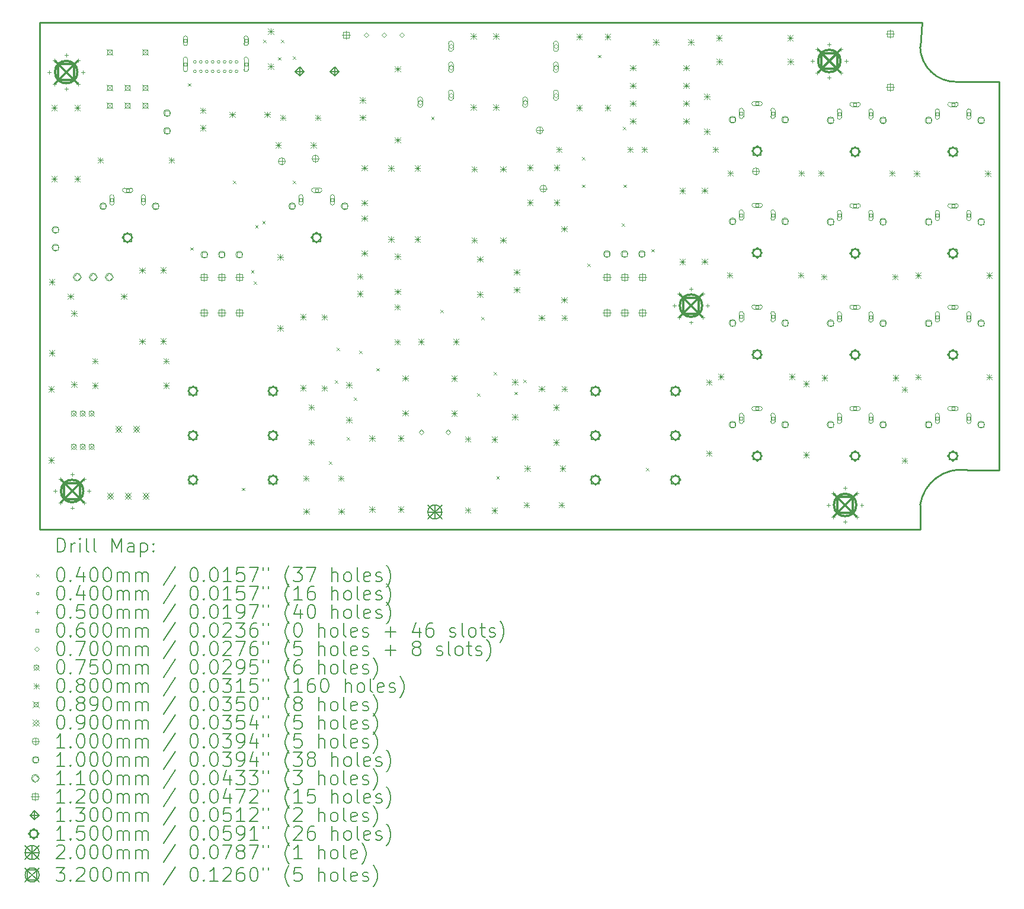
<source format=gbr>
%TF.GenerationSoftware,KiCad,Pcbnew,8.0.1*%
%TF.CreationDate,2024-03-31T00:10:13+01:00*%
%TF.ProjectId,spider2,73706964-6572-4322-9e6b-696361645f70,rev?*%
%TF.SameCoordinates,Original*%
%TF.FileFunction,Drillmap*%
%TF.FilePolarity,Positive*%
%FSLAX45Y45*%
G04 Gerber Fmt 4.5, Leading zero omitted, Abs format (unit mm)*
G04 Created by KiCad (PCBNEW 8.0.1) date 2024-03-31 00:10:13*
%MOMM*%
%LPD*%
G01*
G04 APERTURE LIST*
%ADD10C,0.254000*%
%ADD11C,0.200000*%
%ADD12C,0.100000*%
%ADD13C,0.110000*%
%ADD14C,0.120000*%
%ADD15C,0.130000*%
%ADD16C,0.150000*%
%ADD17C,0.320000*%
G04 APERTURE END LIST*
D10*
X26864460Y-3909160D02*
G75*
G02*
X26339460Y-3409160I-12500J512500D01*
G01*
X26339460Y-10309160D02*
X26339460Y-9959160D01*
X27014460Y-9459160D02*
X27464460Y-9459160D01*
X13764460Y-10309160D02*
X26339460Y-10309160D01*
X27464460Y-9459160D02*
X27464460Y-3909160D01*
X13764460Y-3059160D02*
X26364460Y-3059160D01*
X26339460Y-9959160D02*
G75*
G02*
X27014460Y-9459160I587500J-87500D01*
G01*
X13764460Y-3059160D02*
X13764460Y-10309160D01*
X26364460Y-3059160D02*
X26339460Y-3409160D01*
X26864460Y-3909160D02*
X27464460Y-3909160D01*
D11*
D12*
X15880000Y-3930000D02*
X15920000Y-3970000D01*
X15920000Y-3930000D02*
X15880000Y-3970000D01*
X15914770Y-6274770D02*
X15954770Y-6314770D01*
X15954770Y-6274770D02*
X15914770Y-6314770D01*
X16520000Y-5320000D02*
X16560000Y-5360000D01*
X16560000Y-5320000D02*
X16520000Y-5360000D01*
X16650020Y-9713280D02*
X16690020Y-9753280D01*
X16690020Y-9713280D02*
X16650020Y-9753280D01*
X16780000Y-6601000D02*
X16820000Y-6641000D01*
X16820000Y-6601000D02*
X16780000Y-6641000D01*
X16820000Y-6761000D02*
X16860000Y-6801000D01*
X16860000Y-6761000D02*
X16820000Y-6801000D01*
X16840000Y-5960000D02*
X16880000Y-6000000D01*
X16880000Y-5960000D02*
X16840000Y-6000000D01*
X16940000Y-5900000D02*
X16980000Y-5940000D01*
X16980000Y-5900000D02*
X16940000Y-5940000D01*
X16955000Y-3305000D02*
X16995000Y-3345000D01*
X16995000Y-3305000D02*
X16955000Y-3345000D01*
X17163431Y-3556569D02*
X17203431Y-3596569D01*
X17203431Y-3556569D02*
X17163431Y-3596569D01*
X17205000Y-3305000D02*
X17245000Y-3345000D01*
X17245000Y-3305000D02*
X17205000Y-3345000D01*
X17376569Y-3543431D02*
X17416569Y-3583431D01*
X17416569Y-3543431D02*
X17376569Y-3583431D01*
X17380000Y-5320000D02*
X17420000Y-5360000D01*
X17420000Y-5320000D02*
X17380000Y-5360000D01*
X17892080Y-9334820D02*
X17932080Y-9374820D01*
X17932080Y-9334820D02*
X17892080Y-9374820D01*
X17980613Y-8175613D02*
X18020613Y-8215613D01*
X18020613Y-8175613D02*
X17980613Y-8215613D01*
X18002500Y-7712500D02*
X18042500Y-7752500D01*
X18042500Y-7712500D02*
X18002500Y-7752500D01*
X18146666Y-8991334D02*
X18186666Y-9031334D01*
X18186666Y-8991334D02*
X18146666Y-9031334D01*
X18250220Y-8420420D02*
X18290220Y-8460420D01*
X18290220Y-8420420D02*
X18250220Y-8460420D01*
X18322500Y-7752500D02*
X18362500Y-7792500D01*
X18362500Y-7752500D02*
X18322500Y-7792500D01*
X18572500Y-8002500D02*
X18612500Y-8042500D01*
X18612500Y-8002500D02*
X18572500Y-8042500D01*
X19355000Y-4405000D02*
X19395000Y-4445000D01*
X19395000Y-4405000D02*
X19355000Y-4445000D01*
X19487200Y-7168200D02*
X19527200Y-7208200D01*
X19527200Y-7168200D02*
X19487200Y-7208200D01*
X20007900Y-8364540D02*
X20047900Y-8404540D01*
X20047900Y-8364540D02*
X20007900Y-8404540D01*
X20071400Y-7269800D02*
X20111400Y-7309800D01*
X20111400Y-7269800D02*
X20071400Y-7309800D01*
X20249200Y-8057200D02*
X20289200Y-8097200D01*
X20289200Y-8057200D02*
X20249200Y-8097200D01*
X20284760Y-9548180D02*
X20324760Y-9588180D01*
X20324760Y-9548180D02*
X20284760Y-9588180D01*
X20544504Y-8340496D02*
X20584504Y-8380496D01*
X20584504Y-8340496D02*
X20544504Y-8380496D01*
X20667996Y-8167004D02*
X20707996Y-8207004D01*
X20707996Y-8167004D02*
X20667996Y-8207004D01*
X21506500Y-4983800D02*
X21546500Y-5023800D01*
X21546500Y-4983800D02*
X21506500Y-5023800D01*
X21506500Y-5377500D02*
X21546500Y-5417500D01*
X21546500Y-5377500D02*
X21506500Y-5417500D01*
X21587500Y-6510000D02*
X21627500Y-6550000D01*
X21627500Y-6510000D02*
X21587500Y-6550000D01*
X21735100Y-3523300D02*
X21775100Y-3563300D01*
X21775100Y-3523300D02*
X21735100Y-3563300D01*
X22075000Y-5930000D02*
X22115000Y-5970000D01*
X22115000Y-5930000D02*
X22075000Y-5970000D01*
X22090700Y-4552000D02*
X22130700Y-4592000D01*
X22130700Y-4552000D02*
X22090700Y-4592000D01*
X22103400Y-5377500D02*
X22143400Y-5417500D01*
X22143400Y-5377500D02*
X22103400Y-5417500D01*
X22423440Y-9431340D02*
X22463440Y-9471340D01*
X22463440Y-9431340D02*
X22423440Y-9471340D01*
X22496881Y-6300643D02*
X22536881Y-6340643D01*
X22536881Y-6300643D02*
X22496881Y-6340643D01*
X15997500Y-3622500D02*
G75*
G02*
X15957500Y-3622500I-20000J0D01*
G01*
X15957500Y-3622500D02*
G75*
G02*
X15997500Y-3622500I20000J0D01*
G01*
X15997500Y-3757500D02*
G75*
G02*
X15957500Y-3757500I-20000J0D01*
G01*
X15957500Y-3757500D02*
G75*
G02*
X15997500Y-3757500I20000J0D01*
G01*
X16082500Y-3622500D02*
G75*
G02*
X16042500Y-3622500I-20000J0D01*
G01*
X16042500Y-3622500D02*
G75*
G02*
X16082500Y-3622500I20000J0D01*
G01*
X16082500Y-3757500D02*
G75*
G02*
X16042500Y-3757500I-20000J0D01*
G01*
X16042500Y-3757500D02*
G75*
G02*
X16082500Y-3757500I20000J0D01*
G01*
X16167500Y-3622500D02*
G75*
G02*
X16127500Y-3622500I-20000J0D01*
G01*
X16127500Y-3622500D02*
G75*
G02*
X16167500Y-3622500I20000J0D01*
G01*
X16167500Y-3757500D02*
G75*
G02*
X16127500Y-3757500I-20000J0D01*
G01*
X16127500Y-3757500D02*
G75*
G02*
X16167500Y-3757500I20000J0D01*
G01*
X16252500Y-3622500D02*
G75*
G02*
X16212500Y-3622500I-20000J0D01*
G01*
X16212500Y-3622500D02*
G75*
G02*
X16252500Y-3622500I20000J0D01*
G01*
X16252500Y-3757500D02*
G75*
G02*
X16212500Y-3757500I-20000J0D01*
G01*
X16212500Y-3757500D02*
G75*
G02*
X16252500Y-3757500I20000J0D01*
G01*
X16337500Y-3622500D02*
G75*
G02*
X16297500Y-3622500I-20000J0D01*
G01*
X16297500Y-3622500D02*
G75*
G02*
X16337500Y-3622500I20000J0D01*
G01*
X16337500Y-3757500D02*
G75*
G02*
X16297500Y-3757500I-20000J0D01*
G01*
X16297500Y-3757500D02*
G75*
G02*
X16337500Y-3757500I20000J0D01*
G01*
X16422500Y-3622500D02*
G75*
G02*
X16382500Y-3622500I-20000J0D01*
G01*
X16382500Y-3622500D02*
G75*
G02*
X16422500Y-3622500I20000J0D01*
G01*
X16422500Y-3757500D02*
G75*
G02*
X16382500Y-3757500I-20000J0D01*
G01*
X16382500Y-3757500D02*
G75*
G02*
X16422500Y-3757500I20000J0D01*
G01*
X16507500Y-3622500D02*
G75*
G02*
X16467500Y-3622500I-20000J0D01*
G01*
X16467500Y-3622500D02*
G75*
G02*
X16507500Y-3622500I20000J0D01*
G01*
X16507500Y-3757500D02*
G75*
G02*
X16467500Y-3757500I-20000J0D01*
G01*
X16467500Y-3757500D02*
G75*
G02*
X16507500Y-3757500I20000J0D01*
G01*
X16592500Y-3622500D02*
G75*
G02*
X16552500Y-3622500I-20000J0D01*
G01*
X16552500Y-3622500D02*
G75*
G02*
X16592500Y-3622500I20000J0D01*
G01*
X16592500Y-3757500D02*
G75*
G02*
X16552500Y-3757500I-20000J0D01*
G01*
X16552500Y-3757500D02*
G75*
G02*
X16592500Y-3757500I20000J0D01*
G01*
X13899460Y-3744160D02*
X13899460Y-3794160D01*
X13874460Y-3769160D02*
X13924460Y-3769160D01*
X13969754Y-3574454D02*
X13969754Y-3624454D01*
X13944754Y-3599454D02*
X13994754Y-3599454D01*
X13969754Y-3913866D02*
X13969754Y-3963866D01*
X13944754Y-3938866D02*
X13994754Y-3938866D01*
X13984000Y-9734000D02*
X13984000Y-9784000D01*
X13959000Y-9759000D02*
X14009000Y-9759000D01*
X14054294Y-9564294D02*
X14054294Y-9614294D01*
X14029294Y-9589294D02*
X14079294Y-9589294D01*
X14054294Y-9903706D02*
X14054294Y-9953706D01*
X14029294Y-9928706D02*
X14079294Y-9928706D01*
X14139460Y-3504160D02*
X14139460Y-3554160D01*
X14114460Y-3529160D02*
X14164460Y-3529160D01*
X14139460Y-3984160D02*
X14139460Y-4034160D01*
X14114460Y-4009160D02*
X14164460Y-4009160D01*
X14224000Y-9494000D02*
X14224000Y-9544000D01*
X14199000Y-9519000D02*
X14249000Y-9519000D01*
X14224000Y-9974000D02*
X14224000Y-10024000D01*
X14199000Y-9999000D02*
X14249000Y-9999000D01*
X14309166Y-3574454D02*
X14309166Y-3624454D01*
X14284166Y-3599454D02*
X14334166Y-3599454D01*
X14309166Y-3913866D02*
X14309166Y-3963866D01*
X14284166Y-3938866D02*
X14334166Y-3938866D01*
X14379460Y-3744160D02*
X14379460Y-3794160D01*
X14354460Y-3769160D02*
X14404460Y-3769160D01*
X14393706Y-9564294D02*
X14393706Y-9614294D01*
X14368706Y-9589294D02*
X14418706Y-9589294D01*
X14393706Y-9903706D02*
X14393706Y-9953706D01*
X14368706Y-9928706D02*
X14418706Y-9928706D01*
X14464000Y-9734000D02*
X14464000Y-9784000D01*
X14439000Y-9759000D02*
X14489000Y-9759000D01*
X22826014Y-7083826D02*
X22826014Y-7133826D01*
X22801014Y-7108826D02*
X22851014Y-7108826D01*
X22896309Y-6914120D02*
X22896309Y-6964120D01*
X22871309Y-6939120D02*
X22921309Y-6939120D01*
X22896309Y-7253532D02*
X22896309Y-7303532D01*
X22871309Y-7278532D02*
X22921309Y-7278532D01*
X23066014Y-6843826D02*
X23066014Y-6893826D01*
X23041014Y-6868826D02*
X23091014Y-6868826D01*
X23066014Y-7323826D02*
X23066014Y-7373826D01*
X23041014Y-7348826D02*
X23091014Y-7348826D01*
X23235720Y-6914120D02*
X23235720Y-6964120D01*
X23210720Y-6939120D02*
X23260720Y-6939120D01*
X23235720Y-7253532D02*
X23235720Y-7303532D01*
X23210720Y-7278532D02*
X23260720Y-7278532D01*
X23306014Y-7083826D02*
X23306014Y-7133826D01*
X23281014Y-7108826D02*
X23331014Y-7108826D01*
X24801953Y-3585246D02*
X24801953Y-3635246D01*
X24776953Y-3610246D02*
X24826953Y-3610246D01*
X24872248Y-3415540D02*
X24872248Y-3465540D01*
X24847248Y-3440540D02*
X24897248Y-3440540D01*
X24872248Y-3754952D02*
X24872248Y-3804952D01*
X24847248Y-3779952D02*
X24897248Y-3779952D01*
X25027818Y-9933833D02*
X25027818Y-9983833D01*
X25002818Y-9958833D02*
X25052818Y-9958833D01*
X25041953Y-3345246D02*
X25041953Y-3395246D01*
X25016953Y-3370246D02*
X25066953Y-3370246D01*
X25041953Y-3825246D02*
X25041953Y-3875246D01*
X25016953Y-3850246D02*
X25066953Y-3850246D01*
X25098112Y-9764128D02*
X25098112Y-9814128D01*
X25073112Y-9789128D02*
X25123112Y-9789128D01*
X25098112Y-10103539D02*
X25098112Y-10153539D01*
X25073112Y-10128539D02*
X25123112Y-10128539D01*
X25211659Y-3415540D02*
X25211659Y-3465540D01*
X25186659Y-3440540D02*
X25236659Y-3440540D01*
X25211659Y-3754952D02*
X25211659Y-3804952D01*
X25186659Y-3779952D02*
X25236659Y-3779952D01*
X25267818Y-9693833D02*
X25267818Y-9743833D01*
X25242818Y-9718833D02*
X25292818Y-9718833D01*
X25267818Y-10173833D02*
X25267818Y-10223833D01*
X25242818Y-10198833D02*
X25292818Y-10198833D01*
X25281953Y-3585246D02*
X25281953Y-3635246D01*
X25256953Y-3610246D02*
X25306953Y-3610246D01*
X25437523Y-9764128D02*
X25437523Y-9814128D01*
X25412523Y-9789128D02*
X25462523Y-9789128D01*
X25437523Y-10103539D02*
X25437523Y-10153539D01*
X25412523Y-10128539D02*
X25462523Y-10128539D01*
X25507818Y-9933833D02*
X25507818Y-9983833D01*
X25482818Y-9958833D02*
X25532818Y-9958833D01*
X14812733Y-5618185D02*
X14812733Y-5575758D01*
X14770306Y-5575758D01*
X14770306Y-5618185D01*
X14812733Y-5618185D01*
X14761520Y-5551971D02*
X14761520Y-5641971D01*
X14821520Y-5641971D02*
G75*
G02*
X14761520Y-5641971I-30000J0D01*
G01*
X14821520Y-5641971D02*
X14821520Y-5551971D01*
X14821520Y-5551971D02*
G75*
G03*
X14761520Y-5551971I-30000J0D01*
G01*
X15037733Y-5478185D02*
X15037733Y-5435758D01*
X14995306Y-5435758D01*
X14995306Y-5478185D01*
X15037733Y-5478185D01*
X14971520Y-5486971D02*
X15061520Y-5486971D01*
X15061520Y-5426971D02*
G75*
G02*
X15061520Y-5486971I0J-30000D01*
G01*
X15061520Y-5426971D02*
X14971520Y-5426971D01*
X14971520Y-5426971D02*
G75*
G03*
X14971520Y-5486971I0J-30000D01*
G01*
X15262733Y-5618185D02*
X15262733Y-5575758D01*
X15220306Y-5575758D01*
X15220306Y-5618185D01*
X15262733Y-5618185D01*
X15211520Y-5551971D02*
X15211520Y-5641971D01*
X15271520Y-5641971D02*
G75*
G02*
X15211520Y-5641971I-30000J0D01*
G01*
X15271520Y-5641971D02*
X15271520Y-5551971D01*
X15271520Y-5551971D02*
G75*
G03*
X15211520Y-5551971I-30000J0D01*
G01*
X15863713Y-3342713D02*
X15863713Y-3300287D01*
X15821287Y-3300287D01*
X15821287Y-3342713D01*
X15863713Y-3342713D01*
X15872500Y-3361500D02*
X15872500Y-3281500D01*
X15812500Y-3281500D02*
G75*
G02*
X15872500Y-3281500I30000J0D01*
G01*
X15812500Y-3281500D02*
X15812500Y-3361500D01*
X15812500Y-3361500D02*
G75*
G03*
X15872500Y-3361500I30000J0D01*
G01*
X15863713Y-3680713D02*
X15863713Y-3638287D01*
X15821287Y-3638287D01*
X15821287Y-3680713D01*
X15863713Y-3680713D01*
X15872500Y-3734500D02*
X15872500Y-3584500D01*
X15812500Y-3584500D02*
G75*
G02*
X15872500Y-3584500I30000J0D01*
G01*
X15812500Y-3584500D02*
X15812500Y-3734500D01*
X15812500Y-3734500D02*
G75*
G03*
X15872500Y-3734500I30000J0D01*
G01*
X16728713Y-3342713D02*
X16728713Y-3300287D01*
X16686287Y-3300287D01*
X16686287Y-3342713D01*
X16728713Y-3342713D01*
X16737500Y-3361500D02*
X16737500Y-3281500D01*
X16677500Y-3281500D02*
G75*
G02*
X16737500Y-3281500I30000J0D01*
G01*
X16677500Y-3281500D02*
X16677500Y-3361500D01*
X16677500Y-3361500D02*
G75*
G03*
X16737500Y-3361500I30000J0D01*
G01*
X16728713Y-3680713D02*
X16728713Y-3638287D01*
X16686287Y-3638287D01*
X16686287Y-3680713D01*
X16728713Y-3680713D01*
X16737500Y-3734500D02*
X16737500Y-3584500D01*
X16677500Y-3584500D02*
G75*
G02*
X16737500Y-3584500I30000J0D01*
G01*
X16677500Y-3584500D02*
X16677500Y-3734500D01*
X16677500Y-3734500D02*
G75*
G03*
X16737500Y-3734500I30000J0D01*
G01*
X17513620Y-5618038D02*
X17513620Y-5575612D01*
X17471193Y-5575612D01*
X17471193Y-5618038D01*
X17513620Y-5618038D01*
X17462407Y-5551825D02*
X17462407Y-5641825D01*
X17522407Y-5641825D02*
G75*
G02*
X17462407Y-5641825I-30000J0D01*
G01*
X17522407Y-5641825D02*
X17522407Y-5551825D01*
X17522407Y-5551825D02*
G75*
G03*
X17462407Y-5551825I-30000J0D01*
G01*
X17738620Y-5478038D02*
X17738620Y-5435612D01*
X17696193Y-5435612D01*
X17696193Y-5478038D01*
X17738620Y-5478038D01*
X17672407Y-5486825D02*
X17762407Y-5486825D01*
X17762407Y-5426825D02*
G75*
G02*
X17762407Y-5486825I0J-30000D01*
G01*
X17762407Y-5426825D02*
X17672407Y-5426825D01*
X17672407Y-5426825D02*
G75*
G03*
X17672407Y-5486825I0J-30000D01*
G01*
X17963620Y-5618038D02*
X17963620Y-5575612D01*
X17921193Y-5575612D01*
X17921193Y-5618038D01*
X17963620Y-5618038D01*
X17912407Y-5551825D02*
X17912407Y-5641825D01*
X17972407Y-5641825D02*
G75*
G02*
X17912407Y-5641825I-30000J0D01*
G01*
X17972407Y-5641825D02*
X17972407Y-5551825D01*
X17972407Y-5551825D02*
G75*
G03*
X17912407Y-5551825I-30000J0D01*
G01*
X23806125Y-8741213D02*
X23806125Y-8698787D01*
X23763698Y-8698787D01*
X23763698Y-8741213D01*
X23806125Y-8741213D01*
X23754911Y-8675000D02*
X23754911Y-8765000D01*
X23814911Y-8765000D02*
G75*
G02*
X23754911Y-8765000I-30000J0D01*
G01*
X23814911Y-8765000D02*
X23814911Y-8675000D01*
X23814911Y-8675000D02*
G75*
G03*
X23754911Y-8675000I-30000J0D01*
G01*
X23806213Y-4381213D02*
X23806213Y-4338787D01*
X23763787Y-4338787D01*
X23763787Y-4381213D01*
X23806213Y-4381213D01*
X23755000Y-4315000D02*
X23755000Y-4405000D01*
X23815000Y-4405000D02*
G75*
G02*
X23755000Y-4405000I-30000J0D01*
G01*
X23815000Y-4405000D02*
X23815000Y-4315000D01*
X23815000Y-4315000D02*
G75*
G03*
X23755000Y-4315000I-30000J0D01*
G01*
X23806213Y-5834547D02*
X23806213Y-5792120D01*
X23763787Y-5792120D01*
X23763787Y-5834547D01*
X23806213Y-5834547D01*
X23755000Y-5768333D02*
X23755000Y-5858333D01*
X23815000Y-5858333D02*
G75*
G02*
X23755000Y-5858333I-30000J0D01*
G01*
X23815000Y-5858333D02*
X23815000Y-5768333D01*
X23815000Y-5768333D02*
G75*
G03*
X23755000Y-5768333I-30000J0D01*
G01*
X23806213Y-7287880D02*
X23806213Y-7245453D01*
X23763787Y-7245453D01*
X23763787Y-7287880D01*
X23806213Y-7287880D01*
X23755000Y-7221667D02*
X23755000Y-7311667D01*
X23815000Y-7311667D02*
G75*
G02*
X23755000Y-7311667I-30000J0D01*
G01*
X23815000Y-7311667D02*
X23815000Y-7221667D01*
X23815000Y-7221667D02*
G75*
G03*
X23755000Y-7221667I-30000J0D01*
G01*
X24031125Y-8601213D02*
X24031125Y-8558787D01*
X23988698Y-8558787D01*
X23988698Y-8601213D01*
X24031125Y-8601213D01*
X23964911Y-8610000D02*
X24054911Y-8610000D01*
X24054911Y-8550000D02*
G75*
G02*
X24054911Y-8610000I0J-30000D01*
G01*
X24054911Y-8550000D02*
X23964911Y-8550000D01*
X23964911Y-8550000D02*
G75*
G03*
X23964911Y-8610000I0J-30000D01*
G01*
X24031213Y-4241213D02*
X24031213Y-4198787D01*
X23988787Y-4198787D01*
X23988787Y-4241213D01*
X24031213Y-4241213D01*
X23965000Y-4250000D02*
X24055000Y-4250000D01*
X24055000Y-4190000D02*
G75*
G02*
X24055000Y-4250000I0J-30000D01*
G01*
X24055000Y-4190000D02*
X23965000Y-4190000D01*
X23965000Y-4190000D02*
G75*
G03*
X23965000Y-4250000I0J-30000D01*
G01*
X24031213Y-5694547D02*
X24031213Y-5652120D01*
X23988787Y-5652120D01*
X23988787Y-5694547D01*
X24031213Y-5694547D01*
X23965000Y-5703333D02*
X24055000Y-5703333D01*
X24055000Y-5643333D02*
G75*
G02*
X24055000Y-5703333I0J-30000D01*
G01*
X24055000Y-5643333D02*
X23965000Y-5643333D01*
X23965000Y-5643333D02*
G75*
G03*
X23965000Y-5703333I0J-30000D01*
G01*
X24031213Y-7147880D02*
X24031213Y-7105453D01*
X23988787Y-7105453D01*
X23988787Y-7147880D01*
X24031213Y-7147880D01*
X23965000Y-7156667D02*
X24055000Y-7156667D01*
X24055000Y-7096667D02*
G75*
G02*
X24055000Y-7156667I0J-30000D01*
G01*
X24055000Y-7096667D02*
X23965000Y-7096667D01*
X23965000Y-7096667D02*
G75*
G03*
X23965000Y-7156667I0J-30000D01*
G01*
X24256125Y-8741213D02*
X24256125Y-8698787D01*
X24213698Y-8698787D01*
X24213698Y-8741213D01*
X24256125Y-8741213D01*
X24204911Y-8675000D02*
X24204911Y-8765000D01*
X24264911Y-8765000D02*
G75*
G02*
X24204911Y-8765000I-30000J0D01*
G01*
X24264911Y-8765000D02*
X24264911Y-8675000D01*
X24264911Y-8675000D02*
G75*
G03*
X24204911Y-8675000I-30000J0D01*
G01*
X24256213Y-4381213D02*
X24256213Y-4338787D01*
X24213787Y-4338787D01*
X24213787Y-4381213D01*
X24256213Y-4381213D01*
X24205000Y-4315000D02*
X24205000Y-4405000D01*
X24265000Y-4405000D02*
G75*
G02*
X24205000Y-4405000I-30000J0D01*
G01*
X24265000Y-4405000D02*
X24265000Y-4315000D01*
X24265000Y-4315000D02*
G75*
G03*
X24205000Y-4315000I-30000J0D01*
G01*
X24256213Y-5834547D02*
X24256213Y-5792120D01*
X24213787Y-5792120D01*
X24213787Y-5834547D01*
X24256213Y-5834547D01*
X24205000Y-5768333D02*
X24205000Y-5858333D01*
X24265000Y-5858333D02*
G75*
G02*
X24205000Y-5858333I-30000J0D01*
G01*
X24265000Y-5858333D02*
X24265000Y-5768333D01*
X24265000Y-5768333D02*
G75*
G03*
X24205000Y-5768333I-30000J0D01*
G01*
X24256213Y-7287880D02*
X24256213Y-7245453D01*
X24213787Y-7245453D01*
X24213787Y-7287880D01*
X24256213Y-7287880D01*
X24205000Y-7221667D02*
X24205000Y-7311667D01*
X24265000Y-7311667D02*
G75*
G02*
X24205000Y-7311667I-30000J0D01*
G01*
X24265000Y-7311667D02*
X24265000Y-7221667D01*
X24265000Y-7221667D02*
G75*
G03*
X24205000Y-7221667I-30000J0D01*
G01*
X25206125Y-8741213D02*
X25206125Y-8698787D01*
X25163698Y-8698787D01*
X25163698Y-8741213D01*
X25206125Y-8741213D01*
X25154911Y-8675000D02*
X25154911Y-8765000D01*
X25214911Y-8765000D02*
G75*
G02*
X25154911Y-8765000I-30000J0D01*
G01*
X25214911Y-8765000D02*
X25214911Y-8675000D01*
X25214911Y-8675000D02*
G75*
G03*
X25154911Y-8675000I-30000J0D01*
G01*
X25206213Y-4391213D02*
X25206213Y-4348787D01*
X25163787Y-4348787D01*
X25163787Y-4391213D01*
X25206213Y-4391213D01*
X25155000Y-4325000D02*
X25155000Y-4415000D01*
X25215000Y-4415000D02*
G75*
G02*
X25155000Y-4415000I-30000J0D01*
G01*
X25215000Y-4415000D02*
X25215000Y-4325000D01*
X25215000Y-4325000D02*
G75*
G03*
X25155000Y-4325000I-30000J0D01*
G01*
X25206213Y-5841213D02*
X25206213Y-5798787D01*
X25163787Y-5798787D01*
X25163787Y-5841213D01*
X25206213Y-5841213D01*
X25155000Y-5775000D02*
X25155000Y-5865000D01*
X25215000Y-5865000D02*
G75*
G02*
X25155000Y-5865000I-30000J0D01*
G01*
X25215000Y-5865000D02*
X25215000Y-5775000D01*
X25215000Y-5775000D02*
G75*
G03*
X25155000Y-5775000I-30000J0D01*
G01*
X25206213Y-7291213D02*
X25206213Y-7248787D01*
X25163787Y-7248787D01*
X25163787Y-7291213D01*
X25206213Y-7291213D01*
X25155000Y-7225000D02*
X25155000Y-7315000D01*
X25215000Y-7315000D02*
G75*
G02*
X25155000Y-7315000I-30000J0D01*
G01*
X25215000Y-7315000D02*
X25215000Y-7225000D01*
X25215000Y-7225000D02*
G75*
G03*
X25155000Y-7225000I-30000J0D01*
G01*
X25431125Y-8601213D02*
X25431125Y-8558787D01*
X25388698Y-8558787D01*
X25388698Y-8601213D01*
X25431125Y-8601213D01*
X25364911Y-8610000D02*
X25454911Y-8610000D01*
X25454911Y-8550000D02*
G75*
G02*
X25454911Y-8610000I0J-30000D01*
G01*
X25454911Y-8550000D02*
X25364911Y-8550000D01*
X25364911Y-8550000D02*
G75*
G03*
X25364911Y-8610000I0J-30000D01*
G01*
X25431213Y-4251213D02*
X25431213Y-4208787D01*
X25388787Y-4208787D01*
X25388787Y-4251213D01*
X25431213Y-4251213D01*
X25365000Y-4260000D02*
X25455000Y-4260000D01*
X25455000Y-4200000D02*
G75*
G02*
X25455000Y-4260000I0J-30000D01*
G01*
X25455000Y-4200000D02*
X25365000Y-4200000D01*
X25365000Y-4200000D02*
G75*
G03*
X25365000Y-4260000I0J-30000D01*
G01*
X25431213Y-5701213D02*
X25431213Y-5658787D01*
X25388787Y-5658787D01*
X25388787Y-5701213D01*
X25431213Y-5701213D01*
X25365000Y-5710000D02*
X25455000Y-5710000D01*
X25455000Y-5650000D02*
G75*
G02*
X25455000Y-5710000I0J-30000D01*
G01*
X25455000Y-5650000D02*
X25365000Y-5650000D01*
X25365000Y-5650000D02*
G75*
G03*
X25365000Y-5710000I0J-30000D01*
G01*
X25431213Y-7151213D02*
X25431213Y-7108787D01*
X25388787Y-7108787D01*
X25388787Y-7151213D01*
X25431213Y-7151213D01*
X25365000Y-7160000D02*
X25455000Y-7160000D01*
X25455000Y-7100000D02*
G75*
G02*
X25455000Y-7160000I0J-30000D01*
G01*
X25455000Y-7100000D02*
X25365000Y-7100000D01*
X25365000Y-7100000D02*
G75*
G03*
X25365000Y-7160000I0J-30000D01*
G01*
X25656125Y-8741213D02*
X25656125Y-8698787D01*
X25613698Y-8698787D01*
X25613698Y-8741213D01*
X25656125Y-8741213D01*
X25604911Y-8675000D02*
X25604911Y-8765000D01*
X25664911Y-8765000D02*
G75*
G02*
X25604911Y-8765000I-30000J0D01*
G01*
X25664911Y-8765000D02*
X25664911Y-8675000D01*
X25664911Y-8675000D02*
G75*
G03*
X25604911Y-8675000I-30000J0D01*
G01*
X25656213Y-4391213D02*
X25656213Y-4348787D01*
X25613787Y-4348787D01*
X25613787Y-4391213D01*
X25656213Y-4391213D01*
X25605000Y-4325000D02*
X25605000Y-4415000D01*
X25665000Y-4415000D02*
G75*
G02*
X25605000Y-4415000I-30000J0D01*
G01*
X25665000Y-4415000D02*
X25665000Y-4325000D01*
X25665000Y-4325000D02*
G75*
G03*
X25605000Y-4325000I-30000J0D01*
G01*
X25656213Y-5841213D02*
X25656213Y-5798787D01*
X25613787Y-5798787D01*
X25613787Y-5841213D01*
X25656213Y-5841213D01*
X25605000Y-5775000D02*
X25605000Y-5865000D01*
X25665000Y-5865000D02*
G75*
G02*
X25605000Y-5865000I-30000J0D01*
G01*
X25665000Y-5865000D02*
X25665000Y-5775000D01*
X25665000Y-5775000D02*
G75*
G03*
X25605000Y-5775000I-30000J0D01*
G01*
X25656213Y-7291213D02*
X25656213Y-7248787D01*
X25613787Y-7248787D01*
X25613787Y-7291213D01*
X25656213Y-7291213D01*
X25605000Y-7225000D02*
X25605000Y-7315000D01*
X25665000Y-7315000D02*
G75*
G02*
X25605000Y-7315000I-30000J0D01*
G01*
X25665000Y-7315000D02*
X25665000Y-7225000D01*
X25665000Y-7225000D02*
G75*
G03*
X25605000Y-7225000I-30000J0D01*
G01*
X26606213Y-4391213D02*
X26606213Y-4348787D01*
X26563787Y-4348787D01*
X26563787Y-4391213D01*
X26606213Y-4391213D01*
X26555000Y-4325000D02*
X26555000Y-4415000D01*
X26615000Y-4415000D02*
G75*
G02*
X26555000Y-4415000I-30000J0D01*
G01*
X26615000Y-4415000D02*
X26615000Y-4325000D01*
X26615000Y-4325000D02*
G75*
G03*
X26555000Y-4325000I-30000J0D01*
G01*
X26606213Y-5841213D02*
X26606213Y-5798787D01*
X26563787Y-5798787D01*
X26563787Y-5841213D01*
X26606213Y-5841213D01*
X26555000Y-5775000D02*
X26555000Y-5865000D01*
X26615000Y-5865000D02*
G75*
G02*
X26555000Y-5865000I-30000J0D01*
G01*
X26615000Y-5865000D02*
X26615000Y-5775000D01*
X26615000Y-5775000D02*
G75*
G03*
X26555000Y-5775000I-30000J0D01*
G01*
X26606213Y-7291213D02*
X26606213Y-7248787D01*
X26563787Y-7248787D01*
X26563787Y-7291213D01*
X26606213Y-7291213D01*
X26555000Y-7225000D02*
X26555000Y-7315000D01*
X26615000Y-7315000D02*
G75*
G02*
X26555000Y-7315000I-30000J0D01*
G01*
X26615000Y-7315000D02*
X26615000Y-7225000D01*
X26615000Y-7225000D02*
G75*
G03*
X26555000Y-7225000I-30000J0D01*
G01*
X26606213Y-8741213D02*
X26606213Y-8698787D01*
X26563787Y-8698787D01*
X26563787Y-8741213D01*
X26606213Y-8741213D01*
X26555000Y-8675000D02*
X26555000Y-8765000D01*
X26615000Y-8765000D02*
G75*
G02*
X26555000Y-8765000I-30000J0D01*
G01*
X26615000Y-8765000D02*
X26615000Y-8675000D01*
X26615000Y-8675000D02*
G75*
G03*
X26555000Y-8675000I-30000J0D01*
G01*
X26831213Y-4251213D02*
X26831213Y-4208787D01*
X26788787Y-4208787D01*
X26788787Y-4251213D01*
X26831213Y-4251213D01*
X26765000Y-4260000D02*
X26855000Y-4260000D01*
X26855000Y-4200000D02*
G75*
G02*
X26855000Y-4260000I0J-30000D01*
G01*
X26855000Y-4200000D02*
X26765000Y-4200000D01*
X26765000Y-4200000D02*
G75*
G03*
X26765000Y-4260000I0J-30000D01*
G01*
X26831213Y-5701213D02*
X26831213Y-5658787D01*
X26788787Y-5658787D01*
X26788787Y-5701213D01*
X26831213Y-5701213D01*
X26765000Y-5710000D02*
X26855000Y-5710000D01*
X26855000Y-5650000D02*
G75*
G02*
X26855000Y-5710000I0J-30000D01*
G01*
X26855000Y-5650000D02*
X26765000Y-5650000D01*
X26765000Y-5650000D02*
G75*
G03*
X26765000Y-5710000I0J-30000D01*
G01*
X26831213Y-7151213D02*
X26831213Y-7108787D01*
X26788787Y-7108787D01*
X26788787Y-7151213D01*
X26831213Y-7151213D01*
X26765000Y-7160000D02*
X26855000Y-7160000D01*
X26855000Y-7100000D02*
G75*
G02*
X26855000Y-7160000I0J-30000D01*
G01*
X26855000Y-7100000D02*
X26765000Y-7100000D01*
X26765000Y-7100000D02*
G75*
G03*
X26765000Y-7160000I0J-30000D01*
G01*
X26831213Y-8601213D02*
X26831213Y-8558787D01*
X26788787Y-8558787D01*
X26788787Y-8601213D01*
X26831213Y-8601213D01*
X26765000Y-8610000D02*
X26855000Y-8610000D01*
X26855000Y-8550000D02*
G75*
G02*
X26855000Y-8610000I0J-30000D01*
G01*
X26855000Y-8550000D02*
X26765000Y-8550000D01*
X26765000Y-8550000D02*
G75*
G03*
X26765000Y-8610000I0J-30000D01*
G01*
X27056213Y-4391213D02*
X27056213Y-4348787D01*
X27013787Y-4348787D01*
X27013787Y-4391213D01*
X27056213Y-4391213D01*
X27005000Y-4325000D02*
X27005000Y-4415000D01*
X27065000Y-4415000D02*
G75*
G02*
X27005000Y-4415000I-30000J0D01*
G01*
X27065000Y-4415000D02*
X27065000Y-4325000D01*
X27065000Y-4325000D02*
G75*
G03*
X27005000Y-4325000I-30000J0D01*
G01*
X27056213Y-5841213D02*
X27056213Y-5798787D01*
X27013787Y-5798787D01*
X27013787Y-5841213D01*
X27056213Y-5841213D01*
X27005000Y-5775000D02*
X27005000Y-5865000D01*
X27065000Y-5865000D02*
G75*
G02*
X27005000Y-5865000I-30000J0D01*
G01*
X27065000Y-5865000D02*
X27065000Y-5775000D01*
X27065000Y-5775000D02*
G75*
G03*
X27005000Y-5775000I-30000J0D01*
G01*
X27056213Y-7291213D02*
X27056213Y-7248787D01*
X27013787Y-7248787D01*
X27013787Y-7291213D01*
X27056213Y-7291213D01*
X27005000Y-7225000D02*
X27005000Y-7315000D01*
X27065000Y-7315000D02*
G75*
G02*
X27005000Y-7315000I-30000J0D01*
G01*
X27065000Y-7315000D02*
X27065000Y-7225000D01*
X27065000Y-7225000D02*
G75*
G03*
X27005000Y-7225000I-30000J0D01*
G01*
X27056213Y-8741213D02*
X27056213Y-8698787D01*
X27013787Y-8698787D01*
X27013787Y-8741213D01*
X27056213Y-8741213D01*
X27005000Y-8675000D02*
X27005000Y-8765000D01*
X27065000Y-8765000D02*
G75*
G02*
X27005000Y-8765000I-30000J0D01*
G01*
X27065000Y-8765000D02*
X27065000Y-8675000D01*
X27065000Y-8675000D02*
G75*
G03*
X27005000Y-8675000I-30000J0D01*
G01*
X18427700Y-3273500D02*
X18462700Y-3238500D01*
X18427700Y-3203500D01*
X18392700Y-3238500D01*
X18427700Y-3273500D01*
X18681700Y-3273500D02*
X18716700Y-3238500D01*
X18681700Y-3203500D01*
X18646700Y-3238500D01*
X18681700Y-3273500D01*
X18935700Y-3273500D02*
X18970700Y-3238500D01*
X18935700Y-3203500D01*
X18900700Y-3238500D01*
X18935700Y-3273500D01*
X19195000Y-4235000D02*
X19230000Y-4200000D01*
X19195000Y-4165000D01*
X19160000Y-4200000D01*
X19195000Y-4235000D01*
X19160000Y-4160000D02*
X19160000Y-4240000D01*
X19230000Y-4240000D02*
G75*
G02*
X19160000Y-4240000I-35000J0D01*
G01*
X19230000Y-4240000D02*
X19230000Y-4160000D01*
X19230000Y-4160000D02*
G75*
G03*
X19160000Y-4160000I-35000J0D01*
G01*
X19212000Y-8950916D02*
X19247000Y-8915916D01*
X19212000Y-8880916D01*
X19177000Y-8915916D01*
X19212000Y-8950916D01*
X19596100Y-8950400D02*
X19631100Y-8915400D01*
X19596100Y-8880400D01*
X19561100Y-8915400D01*
X19596100Y-8950400D01*
X19635000Y-3435000D02*
X19670000Y-3400000D01*
X19635000Y-3365000D01*
X19600000Y-3400000D01*
X19635000Y-3435000D01*
X19600000Y-3360000D02*
X19600000Y-3440000D01*
X19670000Y-3440000D02*
G75*
G02*
X19600000Y-3440000I-35000J0D01*
G01*
X19670000Y-3440000D02*
X19670000Y-3360000D01*
X19670000Y-3360000D02*
G75*
G03*
X19600000Y-3360000I-35000J0D01*
G01*
X19635000Y-3735000D02*
X19670000Y-3700000D01*
X19635000Y-3665000D01*
X19600000Y-3700000D01*
X19635000Y-3735000D01*
X19600000Y-3660000D02*
X19600000Y-3740000D01*
X19670000Y-3740000D02*
G75*
G02*
X19600000Y-3740000I-35000J0D01*
G01*
X19670000Y-3740000D02*
X19670000Y-3660000D01*
X19670000Y-3660000D02*
G75*
G03*
X19600000Y-3660000I-35000J0D01*
G01*
X19635000Y-4135000D02*
X19670000Y-4100000D01*
X19635000Y-4065000D01*
X19600000Y-4100000D01*
X19635000Y-4135000D01*
X19600000Y-4060000D02*
X19600000Y-4140000D01*
X19670000Y-4140000D02*
G75*
G02*
X19600000Y-4140000I-35000J0D01*
G01*
X19670000Y-4140000D02*
X19670000Y-4060000D01*
X19670000Y-4060000D02*
G75*
G03*
X19600000Y-4060000I-35000J0D01*
G01*
X20695000Y-4235000D02*
X20730000Y-4200000D01*
X20695000Y-4165000D01*
X20660000Y-4200000D01*
X20695000Y-4235000D01*
X20660000Y-4160000D02*
X20660000Y-4240000D01*
X20730000Y-4240000D02*
G75*
G02*
X20660000Y-4240000I-35000J0D01*
G01*
X20730000Y-4240000D02*
X20730000Y-4160000D01*
X20730000Y-4160000D02*
G75*
G03*
X20660000Y-4160000I-35000J0D01*
G01*
X21135000Y-3435000D02*
X21170000Y-3400000D01*
X21135000Y-3365000D01*
X21100000Y-3400000D01*
X21135000Y-3435000D01*
X21100000Y-3360000D02*
X21100000Y-3440000D01*
X21170000Y-3440000D02*
G75*
G02*
X21100000Y-3440000I-35000J0D01*
G01*
X21170000Y-3440000D02*
X21170000Y-3360000D01*
X21170000Y-3360000D02*
G75*
G03*
X21100000Y-3360000I-35000J0D01*
G01*
X21135000Y-3735000D02*
X21170000Y-3700000D01*
X21135000Y-3665000D01*
X21100000Y-3700000D01*
X21135000Y-3735000D01*
X21100000Y-3660000D02*
X21100000Y-3740000D01*
X21170000Y-3740000D02*
G75*
G02*
X21100000Y-3740000I-35000J0D01*
G01*
X21170000Y-3740000D02*
X21170000Y-3660000D01*
X21170000Y-3660000D02*
G75*
G03*
X21100000Y-3660000I-35000J0D01*
G01*
X21135000Y-4135000D02*
X21170000Y-4100000D01*
X21135000Y-4065000D01*
X21100000Y-4100000D01*
X21135000Y-4135000D01*
X21100000Y-4060000D02*
X21100000Y-4140000D01*
X21170000Y-4140000D02*
G75*
G02*
X21100000Y-4140000I-35000J0D01*
G01*
X21170000Y-4140000D02*
X21170000Y-4060000D01*
X21170000Y-4060000D02*
G75*
G03*
X21100000Y-4060000I-35000J0D01*
G01*
X14208500Y-8612500D02*
X14283500Y-8687500D01*
X14283500Y-8612500D02*
X14208500Y-8687500D01*
X14283500Y-8650000D02*
G75*
G02*
X14208500Y-8650000I-37500J0D01*
G01*
X14208500Y-8650000D02*
G75*
G02*
X14283500Y-8650000I37500J0D01*
G01*
X14210500Y-9087500D02*
X14285500Y-9162500D01*
X14285500Y-9087500D02*
X14210500Y-9162500D01*
X14285500Y-9125000D02*
G75*
G02*
X14210500Y-9125000I-37500J0D01*
G01*
X14210500Y-9125000D02*
G75*
G02*
X14285500Y-9125000I37500J0D01*
G01*
X14335500Y-8612500D02*
X14410500Y-8687500D01*
X14410500Y-8612500D02*
X14335500Y-8687500D01*
X14410500Y-8650000D02*
G75*
G02*
X14335500Y-8650000I-37500J0D01*
G01*
X14335500Y-8650000D02*
G75*
G02*
X14410500Y-8650000I37500J0D01*
G01*
X14337500Y-9087500D02*
X14412500Y-9162500D01*
X14412500Y-9087500D02*
X14337500Y-9162500D01*
X14412500Y-9125000D02*
G75*
G02*
X14337500Y-9125000I-37500J0D01*
G01*
X14337500Y-9125000D02*
G75*
G02*
X14412500Y-9125000I37500J0D01*
G01*
X14462500Y-8612500D02*
X14537500Y-8687500D01*
X14537500Y-8612500D02*
X14462500Y-8687500D01*
X14537500Y-8650000D02*
G75*
G02*
X14462500Y-8650000I-37500J0D01*
G01*
X14462500Y-8650000D02*
G75*
G02*
X14537500Y-8650000I37500J0D01*
G01*
X14464500Y-9087500D02*
X14539500Y-9162500D01*
X14539500Y-9087500D02*
X14464500Y-9162500D01*
X14539500Y-9125000D02*
G75*
G02*
X14464500Y-9125000I-37500J0D01*
G01*
X14464500Y-9125000D02*
G75*
G02*
X14539500Y-9125000I37500J0D01*
G01*
X13885000Y-8260000D02*
X13965000Y-8340000D01*
X13965000Y-8260000D02*
X13885000Y-8340000D01*
X13925000Y-8260000D02*
X13925000Y-8340000D01*
X13885000Y-8300000D02*
X13965000Y-8300000D01*
X13885000Y-9276000D02*
X13965000Y-9356000D01*
X13965000Y-9276000D02*
X13885000Y-9356000D01*
X13925000Y-9276000D02*
X13925000Y-9356000D01*
X13885000Y-9316000D02*
X13965000Y-9316000D01*
X13895000Y-6728000D02*
X13975000Y-6808000D01*
X13975000Y-6728000D02*
X13895000Y-6808000D01*
X13935000Y-6728000D02*
X13935000Y-6808000D01*
X13895000Y-6768000D02*
X13975000Y-6768000D01*
X13895000Y-7744000D02*
X13975000Y-7824000D01*
X13975000Y-7744000D02*
X13895000Y-7824000D01*
X13935000Y-7744000D02*
X13935000Y-7824000D01*
X13895000Y-7784000D02*
X13975000Y-7784000D01*
X13930000Y-4239900D02*
X14010000Y-4319900D01*
X14010000Y-4239900D02*
X13930000Y-4319900D01*
X13970000Y-4239900D02*
X13970000Y-4319900D01*
X13930000Y-4279900D02*
X14010000Y-4279900D01*
X13930000Y-5255900D02*
X14010000Y-5335900D01*
X14010000Y-5255900D02*
X13930000Y-5335900D01*
X13970000Y-5255900D02*
X13970000Y-5335900D01*
X13930000Y-5295900D02*
X14010000Y-5295900D01*
X14160000Y-6935000D02*
X14240000Y-7015000D01*
X14240000Y-6935000D02*
X14160000Y-7015000D01*
X14200000Y-6935000D02*
X14200000Y-7015000D01*
X14160000Y-6975000D02*
X14240000Y-6975000D01*
X14210000Y-7177000D02*
X14290000Y-7257000D01*
X14290000Y-7177000D02*
X14210000Y-7257000D01*
X14250000Y-7177000D02*
X14250000Y-7257000D01*
X14210000Y-7217000D02*
X14290000Y-7217000D01*
X14210000Y-8193000D02*
X14290000Y-8273000D01*
X14290000Y-8193000D02*
X14210000Y-8273000D01*
X14250000Y-8193000D02*
X14250000Y-8273000D01*
X14210000Y-8233000D02*
X14290000Y-8233000D01*
X14260200Y-4239900D02*
X14340200Y-4319900D01*
X14340200Y-4239900D02*
X14260200Y-4319900D01*
X14300200Y-4239900D02*
X14300200Y-4319900D01*
X14260200Y-4279900D02*
X14340200Y-4279900D01*
X14260200Y-5255900D02*
X14340200Y-5335900D01*
X14340200Y-5255900D02*
X14260200Y-5335900D01*
X14300200Y-5255900D02*
X14300200Y-5335900D01*
X14260200Y-5295900D02*
X14340200Y-5295900D01*
X14510000Y-7860000D02*
X14590000Y-7940000D01*
X14590000Y-7860000D02*
X14510000Y-7940000D01*
X14550000Y-7860000D02*
X14550000Y-7940000D01*
X14510000Y-7900000D02*
X14590000Y-7900000D01*
X14510000Y-8210000D02*
X14590000Y-8290000D01*
X14590000Y-8210000D02*
X14510000Y-8290000D01*
X14550000Y-8210000D02*
X14550000Y-8290000D01*
X14510000Y-8250000D02*
X14590000Y-8250000D01*
X14586500Y-4987500D02*
X14666500Y-5067500D01*
X14666500Y-4987500D02*
X14586500Y-5067500D01*
X14626500Y-4987500D02*
X14626500Y-5067500D01*
X14586500Y-5027500D02*
X14666500Y-5027500D01*
X14922000Y-6935000D02*
X15002000Y-7015000D01*
X15002000Y-6935000D02*
X14922000Y-7015000D01*
X14962000Y-6935000D02*
X14962000Y-7015000D01*
X14922000Y-6975000D02*
X15002000Y-6975000D01*
X15185000Y-6563000D02*
X15265000Y-6643000D01*
X15265000Y-6563000D02*
X15185000Y-6643000D01*
X15225000Y-6563000D02*
X15225000Y-6643000D01*
X15185000Y-6603000D02*
X15265000Y-6603000D01*
X15185000Y-7579000D02*
X15265000Y-7659000D01*
X15265000Y-7579000D02*
X15185000Y-7659000D01*
X15225000Y-7579000D02*
X15225000Y-7659000D01*
X15185000Y-7619000D02*
X15265000Y-7619000D01*
X15485000Y-6559000D02*
X15565000Y-6639000D01*
X15565000Y-6559000D02*
X15485000Y-6639000D01*
X15525000Y-6559000D02*
X15525000Y-6639000D01*
X15485000Y-6599000D02*
X15565000Y-6599000D01*
X15485000Y-7575000D02*
X15565000Y-7655000D01*
X15565000Y-7575000D02*
X15485000Y-7655000D01*
X15525000Y-7575000D02*
X15525000Y-7655000D01*
X15485000Y-7615000D02*
X15565000Y-7615000D01*
X15526000Y-7860000D02*
X15606000Y-7940000D01*
X15606000Y-7860000D02*
X15526000Y-7940000D01*
X15566000Y-7860000D02*
X15566000Y-7940000D01*
X15526000Y-7900000D02*
X15606000Y-7900000D01*
X15526000Y-8210000D02*
X15606000Y-8290000D01*
X15606000Y-8210000D02*
X15526000Y-8290000D01*
X15566000Y-8210000D02*
X15566000Y-8290000D01*
X15526000Y-8250000D02*
X15606000Y-8250000D01*
X15602500Y-4987500D02*
X15682500Y-5067500D01*
X15682500Y-4987500D02*
X15602500Y-5067500D01*
X15642500Y-4987500D02*
X15642500Y-5067500D01*
X15602500Y-5027500D02*
X15682500Y-5027500D01*
X16052500Y-4277500D02*
X16132500Y-4357500D01*
X16132500Y-4277500D02*
X16052500Y-4357500D01*
X16092500Y-4277500D02*
X16092500Y-4357500D01*
X16052500Y-4317500D02*
X16132500Y-4317500D01*
X16052500Y-4527500D02*
X16132500Y-4607500D01*
X16132500Y-4527500D02*
X16052500Y-4607500D01*
X16092500Y-4527500D02*
X16092500Y-4607500D01*
X16052500Y-4567500D02*
X16132500Y-4567500D01*
X16472920Y-4335000D02*
X16552920Y-4415000D01*
X16552920Y-4335000D02*
X16472920Y-4415000D01*
X16512920Y-4335000D02*
X16512920Y-4415000D01*
X16472920Y-4375000D02*
X16552920Y-4375000D01*
X16972920Y-4335000D02*
X17052920Y-4415000D01*
X17052920Y-4335000D02*
X16972920Y-4415000D01*
X17012920Y-4335000D02*
X17012920Y-4415000D01*
X16972920Y-4375000D02*
X17052920Y-4375000D01*
X17024126Y-3147700D02*
X17104126Y-3227700D01*
X17104126Y-3147700D02*
X17024126Y-3227700D01*
X17064126Y-3147700D02*
X17064126Y-3227700D01*
X17024126Y-3187700D02*
X17104126Y-3187700D01*
X17024126Y-3647700D02*
X17104126Y-3727700D01*
X17104126Y-3647700D02*
X17024126Y-3727700D01*
X17064126Y-3647700D02*
X17064126Y-3727700D01*
X17024126Y-3687700D02*
X17104126Y-3687700D01*
X17130400Y-4773300D02*
X17210400Y-4853300D01*
X17210400Y-4773300D02*
X17130400Y-4853300D01*
X17170400Y-4773300D02*
X17170400Y-4853300D01*
X17130400Y-4813300D02*
X17210400Y-4813300D01*
X17157500Y-6373500D02*
X17237500Y-6453500D01*
X17237500Y-6373500D02*
X17157500Y-6453500D01*
X17197500Y-6373500D02*
X17197500Y-6453500D01*
X17157500Y-6413500D02*
X17237500Y-6413500D01*
X17157500Y-7389500D02*
X17237500Y-7469500D01*
X17237500Y-7389500D02*
X17157500Y-7469500D01*
X17197500Y-7389500D02*
X17197500Y-7469500D01*
X17157500Y-7429500D02*
X17237500Y-7429500D01*
X17194760Y-4379600D02*
X17274760Y-4459600D01*
X17274760Y-4379600D02*
X17194760Y-4459600D01*
X17234760Y-4379600D02*
X17234760Y-4459600D01*
X17194760Y-4419600D02*
X17274760Y-4419600D01*
X17482500Y-7227500D02*
X17562500Y-7307500D01*
X17562500Y-7227500D02*
X17482500Y-7307500D01*
X17522500Y-7227500D02*
X17522500Y-7307500D01*
X17482500Y-7267500D02*
X17562500Y-7267500D01*
X17482500Y-8243500D02*
X17562500Y-8323500D01*
X17562500Y-8243500D02*
X17482500Y-8323500D01*
X17522500Y-8243500D02*
X17522500Y-8323500D01*
X17482500Y-8283500D02*
X17562500Y-8283500D01*
X17524100Y-9535800D02*
X17604100Y-9615800D01*
X17604100Y-9535800D02*
X17524100Y-9615800D01*
X17564100Y-9535800D02*
X17564100Y-9615800D01*
X17524100Y-9575800D02*
X17604100Y-9575800D01*
X17530000Y-10010000D02*
X17610000Y-10090000D01*
X17610000Y-10010000D02*
X17530000Y-10090000D01*
X17570000Y-10010000D02*
X17570000Y-10090000D01*
X17530000Y-10050000D02*
X17610000Y-10050000D01*
X17602500Y-8520000D02*
X17682500Y-8600000D01*
X17682500Y-8520000D02*
X17602500Y-8600000D01*
X17642500Y-8520000D02*
X17642500Y-8600000D01*
X17602500Y-8560000D02*
X17682500Y-8560000D01*
X17602500Y-9020000D02*
X17682500Y-9100000D01*
X17682500Y-9020000D02*
X17602500Y-9100000D01*
X17642500Y-9020000D02*
X17642500Y-9100000D01*
X17602500Y-9060000D02*
X17682500Y-9060000D01*
X17630400Y-4773300D02*
X17710400Y-4853300D01*
X17710400Y-4773300D02*
X17630400Y-4853300D01*
X17670400Y-4773300D02*
X17670400Y-4853300D01*
X17630400Y-4813300D02*
X17710400Y-4813300D01*
X17694760Y-4379600D02*
X17774760Y-4459600D01*
X17774760Y-4379600D02*
X17694760Y-4459600D01*
X17734760Y-4379600D02*
X17734760Y-4459600D01*
X17694760Y-4419600D02*
X17774760Y-4419600D01*
X17787500Y-7232000D02*
X17867500Y-7312000D01*
X17867500Y-7232000D02*
X17787500Y-7312000D01*
X17827500Y-7232000D02*
X17827500Y-7312000D01*
X17787500Y-7272000D02*
X17867500Y-7272000D01*
X17787500Y-8248000D02*
X17867500Y-8328000D01*
X17867500Y-8248000D02*
X17787500Y-8328000D01*
X17827500Y-8248000D02*
X17827500Y-8328000D01*
X17787500Y-8288000D02*
X17867500Y-8288000D01*
X18024100Y-9535800D02*
X18104100Y-9615800D01*
X18104100Y-9535800D02*
X18024100Y-9615800D01*
X18064100Y-9535800D02*
X18064100Y-9615800D01*
X18024100Y-9575800D02*
X18104100Y-9575800D01*
X18030000Y-10010000D02*
X18110000Y-10090000D01*
X18110000Y-10010000D02*
X18030000Y-10090000D01*
X18070000Y-10010000D02*
X18070000Y-10090000D01*
X18030000Y-10050000D02*
X18110000Y-10050000D01*
X18140000Y-8202500D02*
X18220000Y-8282500D01*
X18220000Y-8202500D02*
X18140000Y-8282500D01*
X18180000Y-8202500D02*
X18180000Y-8282500D01*
X18140000Y-8242500D02*
X18220000Y-8242500D01*
X18140000Y-8702500D02*
X18220000Y-8782500D01*
X18220000Y-8702500D02*
X18140000Y-8782500D01*
X18180000Y-8702500D02*
X18180000Y-8782500D01*
X18140000Y-8742500D02*
X18220000Y-8742500D01*
X18298800Y-6650000D02*
X18378800Y-6730000D01*
X18378800Y-6650000D02*
X18298800Y-6730000D01*
X18338800Y-6650000D02*
X18338800Y-6730000D01*
X18298800Y-6690000D02*
X18378800Y-6690000D01*
X18298800Y-6900000D02*
X18378800Y-6980000D01*
X18378800Y-6900000D02*
X18298800Y-6980000D01*
X18338800Y-6900000D02*
X18338800Y-6980000D01*
X18298800Y-6940000D02*
X18378800Y-6940000D01*
X18335000Y-4128238D02*
X18415000Y-4208238D01*
X18415000Y-4128238D02*
X18335000Y-4208238D01*
X18375000Y-4128238D02*
X18375000Y-4208238D01*
X18335000Y-4168238D02*
X18415000Y-4168238D01*
X18335000Y-4378238D02*
X18415000Y-4458238D01*
X18415000Y-4378238D02*
X18335000Y-4458238D01*
X18375000Y-4378238D02*
X18375000Y-4458238D01*
X18335000Y-4418238D02*
X18415000Y-4418238D01*
X18360000Y-5100000D02*
X18440000Y-5180000D01*
X18440000Y-5100000D02*
X18360000Y-5180000D01*
X18400000Y-5100000D02*
X18400000Y-5180000D01*
X18360000Y-5140000D02*
X18440000Y-5140000D01*
X18360000Y-5600000D02*
X18440000Y-5680000D01*
X18440000Y-5600000D02*
X18360000Y-5680000D01*
X18400000Y-5600000D02*
X18400000Y-5680000D01*
X18360000Y-5640000D02*
X18440000Y-5640000D01*
X18360000Y-5820000D02*
X18440000Y-5900000D01*
X18440000Y-5820000D02*
X18360000Y-5900000D01*
X18400000Y-5820000D02*
X18400000Y-5900000D01*
X18360000Y-5860000D02*
X18440000Y-5860000D01*
X18360000Y-6320000D02*
X18440000Y-6400000D01*
X18440000Y-6320000D02*
X18360000Y-6400000D01*
X18400000Y-6320000D02*
X18400000Y-6400000D01*
X18360000Y-6360000D02*
X18440000Y-6360000D01*
X18470000Y-8964000D02*
X18550000Y-9044000D01*
X18550000Y-8964000D02*
X18470000Y-9044000D01*
X18510000Y-8964000D02*
X18510000Y-9044000D01*
X18470000Y-9004000D02*
X18550000Y-9004000D01*
X18470000Y-9980000D02*
X18550000Y-10060000D01*
X18550000Y-9980000D02*
X18470000Y-10060000D01*
X18510000Y-9980000D02*
X18510000Y-10060000D01*
X18470000Y-10020000D02*
X18550000Y-10020000D01*
X18740000Y-5104000D02*
X18820000Y-5184000D01*
X18820000Y-5104000D02*
X18740000Y-5184000D01*
X18780000Y-5104000D02*
X18780000Y-5184000D01*
X18740000Y-5144000D02*
X18820000Y-5144000D01*
X18740000Y-6120000D02*
X18820000Y-6200000D01*
X18820000Y-6120000D02*
X18740000Y-6200000D01*
X18780000Y-6120000D02*
X18780000Y-6200000D01*
X18740000Y-6160000D02*
X18820000Y-6160000D01*
X18832200Y-7087620D02*
X18912200Y-7167620D01*
X18912200Y-7087620D02*
X18832200Y-7167620D01*
X18872200Y-7087620D02*
X18872200Y-7167620D01*
X18832200Y-7127620D02*
X18912200Y-7127620D01*
X18832200Y-7587620D02*
X18912200Y-7667620D01*
X18912200Y-7587620D02*
X18832200Y-7667620D01*
X18872200Y-7587620D02*
X18872200Y-7667620D01*
X18832200Y-7627620D02*
X18912200Y-7627620D01*
X18835000Y-3685000D02*
X18915000Y-3765000D01*
X18915000Y-3685000D02*
X18835000Y-3765000D01*
X18875000Y-3685000D02*
X18875000Y-3765000D01*
X18835000Y-3725000D02*
X18915000Y-3725000D01*
X18835000Y-4701000D02*
X18915000Y-4781000D01*
X18915000Y-4701000D02*
X18835000Y-4781000D01*
X18875000Y-4701000D02*
X18875000Y-4781000D01*
X18835000Y-4741000D02*
X18915000Y-4741000D01*
X18835000Y-6366260D02*
X18915000Y-6446260D01*
X18915000Y-6366260D02*
X18835000Y-6446260D01*
X18875000Y-6366260D02*
X18875000Y-6446260D01*
X18835000Y-6406260D02*
X18915000Y-6406260D01*
X18835000Y-6866260D02*
X18915000Y-6946260D01*
X18915000Y-6866260D02*
X18835000Y-6946260D01*
X18875000Y-6866260D02*
X18875000Y-6946260D01*
X18835000Y-6906260D02*
X18915000Y-6906260D01*
X18880000Y-8964000D02*
X18960000Y-9044000D01*
X18960000Y-8964000D02*
X18880000Y-9044000D01*
X18920000Y-8964000D02*
X18920000Y-9044000D01*
X18880000Y-9004000D02*
X18960000Y-9004000D01*
X18880000Y-9980000D02*
X18960000Y-10060000D01*
X18960000Y-9980000D02*
X18880000Y-10060000D01*
X18920000Y-9980000D02*
X18920000Y-10060000D01*
X18880000Y-10020000D02*
X18960000Y-10020000D01*
X18945000Y-8105000D02*
X19025000Y-8185000D01*
X19025000Y-8105000D02*
X18945000Y-8185000D01*
X18985000Y-8105000D02*
X18985000Y-8185000D01*
X18945000Y-8145000D02*
X19025000Y-8145000D01*
X18945000Y-8605000D02*
X19025000Y-8685000D01*
X19025000Y-8605000D02*
X18945000Y-8685000D01*
X18985000Y-8605000D02*
X18985000Y-8685000D01*
X18945000Y-8645000D02*
X19025000Y-8645000D01*
X19120000Y-5103500D02*
X19200000Y-5183500D01*
X19200000Y-5103500D02*
X19120000Y-5183500D01*
X19160000Y-5103500D02*
X19160000Y-5183500D01*
X19120000Y-5143500D02*
X19200000Y-5143500D01*
X19120000Y-6119500D02*
X19200000Y-6199500D01*
X19200000Y-6119500D02*
X19120000Y-6199500D01*
X19160000Y-6119500D02*
X19160000Y-6199500D01*
X19120000Y-6159500D02*
X19200000Y-6159500D01*
X19170000Y-7582500D02*
X19250000Y-7662500D01*
X19250000Y-7582500D02*
X19170000Y-7662500D01*
X19210000Y-7582500D02*
X19210000Y-7662500D01*
X19170000Y-7622500D02*
X19250000Y-7622500D01*
X19645000Y-8107500D02*
X19725000Y-8187500D01*
X19725000Y-8107500D02*
X19645000Y-8187500D01*
X19685000Y-8107500D02*
X19685000Y-8187500D01*
X19645000Y-8147500D02*
X19725000Y-8147500D01*
X19645000Y-8607500D02*
X19725000Y-8687500D01*
X19725000Y-8607500D02*
X19645000Y-8687500D01*
X19685000Y-8607500D02*
X19685000Y-8687500D01*
X19645000Y-8647500D02*
X19725000Y-8647500D01*
X19670000Y-7582500D02*
X19750000Y-7662500D01*
X19750000Y-7582500D02*
X19670000Y-7662500D01*
X19710000Y-7582500D02*
X19710000Y-7662500D01*
X19670000Y-7622500D02*
X19750000Y-7622500D01*
X19840000Y-8976000D02*
X19920000Y-9056000D01*
X19920000Y-8976000D02*
X19840000Y-9056000D01*
X19880000Y-8976000D02*
X19880000Y-9056000D01*
X19840000Y-9016000D02*
X19920000Y-9016000D01*
X19840000Y-9992000D02*
X19920000Y-10072000D01*
X19920000Y-9992000D02*
X19840000Y-10072000D01*
X19880000Y-9992000D02*
X19880000Y-10072000D01*
X19840000Y-10032000D02*
X19920000Y-10032000D01*
X19920000Y-3217000D02*
X20000000Y-3297000D01*
X20000000Y-3217000D02*
X19920000Y-3297000D01*
X19960000Y-3217000D02*
X19960000Y-3297000D01*
X19920000Y-3257000D02*
X20000000Y-3257000D01*
X19920000Y-4233000D02*
X20000000Y-4313000D01*
X20000000Y-4233000D02*
X19920000Y-4313000D01*
X19960000Y-4233000D02*
X19960000Y-4313000D01*
X19920000Y-4273000D02*
X20000000Y-4273000D01*
X19929480Y-5116200D02*
X20009480Y-5196200D01*
X20009480Y-5116200D02*
X19929480Y-5196200D01*
X19969480Y-5116200D02*
X19969480Y-5196200D01*
X19929480Y-5156200D02*
X20009480Y-5156200D01*
X19929480Y-6132200D02*
X20009480Y-6212200D01*
X20009480Y-6132200D02*
X19929480Y-6212200D01*
X19969480Y-6132200D02*
X19969480Y-6212200D01*
X19929480Y-6172200D02*
X20009480Y-6172200D01*
X20010000Y-6405000D02*
X20090000Y-6485000D01*
X20090000Y-6405000D02*
X20010000Y-6485000D01*
X20050000Y-6405000D02*
X20050000Y-6485000D01*
X20010000Y-6445000D02*
X20090000Y-6445000D01*
X20010000Y-6905000D02*
X20090000Y-6985000D01*
X20090000Y-6905000D02*
X20010000Y-6985000D01*
X20050000Y-6905000D02*
X20050000Y-6985000D01*
X20010000Y-6945000D02*
X20090000Y-6945000D01*
X20220000Y-8980000D02*
X20300000Y-9060000D01*
X20300000Y-8980000D02*
X20220000Y-9060000D01*
X20260000Y-8980000D02*
X20260000Y-9060000D01*
X20220000Y-9020000D02*
X20300000Y-9020000D01*
X20220000Y-9996000D02*
X20300000Y-10076000D01*
X20300000Y-9996000D02*
X20220000Y-10076000D01*
X20260000Y-9996000D02*
X20260000Y-10076000D01*
X20220000Y-10036000D02*
X20300000Y-10036000D01*
X20240000Y-3215000D02*
X20320000Y-3295000D01*
X20320000Y-3215000D02*
X20240000Y-3295000D01*
X20280000Y-3215000D02*
X20280000Y-3295000D01*
X20240000Y-3255000D02*
X20320000Y-3255000D01*
X20240000Y-4231000D02*
X20320000Y-4311000D01*
X20320000Y-4231000D02*
X20240000Y-4311000D01*
X20280000Y-4231000D02*
X20280000Y-4311000D01*
X20240000Y-4271000D02*
X20320000Y-4271000D01*
X20340960Y-5116200D02*
X20420960Y-5196200D01*
X20420960Y-5116200D02*
X20340960Y-5196200D01*
X20380960Y-5116200D02*
X20380960Y-5196200D01*
X20340960Y-5156200D02*
X20420960Y-5156200D01*
X20340960Y-6132200D02*
X20420960Y-6212200D01*
X20420960Y-6132200D02*
X20340960Y-6212200D01*
X20380960Y-6132200D02*
X20380960Y-6212200D01*
X20340960Y-6172200D02*
X20420960Y-6172200D01*
X20512500Y-8160000D02*
X20592500Y-8240000D01*
X20592500Y-8160000D02*
X20512500Y-8240000D01*
X20552500Y-8160000D02*
X20552500Y-8240000D01*
X20512500Y-8200000D02*
X20592500Y-8200000D01*
X20512500Y-8660000D02*
X20592500Y-8740000D01*
X20592500Y-8660000D02*
X20512500Y-8740000D01*
X20552500Y-8660000D02*
X20552500Y-8740000D01*
X20512500Y-8700000D02*
X20592500Y-8700000D01*
X20536540Y-6590860D02*
X20616540Y-6670860D01*
X20616540Y-6590860D02*
X20536540Y-6670860D01*
X20576540Y-6590860D02*
X20576540Y-6670860D01*
X20536540Y-6630860D02*
X20616540Y-6630860D01*
X20536540Y-6840860D02*
X20616540Y-6920860D01*
X20616540Y-6840860D02*
X20536540Y-6920860D01*
X20576540Y-6840860D02*
X20576540Y-6920860D01*
X20536540Y-6880860D02*
X20616540Y-6880860D01*
X20677700Y-9916800D02*
X20757700Y-9996800D01*
X20757700Y-9916800D02*
X20677700Y-9996800D01*
X20717700Y-9916800D02*
X20717700Y-9996800D01*
X20677700Y-9956800D02*
X20757700Y-9956800D01*
X20690400Y-9396100D02*
X20770400Y-9476100D01*
X20770400Y-9396100D02*
X20690400Y-9476100D01*
X20730400Y-9396100D02*
X20730400Y-9476100D01*
X20690400Y-9436100D02*
X20770400Y-9436100D01*
X20724500Y-5093340D02*
X20804500Y-5173340D01*
X20804500Y-5093340D02*
X20724500Y-5173340D01*
X20764500Y-5093340D02*
X20764500Y-5173340D01*
X20724500Y-5133340D02*
X20804500Y-5133340D01*
X20724500Y-5593340D02*
X20804500Y-5673340D01*
X20804500Y-5593340D02*
X20724500Y-5673340D01*
X20764500Y-5593340D02*
X20764500Y-5673340D01*
X20724500Y-5633340D02*
X20804500Y-5633340D01*
X20890000Y-7242000D02*
X20970000Y-7322000D01*
X20970000Y-7242000D02*
X20890000Y-7322000D01*
X20930000Y-7242000D02*
X20930000Y-7322000D01*
X20890000Y-7282000D02*
X20970000Y-7282000D01*
X20890000Y-8258000D02*
X20970000Y-8338000D01*
X20970000Y-8258000D02*
X20890000Y-8338000D01*
X20930000Y-8258000D02*
X20930000Y-8338000D01*
X20890000Y-8298000D02*
X20970000Y-8298000D01*
X21100000Y-8525000D02*
X21180000Y-8605000D01*
X21180000Y-8525000D02*
X21100000Y-8605000D01*
X21140000Y-8525000D02*
X21140000Y-8605000D01*
X21100000Y-8565000D02*
X21180000Y-8565000D01*
X21100000Y-9025000D02*
X21180000Y-9105000D01*
X21180000Y-9025000D02*
X21100000Y-9105000D01*
X21140000Y-9025000D02*
X21140000Y-9105000D01*
X21100000Y-9065000D02*
X21180000Y-9065000D01*
X21108040Y-5093720D02*
X21188040Y-5173720D01*
X21188040Y-5093720D02*
X21108040Y-5173720D01*
X21148040Y-5093720D02*
X21148040Y-5173720D01*
X21108040Y-5133720D02*
X21188040Y-5133720D01*
X21108040Y-5593720D02*
X21188040Y-5673720D01*
X21188040Y-5593720D02*
X21108040Y-5673720D01*
X21148040Y-5593720D02*
X21148040Y-5673720D01*
X21108040Y-5633720D02*
X21188040Y-5633720D01*
X21140000Y-4835000D02*
X21220000Y-4915000D01*
X21220000Y-4835000D02*
X21140000Y-4915000D01*
X21180000Y-4835000D02*
X21180000Y-4915000D01*
X21140000Y-4875000D02*
X21220000Y-4875000D01*
X21177700Y-9916800D02*
X21257700Y-9996800D01*
X21257700Y-9916800D02*
X21177700Y-9996800D01*
X21217700Y-9916800D02*
X21217700Y-9996800D01*
X21177700Y-9956800D02*
X21257700Y-9956800D01*
X21190400Y-9396100D02*
X21270400Y-9476100D01*
X21270400Y-9396100D02*
X21190400Y-9476100D01*
X21230400Y-9396100D02*
X21230400Y-9476100D01*
X21190400Y-9436100D02*
X21270400Y-9436100D01*
X21215000Y-5970000D02*
X21295000Y-6050000D01*
X21295000Y-5970000D02*
X21215000Y-6050000D01*
X21255000Y-5970000D02*
X21255000Y-6050000D01*
X21215000Y-6010000D02*
X21295000Y-6010000D01*
X21215000Y-6986000D02*
X21295000Y-7066000D01*
X21295000Y-6986000D02*
X21215000Y-7066000D01*
X21255000Y-6986000D02*
X21255000Y-7066000D01*
X21215000Y-7026000D02*
X21295000Y-7026000D01*
X21220000Y-7242500D02*
X21300000Y-7322500D01*
X21300000Y-7242500D02*
X21220000Y-7322500D01*
X21260000Y-7242500D02*
X21260000Y-7322500D01*
X21220000Y-7282500D02*
X21300000Y-7282500D01*
X21220000Y-8258500D02*
X21300000Y-8338500D01*
X21300000Y-8258500D02*
X21220000Y-8338500D01*
X21260000Y-8258500D02*
X21260000Y-8338500D01*
X21220000Y-8298500D02*
X21300000Y-8298500D01*
X21430000Y-3224000D02*
X21510000Y-3304000D01*
X21510000Y-3224000D02*
X21430000Y-3304000D01*
X21470000Y-3224000D02*
X21470000Y-3304000D01*
X21430000Y-3264000D02*
X21510000Y-3264000D01*
X21430000Y-4240000D02*
X21510000Y-4320000D01*
X21510000Y-4240000D02*
X21430000Y-4320000D01*
X21470000Y-4240000D02*
X21470000Y-4320000D01*
X21430000Y-4280000D02*
X21510000Y-4280000D01*
X21835000Y-3224000D02*
X21915000Y-3304000D01*
X21915000Y-3224000D02*
X21835000Y-3304000D01*
X21875000Y-3224000D02*
X21875000Y-3304000D01*
X21835000Y-3264000D02*
X21915000Y-3264000D01*
X21835000Y-4240000D02*
X21915000Y-4320000D01*
X21915000Y-4240000D02*
X21835000Y-4320000D01*
X21875000Y-4240000D02*
X21875000Y-4320000D01*
X21835000Y-4280000D02*
X21915000Y-4280000D01*
X22156000Y-4835000D02*
X22236000Y-4915000D01*
X22236000Y-4835000D02*
X22156000Y-4915000D01*
X22196000Y-4835000D02*
X22196000Y-4915000D01*
X22156000Y-4875000D02*
X22236000Y-4875000D01*
X22197500Y-3670000D02*
X22277500Y-3750000D01*
X22277500Y-3670000D02*
X22197500Y-3750000D01*
X22237500Y-3670000D02*
X22237500Y-3750000D01*
X22197500Y-3710000D02*
X22277500Y-3710000D01*
X22197500Y-3924000D02*
X22277500Y-4004000D01*
X22277500Y-3924000D02*
X22197500Y-4004000D01*
X22237500Y-3924000D02*
X22237500Y-4004000D01*
X22197500Y-3964000D02*
X22277500Y-3964000D01*
X22197500Y-4178000D02*
X22277500Y-4258000D01*
X22277500Y-4178000D02*
X22197500Y-4258000D01*
X22237500Y-4178000D02*
X22237500Y-4258000D01*
X22197500Y-4218000D02*
X22277500Y-4218000D01*
X22197500Y-4432000D02*
X22277500Y-4512000D01*
X22277500Y-4432000D02*
X22197500Y-4512000D01*
X22237500Y-4432000D02*
X22237500Y-4512000D01*
X22197500Y-4472000D02*
X22277500Y-4472000D01*
X22360000Y-4836000D02*
X22440000Y-4916000D01*
X22440000Y-4836000D02*
X22360000Y-4916000D01*
X22400000Y-4836000D02*
X22400000Y-4916000D01*
X22360000Y-4876000D02*
X22440000Y-4876000D01*
X22525000Y-3300000D02*
X22605000Y-3380000D01*
X22605000Y-3300000D02*
X22525000Y-3380000D01*
X22565000Y-3300000D02*
X22565000Y-3380000D01*
X22525000Y-3340000D02*
X22605000Y-3340000D01*
X22905000Y-5424000D02*
X22985000Y-5504000D01*
X22985000Y-5424000D02*
X22905000Y-5504000D01*
X22945000Y-5424000D02*
X22945000Y-5504000D01*
X22905000Y-5464000D02*
X22985000Y-5464000D01*
X22905000Y-6440000D02*
X22985000Y-6520000D01*
X22985000Y-6440000D02*
X22905000Y-6520000D01*
X22945000Y-6440000D02*
X22945000Y-6520000D01*
X22905000Y-6480000D02*
X22985000Y-6480000D01*
X22959500Y-3670000D02*
X23039500Y-3750000D01*
X23039500Y-3670000D02*
X22959500Y-3750000D01*
X22999500Y-3670000D02*
X22999500Y-3750000D01*
X22959500Y-3710000D02*
X23039500Y-3710000D01*
X22959500Y-3924000D02*
X23039500Y-4004000D01*
X23039500Y-3924000D02*
X22959500Y-4004000D01*
X22999500Y-3924000D02*
X22999500Y-4004000D01*
X22959500Y-3964000D02*
X23039500Y-3964000D01*
X22959500Y-4178000D02*
X23039500Y-4258000D01*
X23039500Y-4178000D02*
X22959500Y-4258000D01*
X22999500Y-4178000D02*
X22999500Y-4258000D01*
X22959500Y-4218000D02*
X23039500Y-4218000D01*
X22959500Y-4432000D02*
X23039500Y-4512000D01*
X23039500Y-4432000D02*
X22959500Y-4512000D01*
X22999500Y-4432000D02*
X22999500Y-4512000D01*
X22959500Y-4472000D02*
X23039500Y-4472000D01*
X23025000Y-3300000D02*
X23105000Y-3380000D01*
X23105000Y-3300000D02*
X23025000Y-3380000D01*
X23065000Y-3300000D02*
X23065000Y-3380000D01*
X23025000Y-3340000D02*
X23105000Y-3340000D01*
X23220000Y-5422500D02*
X23300000Y-5502500D01*
X23300000Y-5422500D02*
X23220000Y-5502500D01*
X23260000Y-5422500D02*
X23260000Y-5502500D01*
X23220000Y-5462500D02*
X23300000Y-5462500D01*
X23220000Y-6438500D02*
X23300000Y-6518500D01*
X23300000Y-6438500D02*
X23220000Y-6518500D01*
X23260000Y-6438500D02*
X23260000Y-6518500D01*
X23220000Y-6478500D02*
X23300000Y-6478500D01*
X23252500Y-4080000D02*
X23332500Y-4160000D01*
X23332500Y-4080000D02*
X23252500Y-4160000D01*
X23292500Y-4080000D02*
X23292500Y-4160000D01*
X23252500Y-4120000D02*
X23332500Y-4120000D01*
X23252500Y-4580000D02*
X23332500Y-4660000D01*
X23332500Y-4580000D02*
X23252500Y-4660000D01*
X23292500Y-4580000D02*
X23292500Y-4660000D01*
X23252500Y-4620000D02*
X23332500Y-4620000D01*
X23286000Y-8162000D02*
X23366000Y-8242000D01*
X23366000Y-8162000D02*
X23286000Y-8242000D01*
X23326000Y-8162000D02*
X23326000Y-8242000D01*
X23286000Y-8202000D02*
X23366000Y-8202000D01*
X23286000Y-9178000D02*
X23366000Y-9258000D01*
X23366000Y-9178000D02*
X23286000Y-9258000D01*
X23326000Y-9178000D02*
X23326000Y-9258000D01*
X23286000Y-9218000D02*
X23366000Y-9218000D01*
X23376000Y-4836000D02*
X23456000Y-4916000D01*
X23456000Y-4836000D02*
X23376000Y-4916000D01*
X23416000Y-4836000D02*
X23416000Y-4916000D01*
X23376000Y-4876000D02*
X23456000Y-4876000D01*
X23427500Y-3242500D02*
X23507500Y-3322500D01*
X23507500Y-3242500D02*
X23427500Y-3322500D01*
X23467500Y-3242500D02*
X23467500Y-3322500D01*
X23427500Y-3282500D02*
X23507500Y-3282500D01*
X23431500Y-3580000D02*
X23511500Y-3660000D01*
X23511500Y-3580000D02*
X23431500Y-3660000D01*
X23471500Y-3580000D02*
X23471500Y-3660000D01*
X23431500Y-3620000D02*
X23511500Y-3620000D01*
X23452000Y-8082500D02*
X23532000Y-8162500D01*
X23532000Y-8082500D02*
X23452000Y-8162500D01*
X23492000Y-8082500D02*
X23492000Y-8162500D01*
X23452000Y-8122500D02*
X23532000Y-8122500D01*
X23579500Y-6632500D02*
X23659500Y-6712500D01*
X23659500Y-6632500D02*
X23579500Y-6712500D01*
X23619500Y-6632500D02*
X23619500Y-6712500D01*
X23579500Y-6672500D02*
X23659500Y-6672500D01*
X23587000Y-5175000D02*
X23667000Y-5255000D01*
X23667000Y-5175000D02*
X23587000Y-5255000D01*
X23627000Y-5175000D02*
X23627000Y-5255000D01*
X23587000Y-5215000D02*
X23667000Y-5215000D01*
X24443500Y-3242500D02*
X24523500Y-3322500D01*
X24523500Y-3242500D02*
X24443500Y-3322500D01*
X24483500Y-3242500D02*
X24483500Y-3322500D01*
X24443500Y-3282500D02*
X24523500Y-3282500D01*
X24447500Y-3580000D02*
X24527500Y-3660000D01*
X24527500Y-3580000D02*
X24447500Y-3660000D01*
X24487500Y-3580000D02*
X24487500Y-3660000D01*
X24447500Y-3620000D02*
X24527500Y-3620000D01*
X24468000Y-8082500D02*
X24548000Y-8162500D01*
X24548000Y-8082500D02*
X24468000Y-8162500D01*
X24508000Y-8082500D02*
X24508000Y-8162500D01*
X24468000Y-8122500D02*
X24548000Y-8122500D01*
X24595500Y-6632500D02*
X24675500Y-6712500D01*
X24675500Y-6632500D02*
X24595500Y-6712500D01*
X24635500Y-6632500D02*
X24635500Y-6712500D01*
X24595500Y-6672500D02*
X24675500Y-6672500D01*
X24603000Y-5175000D02*
X24683000Y-5255000D01*
X24683000Y-5175000D02*
X24603000Y-5255000D01*
X24643000Y-5175000D02*
X24643000Y-5255000D01*
X24603000Y-5215000D02*
X24683000Y-5215000D01*
X24670000Y-8185000D02*
X24750000Y-8265000D01*
X24750000Y-8185000D02*
X24670000Y-8265000D01*
X24710000Y-8185000D02*
X24710000Y-8265000D01*
X24670000Y-8225000D02*
X24750000Y-8225000D01*
X24670000Y-9201000D02*
X24750000Y-9281000D01*
X24750000Y-9201000D02*
X24670000Y-9281000D01*
X24710000Y-9201000D02*
X24710000Y-9281000D01*
X24670000Y-9241000D02*
X24750000Y-9241000D01*
X24882000Y-5175000D02*
X24962000Y-5255000D01*
X24962000Y-5175000D02*
X24882000Y-5255000D01*
X24922000Y-5175000D02*
X24922000Y-5255000D01*
X24882000Y-5215000D02*
X24962000Y-5215000D01*
X24924500Y-6655000D02*
X25004500Y-6735000D01*
X25004500Y-6655000D02*
X24924500Y-6735000D01*
X24964500Y-6655000D02*
X24964500Y-6735000D01*
X24924500Y-6695000D02*
X25004500Y-6695000D01*
X24934500Y-8100000D02*
X25014500Y-8180000D01*
X25014500Y-8100000D02*
X24934500Y-8180000D01*
X24974500Y-8100000D02*
X24974500Y-8180000D01*
X24934500Y-8140000D02*
X25014500Y-8140000D01*
X25898000Y-5175000D02*
X25978000Y-5255000D01*
X25978000Y-5175000D02*
X25898000Y-5255000D01*
X25938000Y-5175000D02*
X25938000Y-5255000D01*
X25898000Y-5215000D02*
X25978000Y-5215000D01*
X25940500Y-6655000D02*
X26020500Y-6735000D01*
X26020500Y-6655000D02*
X25940500Y-6735000D01*
X25980500Y-6655000D02*
X25980500Y-6735000D01*
X25940500Y-6695000D02*
X26020500Y-6695000D01*
X25950500Y-8100000D02*
X26030500Y-8180000D01*
X26030500Y-8100000D02*
X25950500Y-8180000D01*
X25990500Y-8100000D02*
X25990500Y-8180000D01*
X25950500Y-8140000D02*
X26030500Y-8140000D01*
X26080000Y-8267000D02*
X26160000Y-8347000D01*
X26160000Y-8267000D02*
X26080000Y-8347000D01*
X26120000Y-8267000D02*
X26120000Y-8347000D01*
X26080000Y-8307000D02*
X26160000Y-8307000D01*
X26080000Y-9283000D02*
X26160000Y-9363000D01*
X26160000Y-9283000D02*
X26080000Y-9363000D01*
X26120000Y-9283000D02*
X26120000Y-9363000D01*
X26080000Y-9323000D02*
X26160000Y-9323000D01*
X26252000Y-5180000D02*
X26332000Y-5260000D01*
X26332000Y-5180000D02*
X26252000Y-5260000D01*
X26292000Y-5180000D02*
X26292000Y-5260000D01*
X26252000Y-5220000D02*
X26332000Y-5220000D01*
X26272000Y-6635000D02*
X26352000Y-6715000D01*
X26352000Y-6635000D02*
X26272000Y-6715000D01*
X26312000Y-6635000D02*
X26312000Y-6715000D01*
X26272000Y-6675000D02*
X26352000Y-6675000D01*
X26272000Y-8090000D02*
X26352000Y-8170000D01*
X26352000Y-8090000D02*
X26272000Y-8170000D01*
X26312000Y-8090000D02*
X26312000Y-8170000D01*
X26272000Y-8130000D02*
X26352000Y-8130000D01*
X27268000Y-5180000D02*
X27348000Y-5260000D01*
X27348000Y-5180000D02*
X27268000Y-5260000D01*
X27308000Y-5180000D02*
X27308000Y-5260000D01*
X27268000Y-5220000D02*
X27348000Y-5220000D01*
X27288000Y-6635000D02*
X27368000Y-6715000D01*
X27368000Y-6635000D02*
X27288000Y-6715000D01*
X27328000Y-6635000D02*
X27328000Y-6715000D01*
X27288000Y-6675000D02*
X27368000Y-6675000D01*
X27288000Y-8090000D02*
X27368000Y-8170000D01*
X27368000Y-8090000D02*
X27288000Y-8170000D01*
X27328000Y-8090000D02*
X27328000Y-8170000D01*
X27288000Y-8130000D02*
X27368000Y-8130000D01*
X14715440Y-3437840D02*
X14804440Y-3526840D01*
X14804440Y-3437840D02*
X14715440Y-3526840D01*
X14791407Y-3513807D02*
X14791407Y-3450873D01*
X14728473Y-3450873D01*
X14728473Y-3513807D01*
X14791407Y-3513807D01*
X14715440Y-3945840D02*
X14804440Y-4034840D01*
X14804440Y-3945840D02*
X14715440Y-4034840D01*
X14791407Y-4021807D02*
X14791407Y-3958873D01*
X14728473Y-3958873D01*
X14728473Y-4021807D01*
X14791407Y-4021807D01*
X14715440Y-4199840D02*
X14804440Y-4288840D01*
X14804440Y-4199840D02*
X14715440Y-4288840D01*
X14791407Y-4275807D02*
X14791407Y-4212873D01*
X14728473Y-4212873D01*
X14728473Y-4275807D01*
X14791407Y-4275807D01*
X14969440Y-3945840D02*
X15058440Y-4034840D01*
X15058440Y-3945840D02*
X14969440Y-4034840D01*
X15045407Y-4021807D02*
X15045407Y-3958873D01*
X14982473Y-3958873D01*
X14982473Y-4021807D01*
X15045407Y-4021807D01*
X14969440Y-4199840D02*
X15058440Y-4288840D01*
X15058440Y-4199840D02*
X14969440Y-4288840D01*
X15045407Y-4275807D02*
X15045407Y-4212873D01*
X14982473Y-4212873D01*
X14982473Y-4275807D01*
X15045407Y-4275807D01*
X15223440Y-3437840D02*
X15312440Y-3526840D01*
X15312440Y-3437840D02*
X15223440Y-3526840D01*
X15299407Y-3513807D02*
X15299407Y-3450873D01*
X15236473Y-3450873D01*
X15236473Y-3513807D01*
X15299407Y-3513807D01*
X15223440Y-3945840D02*
X15312440Y-4034840D01*
X15312440Y-3945840D02*
X15223440Y-4034840D01*
X15299407Y-4021807D02*
X15299407Y-3958873D01*
X15236473Y-3958873D01*
X15236473Y-4021807D01*
X15299407Y-4021807D01*
X15223440Y-4199840D02*
X15312440Y-4288840D01*
X15312440Y-4199840D02*
X15223440Y-4288840D01*
X15299407Y-4275807D02*
X15299407Y-4212873D01*
X15236473Y-4212873D01*
X15236473Y-4275807D01*
X15299407Y-4275807D01*
X14722000Y-9785000D02*
X14812000Y-9875000D01*
X14812000Y-9785000D02*
X14722000Y-9875000D01*
X14767000Y-9875000D02*
X14812000Y-9830000D01*
X14767000Y-9785000D01*
X14722000Y-9830000D01*
X14767000Y-9875000D01*
X14842500Y-8827500D02*
X14932500Y-8917500D01*
X14932500Y-8827500D02*
X14842500Y-8917500D01*
X14887500Y-8917500D02*
X14932500Y-8872500D01*
X14887500Y-8827500D01*
X14842500Y-8872500D01*
X14887500Y-8917500D01*
X14976000Y-9785000D02*
X15066000Y-9875000D01*
X15066000Y-9785000D02*
X14976000Y-9875000D01*
X15021000Y-9875000D02*
X15066000Y-9830000D01*
X15021000Y-9785000D01*
X14976000Y-9830000D01*
X15021000Y-9875000D01*
X15096500Y-8827500D02*
X15186500Y-8917500D01*
X15186500Y-8827500D02*
X15096500Y-8917500D01*
X15141500Y-8917500D02*
X15186500Y-8872500D01*
X15141500Y-8827500D01*
X15096500Y-8872500D01*
X15141500Y-8917500D01*
X15230000Y-9785000D02*
X15320000Y-9875000D01*
X15320000Y-9785000D02*
X15230000Y-9875000D01*
X15275000Y-9875000D02*
X15320000Y-9830000D01*
X15275000Y-9785000D01*
X15230000Y-9830000D01*
X15275000Y-9875000D01*
X17220000Y-4995000D02*
X17220000Y-5095000D01*
X17170000Y-5045000D02*
X17270000Y-5045000D01*
X17270000Y-5045000D02*
G75*
G02*
X17170000Y-5045000I-50000J0D01*
G01*
X17170000Y-5045000D02*
G75*
G02*
X17270000Y-5045000I50000J0D01*
G01*
X17700935Y-4955895D02*
X17700935Y-5055895D01*
X17650935Y-5005895D02*
X17750935Y-5005895D01*
X17750935Y-5005895D02*
G75*
G02*
X17650935Y-5005895I-50000J0D01*
G01*
X17650935Y-5005895D02*
G75*
G02*
X17750935Y-5005895I50000J0D01*
G01*
X20904200Y-4549940D02*
X20904200Y-4649940D01*
X20854200Y-4599940D02*
X20954200Y-4599940D01*
X20954200Y-4599940D02*
G75*
G02*
X20854200Y-4599940I-50000J0D01*
G01*
X20854200Y-4599940D02*
G75*
G02*
X20954200Y-4599940I50000J0D01*
G01*
X20955000Y-5385600D02*
X20955000Y-5485600D01*
X20905000Y-5435600D02*
X21005000Y-5435600D01*
X21005000Y-5435600D02*
G75*
G02*
X20905000Y-5435600I-50000J0D01*
G01*
X20905000Y-5435600D02*
G75*
G02*
X21005000Y-5435600I50000J0D01*
G01*
X23993000Y-5139000D02*
X23993000Y-5239000D01*
X23943000Y-5189000D02*
X24043000Y-5189000D01*
X24043000Y-5189000D02*
G75*
G02*
X23943000Y-5189000I-50000J0D01*
G01*
X23943000Y-5189000D02*
G75*
G02*
X24043000Y-5189000I50000J0D01*
G01*
X14020356Y-6060356D02*
X14020356Y-5989644D01*
X13949644Y-5989644D01*
X13949644Y-6060356D01*
X14020356Y-6060356D01*
X14035000Y-6025000D02*
G75*
G02*
X13935000Y-6025000I-50000J0D01*
G01*
X13935000Y-6025000D02*
G75*
G02*
X14035000Y-6025000I50000J0D01*
G01*
X14020356Y-6314356D02*
X14020356Y-6243644D01*
X13949644Y-6243644D01*
X13949644Y-6314356D01*
X14020356Y-6314356D01*
X14035000Y-6279000D02*
G75*
G02*
X13935000Y-6279000I-50000J0D01*
G01*
X13935000Y-6279000D02*
G75*
G02*
X14035000Y-6279000I50000J0D01*
G01*
X14701875Y-5722327D02*
X14701875Y-5651615D01*
X14631164Y-5651615D01*
X14631164Y-5722327D01*
X14701875Y-5722327D01*
X14716520Y-5686971D02*
G75*
G02*
X14616520Y-5686971I-50000J0D01*
G01*
X14616520Y-5686971D02*
G75*
G02*
X14716520Y-5686971I50000J0D01*
G01*
X15451875Y-5722327D02*
X15451875Y-5651615D01*
X15381164Y-5651615D01*
X15381164Y-5722327D01*
X15451875Y-5722327D01*
X15466520Y-5686971D02*
G75*
G02*
X15366520Y-5686971I-50000J0D01*
G01*
X15366520Y-5686971D02*
G75*
G02*
X15466520Y-5686971I50000J0D01*
G01*
X15615356Y-4390356D02*
X15615356Y-4319644D01*
X15544644Y-4319644D01*
X15544644Y-4390356D01*
X15615356Y-4390356D01*
X15630000Y-4355000D02*
G75*
G02*
X15530000Y-4355000I-50000J0D01*
G01*
X15530000Y-4355000D02*
G75*
G02*
X15630000Y-4355000I50000J0D01*
G01*
X15615356Y-4644356D02*
X15615356Y-4573644D01*
X15544644Y-4573644D01*
X15544644Y-4644356D01*
X15615356Y-4644356D01*
X15630000Y-4609000D02*
G75*
G02*
X15530000Y-4609000I-50000J0D01*
G01*
X15530000Y-4609000D02*
G75*
G02*
X15630000Y-4609000I50000J0D01*
G01*
X16147112Y-6413446D02*
X16147112Y-6342735D01*
X16076401Y-6342735D01*
X16076401Y-6413446D01*
X16147112Y-6413446D01*
X16161756Y-6378091D02*
G75*
G02*
X16061756Y-6378091I-50000J0D01*
G01*
X16061756Y-6378091D02*
G75*
G02*
X16161756Y-6378091I50000J0D01*
G01*
X16397112Y-6413446D02*
X16397112Y-6342735D01*
X16326401Y-6342735D01*
X16326401Y-6413446D01*
X16397112Y-6413446D01*
X16411756Y-6378091D02*
G75*
G02*
X16311756Y-6378091I-50000J0D01*
G01*
X16311756Y-6378091D02*
G75*
G02*
X16411756Y-6378091I50000J0D01*
G01*
X16647112Y-6413446D02*
X16647112Y-6342735D01*
X16576401Y-6342735D01*
X16576401Y-6413446D01*
X16647112Y-6413446D01*
X16661756Y-6378091D02*
G75*
G02*
X16561756Y-6378091I-50000J0D01*
G01*
X16561756Y-6378091D02*
G75*
G02*
X16661756Y-6378091I50000J0D01*
G01*
X17402762Y-5722181D02*
X17402762Y-5651469D01*
X17332051Y-5651469D01*
X17332051Y-5722181D01*
X17402762Y-5722181D01*
X17417407Y-5686825D02*
G75*
G02*
X17317407Y-5686825I-50000J0D01*
G01*
X17317407Y-5686825D02*
G75*
G02*
X17417407Y-5686825I50000J0D01*
G01*
X18152762Y-5722181D02*
X18152762Y-5651469D01*
X18082051Y-5651469D01*
X18082051Y-5722181D01*
X18152762Y-5722181D01*
X18167407Y-5686825D02*
G75*
G02*
X18067407Y-5686825I-50000J0D01*
G01*
X18067407Y-5686825D02*
G75*
G02*
X18167407Y-5686825I50000J0D01*
G01*
X21900349Y-6405356D02*
X21900349Y-6334644D01*
X21829637Y-6334644D01*
X21829637Y-6405356D01*
X21900349Y-6405356D01*
X21914993Y-6370000D02*
G75*
G02*
X21814993Y-6370000I-50000J0D01*
G01*
X21814993Y-6370000D02*
G75*
G02*
X21914993Y-6370000I50000J0D01*
G01*
X22150349Y-6405356D02*
X22150349Y-6334644D01*
X22079637Y-6334644D01*
X22079637Y-6405356D01*
X22150349Y-6405356D01*
X22164993Y-6370000D02*
G75*
G02*
X22064993Y-6370000I-50000J0D01*
G01*
X22064993Y-6370000D02*
G75*
G02*
X22164993Y-6370000I50000J0D01*
G01*
X22400349Y-6405356D02*
X22400349Y-6334644D01*
X22329637Y-6334644D01*
X22329637Y-6405356D01*
X22400349Y-6405356D01*
X22414993Y-6370000D02*
G75*
G02*
X22314993Y-6370000I-50000J0D01*
G01*
X22314993Y-6370000D02*
G75*
G02*
X22414993Y-6370000I50000J0D01*
G01*
X23695267Y-8845356D02*
X23695267Y-8774644D01*
X23624555Y-8774644D01*
X23624555Y-8845356D01*
X23695267Y-8845356D01*
X23709911Y-8810000D02*
G75*
G02*
X23609911Y-8810000I-50000J0D01*
G01*
X23609911Y-8810000D02*
G75*
G02*
X23709911Y-8810000I50000J0D01*
G01*
X23695356Y-4485356D02*
X23695356Y-4414644D01*
X23624644Y-4414644D01*
X23624644Y-4485356D01*
X23695356Y-4485356D01*
X23710000Y-4450000D02*
G75*
G02*
X23610000Y-4450000I-50000J0D01*
G01*
X23610000Y-4450000D02*
G75*
G02*
X23710000Y-4450000I50000J0D01*
G01*
X23695356Y-5938689D02*
X23695356Y-5867978D01*
X23624644Y-5867978D01*
X23624644Y-5938689D01*
X23695356Y-5938689D01*
X23710000Y-5903333D02*
G75*
G02*
X23610000Y-5903333I-50000J0D01*
G01*
X23610000Y-5903333D02*
G75*
G02*
X23710000Y-5903333I50000J0D01*
G01*
X23695356Y-7392022D02*
X23695356Y-7321311D01*
X23624644Y-7321311D01*
X23624644Y-7392022D01*
X23695356Y-7392022D01*
X23710000Y-7356667D02*
G75*
G02*
X23610000Y-7356667I-50000J0D01*
G01*
X23610000Y-7356667D02*
G75*
G02*
X23710000Y-7356667I50000J0D01*
G01*
X24445267Y-8845356D02*
X24445267Y-8774644D01*
X24374555Y-8774644D01*
X24374555Y-8845356D01*
X24445267Y-8845356D01*
X24459911Y-8810000D02*
G75*
G02*
X24359911Y-8810000I-50000J0D01*
G01*
X24359911Y-8810000D02*
G75*
G02*
X24459911Y-8810000I50000J0D01*
G01*
X24445356Y-4485356D02*
X24445356Y-4414644D01*
X24374644Y-4414644D01*
X24374644Y-4485356D01*
X24445356Y-4485356D01*
X24460000Y-4450000D02*
G75*
G02*
X24360000Y-4450000I-50000J0D01*
G01*
X24360000Y-4450000D02*
G75*
G02*
X24460000Y-4450000I50000J0D01*
G01*
X24445356Y-5938689D02*
X24445356Y-5867978D01*
X24374644Y-5867978D01*
X24374644Y-5938689D01*
X24445356Y-5938689D01*
X24460000Y-5903333D02*
G75*
G02*
X24360000Y-5903333I-50000J0D01*
G01*
X24360000Y-5903333D02*
G75*
G02*
X24460000Y-5903333I50000J0D01*
G01*
X24445356Y-7392022D02*
X24445356Y-7321311D01*
X24374644Y-7321311D01*
X24374644Y-7392022D01*
X24445356Y-7392022D01*
X24460000Y-7356667D02*
G75*
G02*
X24360000Y-7356667I-50000J0D01*
G01*
X24360000Y-7356667D02*
G75*
G02*
X24460000Y-7356667I50000J0D01*
G01*
X25095267Y-8845356D02*
X25095267Y-8774644D01*
X25024555Y-8774644D01*
X25024555Y-8845356D01*
X25095267Y-8845356D01*
X25109911Y-8810000D02*
G75*
G02*
X25009911Y-8810000I-50000J0D01*
G01*
X25009911Y-8810000D02*
G75*
G02*
X25109911Y-8810000I50000J0D01*
G01*
X25095356Y-4495356D02*
X25095356Y-4424644D01*
X25024644Y-4424644D01*
X25024644Y-4495356D01*
X25095356Y-4495356D01*
X25110000Y-4460000D02*
G75*
G02*
X25010000Y-4460000I-50000J0D01*
G01*
X25010000Y-4460000D02*
G75*
G02*
X25110000Y-4460000I50000J0D01*
G01*
X25095356Y-5945356D02*
X25095356Y-5874644D01*
X25024644Y-5874644D01*
X25024644Y-5945356D01*
X25095356Y-5945356D01*
X25110000Y-5910000D02*
G75*
G02*
X25010000Y-5910000I-50000J0D01*
G01*
X25010000Y-5910000D02*
G75*
G02*
X25110000Y-5910000I50000J0D01*
G01*
X25095356Y-7395356D02*
X25095356Y-7324644D01*
X25024644Y-7324644D01*
X25024644Y-7395356D01*
X25095356Y-7395356D01*
X25110000Y-7360000D02*
G75*
G02*
X25010000Y-7360000I-50000J0D01*
G01*
X25010000Y-7360000D02*
G75*
G02*
X25110000Y-7360000I50000J0D01*
G01*
X25845267Y-8845356D02*
X25845267Y-8774644D01*
X25774555Y-8774644D01*
X25774555Y-8845356D01*
X25845267Y-8845356D01*
X25859911Y-8810000D02*
G75*
G02*
X25759911Y-8810000I-50000J0D01*
G01*
X25759911Y-8810000D02*
G75*
G02*
X25859911Y-8810000I50000J0D01*
G01*
X25845356Y-4495356D02*
X25845356Y-4424644D01*
X25774644Y-4424644D01*
X25774644Y-4495356D01*
X25845356Y-4495356D01*
X25860000Y-4460000D02*
G75*
G02*
X25760000Y-4460000I-50000J0D01*
G01*
X25760000Y-4460000D02*
G75*
G02*
X25860000Y-4460000I50000J0D01*
G01*
X25845356Y-5945356D02*
X25845356Y-5874644D01*
X25774644Y-5874644D01*
X25774644Y-5945356D01*
X25845356Y-5945356D01*
X25860000Y-5910000D02*
G75*
G02*
X25760000Y-5910000I-50000J0D01*
G01*
X25760000Y-5910000D02*
G75*
G02*
X25860000Y-5910000I50000J0D01*
G01*
X25845356Y-7395356D02*
X25845356Y-7324644D01*
X25774644Y-7324644D01*
X25774644Y-7395356D01*
X25845356Y-7395356D01*
X25860000Y-7360000D02*
G75*
G02*
X25760000Y-7360000I-50000J0D01*
G01*
X25760000Y-7360000D02*
G75*
G02*
X25860000Y-7360000I50000J0D01*
G01*
X26495356Y-4495356D02*
X26495356Y-4424644D01*
X26424644Y-4424644D01*
X26424644Y-4495356D01*
X26495356Y-4495356D01*
X26510000Y-4460000D02*
G75*
G02*
X26410000Y-4460000I-50000J0D01*
G01*
X26410000Y-4460000D02*
G75*
G02*
X26510000Y-4460000I50000J0D01*
G01*
X26495356Y-5945356D02*
X26495356Y-5874644D01*
X26424644Y-5874644D01*
X26424644Y-5945356D01*
X26495356Y-5945356D01*
X26510000Y-5910000D02*
G75*
G02*
X26410000Y-5910000I-50000J0D01*
G01*
X26410000Y-5910000D02*
G75*
G02*
X26510000Y-5910000I50000J0D01*
G01*
X26495356Y-7395356D02*
X26495356Y-7324644D01*
X26424644Y-7324644D01*
X26424644Y-7395356D01*
X26495356Y-7395356D01*
X26510000Y-7360000D02*
G75*
G02*
X26410000Y-7360000I-50000J0D01*
G01*
X26410000Y-7360000D02*
G75*
G02*
X26510000Y-7360000I50000J0D01*
G01*
X26495356Y-8845356D02*
X26495356Y-8774644D01*
X26424644Y-8774644D01*
X26424644Y-8845356D01*
X26495356Y-8845356D01*
X26510000Y-8810000D02*
G75*
G02*
X26410000Y-8810000I-50000J0D01*
G01*
X26410000Y-8810000D02*
G75*
G02*
X26510000Y-8810000I50000J0D01*
G01*
X27245356Y-4495356D02*
X27245356Y-4424644D01*
X27174644Y-4424644D01*
X27174644Y-4495356D01*
X27245356Y-4495356D01*
X27260000Y-4460000D02*
G75*
G02*
X27160000Y-4460000I-50000J0D01*
G01*
X27160000Y-4460000D02*
G75*
G02*
X27260000Y-4460000I50000J0D01*
G01*
X27245356Y-5945356D02*
X27245356Y-5874644D01*
X27174644Y-5874644D01*
X27174644Y-5945356D01*
X27245356Y-5945356D01*
X27260000Y-5910000D02*
G75*
G02*
X27160000Y-5910000I-50000J0D01*
G01*
X27160000Y-5910000D02*
G75*
G02*
X27260000Y-5910000I50000J0D01*
G01*
X27245356Y-7395356D02*
X27245356Y-7324644D01*
X27174644Y-7324644D01*
X27174644Y-7395356D01*
X27245356Y-7395356D01*
X27260000Y-7360000D02*
G75*
G02*
X27160000Y-7360000I-50000J0D01*
G01*
X27160000Y-7360000D02*
G75*
G02*
X27260000Y-7360000I50000J0D01*
G01*
X27245356Y-8845356D02*
X27245356Y-8774644D01*
X27174644Y-8774644D01*
X27174644Y-8845356D01*
X27245356Y-8845356D01*
X27260000Y-8810000D02*
G75*
G02*
X27160000Y-8810000I-50000J0D01*
G01*
X27160000Y-8810000D02*
G75*
G02*
X27260000Y-8810000I50000J0D01*
G01*
D13*
X14295000Y-6755000D02*
X14350000Y-6700000D01*
X14295000Y-6645000D01*
X14240000Y-6700000D01*
X14295000Y-6755000D01*
X14350000Y-6700000D02*
G75*
G02*
X14240000Y-6700000I-55000J0D01*
G01*
X14240000Y-6700000D02*
G75*
G02*
X14350000Y-6700000I55000J0D01*
G01*
X14524000Y-6755000D02*
X14579000Y-6700000D01*
X14524000Y-6645000D01*
X14469000Y-6700000D01*
X14524000Y-6755000D01*
X14579000Y-6700000D02*
G75*
G02*
X14469000Y-6700000I-55000J0D01*
G01*
X14469000Y-6700000D02*
G75*
G02*
X14579000Y-6700000I55000J0D01*
G01*
X14753000Y-6755000D02*
X14808000Y-6700000D01*
X14753000Y-6645000D01*
X14698000Y-6700000D01*
X14753000Y-6755000D01*
X14808000Y-6700000D02*
G75*
G02*
X14698000Y-6700000I-55000J0D01*
G01*
X14698000Y-6700000D02*
G75*
G02*
X14808000Y-6700000I55000J0D01*
G01*
D14*
X16107250Y-6641000D02*
X16107250Y-6761000D01*
X16047250Y-6701000D02*
X16167250Y-6701000D01*
X16149677Y-6743427D02*
X16149677Y-6658573D01*
X16064823Y-6658573D01*
X16064823Y-6743427D01*
X16149677Y-6743427D01*
X16107250Y-7149000D02*
X16107250Y-7269000D01*
X16047250Y-7209000D02*
X16167250Y-7209000D01*
X16149677Y-7251427D02*
X16149677Y-7166573D01*
X16064823Y-7166573D01*
X16064823Y-7251427D01*
X16149677Y-7251427D01*
X16361250Y-6641000D02*
X16361250Y-6761000D01*
X16301250Y-6701000D02*
X16421250Y-6701000D01*
X16403677Y-6743427D02*
X16403677Y-6658573D01*
X16318823Y-6658573D01*
X16318823Y-6743427D01*
X16403677Y-6743427D01*
X16361250Y-7149000D02*
X16361250Y-7269000D01*
X16301250Y-7209000D02*
X16421250Y-7209000D01*
X16403677Y-7251427D02*
X16403677Y-7166573D01*
X16318823Y-7166573D01*
X16318823Y-7251427D01*
X16403677Y-7251427D01*
X16615250Y-6641000D02*
X16615250Y-6761000D01*
X16555250Y-6701000D02*
X16675250Y-6701000D01*
X16657677Y-6743427D02*
X16657677Y-6658573D01*
X16572823Y-6658573D01*
X16572823Y-6743427D01*
X16657677Y-6743427D01*
X16615250Y-7149000D02*
X16615250Y-7269000D01*
X16555250Y-7209000D02*
X16675250Y-7209000D01*
X16657677Y-7251427D02*
X16657677Y-7166573D01*
X16572823Y-7166573D01*
X16572823Y-7251427D01*
X16657677Y-7251427D01*
X18135600Y-3178500D02*
X18135600Y-3298500D01*
X18075600Y-3238500D02*
X18195600Y-3238500D01*
X18178027Y-3280927D02*
X18178027Y-3196073D01*
X18093173Y-3196073D01*
X18093173Y-3280927D01*
X18178027Y-3280927D01*
X21862000Y-6640000D02*
X21862000Y-6760000D01*
X21802000Y-6700000D02*
X21922000Y-6700000D01*
X21904427Y-6742427D02*
X21904427Y-6657573D01*
X21819573Y-6657573D01*
X21819573Y-6742427D01*
X21904427Y-6742427D01*
X21862000Y-7148000D02*
X21862000Y-7268000D01*
X21802000Y-7208000D02*
X21922000Y-7208000D01*
X21904427Y-7250427D02*
X21904427Y-7165573D01*
X21819573Y-7165573D01*
X21819573Y-7250427D01*
X21904427Y-7250427D01*
X22116000Y-6640000D02*
X22116000Y-6760000D01*
X22056000Y-6700000D02*
X22176000Y-6700000D01*
X22158427Y-6742427D02*
X22158427Y-6657573D01*
X22073573Y-6657573D01*
X22073573Y-6742427D01*
X22158427Y-6742427D01*
X22116000Y-7148000D02*
X22116000Y-7268000D01*
X22056000Y-7208000D02*
X22176000Y-7208000D01*
X22158427Y-7250427D02*
X22158427Y-7165573D01*
X22073573Y-7165573D01*
X22073573Y-7250427D01*
X22158427Y-7250427D01*
X22370000Y-6640000D02*
X22370000Y-6760000D01*
X22310000Y-6700000D02*
X22430000Y-6700000D01*
X22412427Y-6742427D02*
X22412427Y-6657573D01*
X22327573Y-6657573D01*
X22327573Y-6742427D01*
X22412427Y-6742427D01*
X22370000Y-7148000D02*
X22370000Y-7268000D01*
X22310000Y-7208000D02*
X22430000Y-7208000D01*
X22412427Y-7250427D02*
X22412427Y-7165573D01*
X22327573Y-7165573D01*
X22327573Y-7250427D01*
X22412427Y-7250427D01*
X25910000Y-3159000D02*
X25910000Y-3279000D01*
X25850000Y-3219000D02*
X25970000Y-3219000D01*
X25952427Y-3261427D02*
X25952427Y-3176573D01*
X25867573Y-3176573D01*
X25867573Y-3261427D01*
X25952427Y-3261427D01*
X25910000Y-3921000D02*
X25910000Y-4041000D01*
X25850000Y-3981000D02*
X25970000Y-3981000D01*
X25952427Y-4023427D02*
X25952427Y-3938573D01*
X25867573Y-3938573D01*
X25867573Y-4023427D01*
X25952427Y-4023427D01*
D15*
X17475200Y-3694200D02*
X17475200Y-3824200D01*
X17410200Y-3759200D02*
X17540200Y-3759200D01*
X17475200Y-3824200D02*
X17540200Y-3759200D01*
X17475200Y-3694200D01*
X17410200Y-3759200D01*
X17475200Y-3824200D01*
X17975200Y-3694200D02*
X17975200Y-3824200D01*
X17910200Y-3759200D02*
X18040200Y-3759200D01*
X17975200Y-3824200D02*
X18040200Y-3759200D01*
X17975200Y-3694200D01*
X17910200Y-3759200D01*
X17975200Y-3824200D01*
D16*
X15016520Y-6211971D02*
X15091520Y-6136971D01*
X15016520Y-6061971D01*
X14941520Y-6136971D01*
X15016520Y-6211971D01*
X15069553Y-6190005D02*
X15069553Y-6083938D01*
X14963486Y-6083938D01*
X14963486Y-6190005D01*
X15069553Y-6190005D01*
X15950000Y-8405000D02*
X16025000Y-8330000D01*
X15950000Y-8255000D01*
X15875000Y-8330000D01*
X15950000Y-8405000D01*
X16003033Y-8383033D02*
X16003033Y-8276966D01*
X15896966Y-8276966D01*
X15896966Y-8383033D01*
X16003033Y-8383033D01*
X15950000Y-9040000D02*
X16025000Y-8965000D01*
X15950000Y-8890000D01*
X15875000Y-8965000D01*
X15950000Y-9040000D01*
X16003033Y-9018034D02*
X16003033Y-8911967D01*
X15896966Y-8911967D01*
X15896966Y-9018034D01*
X16003033Y-9018034D01*
X15950000Y-9675000D02*
X16025000Y-9600000D01*
X15950000Y-9525000D01*
X15875000Y-9600000D01*
X15950000Y-9675000D01*
X16003033Y-9653034D02*
X16003033Y-9546967D01*
X15896966Y-9546967D01*
X15896966Y-9653034D01*
X16003033Y-9653034D01*
X17093000Y-8405000D02*
X17168000Y-8330000D01*
X17093000Y-8255000D01*
X17018000Y-8330000D01*
X17093000Y-8405000D01*
X17146034Y-8383033D02*
X17146034Y-8276966D01*
X17039967Y-8276966D01*
X17039967Y-8383033D01*
X17146034Y-8383033D01*
X17093000Y-9040000D02*
X17168000Y-8965000D01*
X17093000Y-8890000D01*
X17018000Y-8965000D01*
X17093000Y-9040000D01*
X17146034Y-9018034D02*
X17146034Y-8911967D01*
X17039967Y-8911967D01*
X17039967Y-9018034D01*
X17146034Y-9018034D01*
X17093000Y-9675000D02*
X17168000Y-9600000D01*
X17093000Y-9525000D01*
X17018000Y-9600000D01*
X17093000Y-9675000D01*
X17146034Y-9653034D02*
X17146034Y-9546967D01*
X17039967Y-9546967D01*
X17039967Y-9653034D01*
X17146034Y-9653034D01*
X17717407Y-6211825D02*
X17792407Y-6136825D01*
X17717407Y-6061825D01*
X17642407Y-6136825D01*
X17717407Y-6211825D01*
X17770440Y-6189858D02*
X17770440Y-6083791D01*
X17664373Y-6083791D01*
X17664373Y-6189858D01*
X17770440Y-6189858D01*
X21700000Y-8405000D02*
X21775000Y-8330000D01*
X21700000Y-8255000D01*
X21625000Y-8330000D01*
X21700000Y-8405000D01*
X21753034Y-8383033D02*
X21753034Y-8276966D01*
X21646967Y-8276966D01*
X21646967Y-8383033D01*
X21753034Y-8383033D01*
X21700000Y-9040000D02*
X21775000Y-8965000D01*
X21700000Y-8890000D01*
X21625000Y-8965000D01*
X21700000Y-9040000D01*
X21753034Y-9018034D02*
X21753034Y-8911967D01*
X21646967Y-8911967D01*
X21646967Y-9018034D01*
X21753034Y-9018034D01*
X21700000Y-9675000D02*
X21775000Y-9600000D01*
X21700000Y-9525000D01*
X21625000Y-9600000D01*
X21700000Y-9675000D01*
X21753034Y-9653034D02*
X21753034Y-9546967D01*
X21646967Y-9546967D01*
X21646967Y-9653034D01*
X21753034Y-9653034D01*
X22843000Y-8405000D02*
X22918000Y-8330000D01*
X22843000Y-8255000D01*
X22768000Y-8330000D01*
X22843000Y-8405000D01*
X22896033Y-8383033D02*
X22896033Y-8276966D01*
X22789966Y-8276966D01*
X22789966Y-8383033D01*
X22896033Y-8383033D01*
X22843000Y-9040000D02*
X22918000Y-8965000D01*
X22843000Y-8890000D01*
X22768000Y-8965000D01*
X22843000Y-9040000D01*
X22896033Y-9018034D02*
X22896033Y-8911967D01*
X22789966Y-8911967D01*
X22789966Y-9018034D01*
X22896033Y-9018034D01*
X22843000Y-9675000D02*
X22918000Y-9600000D01*
X22843000Y-9525000D01*
X22768000Y-9600000D01*
X22843000Y-9675000D01*
X22896033Y-9653034D02*
X22896033Y-9546967D01*
X22789966Y-9546967D01*
X22789966Y-9653034D01*
X22896033Y-9653034D01*
X24009911Y-9335000D02*
X24084911Y-9260000D01*
X24009911Y-9185000D01*
X23934911Y-9260000D01*
X24009911Y-9335000D01*
X24062945Y-9313034D02*
X24062945Y-9206967D01*
X23956878Y-9206967D01*
X23956878Y-9313034D01*
X24062945Y-9313034D01*
X24010000Y-4975000D02*
X24085000Y-4900000D01*
X24010000Y-4825000D01*
X23935000Y-4900000D01*
X24010000Y-4975000D01*
X24063033Y-4953034D02*
X24063033Y-4846967D01*
X23956966Y-4846967D01*
X23956966Y-4953034D01*
X24063033Y-4953034D01*
X24010000Y-6428333D02*
X24085000Y-6353333D01*
X24010000Y-6278333D01*
X23935000Y-6353333D01*
X24010000Y-6428333D01*
X24063033Y-6406367D02*
X24063033Y-6300300D01*
X23956966Y-6300300D01*
X23956966Y-6406367D01*
X24063033Y-6406367D01*
X24010000Y-7881667D02*
X24085000Y-7806667D01*
X24010000Y-7731667D01*
X23935000Y-7806667D01*
X24010000Y-7881667D01*
X24063033Y-7859700D02*
X24063033Y-7753633D01*
X23956966Y-7753633D01*
X23956966Y-7859700D01*
X24063033Y-7859700D01*
X25409911Y-9335000D02*
X25484911Y-9260000D01*
X25409911Y-9185000D01*
X25334911Y-9260000D01*
X25409911Y-9335000D01*
X25462945Y-9313034D02*
X25462945Y-9206967D01*
X25356878Y-9206967D01*
X25356878Y-9313034D01*
X25462945Y-9313034D01*
X25410000Y-4985000D02*
X25485000Y-4910000D01*
X25410000Y-4835000D01*
X25335000Y-4910000D01*
X25410000Y-4985000D01*
X25463033Y-4963034D02*
X25463033Y-4856967D01*
X25356966Y-4856967D01*
X25356966Y-4963034D01*
X25463033Y-4963034D01*
X25410000Y-6435000D02*
X25485000Y-6360000D01*
X25410000Y-6285000D01*
X25335000Y-6360000D01*
X25410000Y-6435000D01*
X25463033Y-6413033D02*
X25463033Y-6306966D01*
X25356966Y-6306966D01*
X25356966Y-6413033D01*
X25463033Y-6413033D01*
X25410000Y-7885000D02*
X25485000Y-7810000D01*
X25410000Y-7735000D01*
X25335000Y-7810000D01*
X25410000Y-7885000D01*
X25463033Y-7863033D02*
X25463033Y-7756966D01*
X25356966Y-7756966D01*
X25356966Y-7863033D01*
X25463033Y-7863033D01*
X26810000Y-4985000D02*
X26885000Y-4910000D01*
X26810000Y-4835000D01*
X26735000Y-4910000D01*
X26810000Y-4985000D01*
X26863033Y-4963034D02*
X26863033Y-4856967D01*
X26756966Y-4856967D01*
X26756966Y-4963034D01*
X26863033Y-4963034D01*
X26810000Y-6435000D02*
X26885000Y-6360000D01*
X26810000Y-6285000D01*
X26735000Y-6360000D01*
X26810000Y-6435000D01*
X26863033Y-6413033D02*
X26863033Y-6306966D01*
X26756966Y-6306966D01*
X26756966Y-6413033D01*
X26863033Y-6413033D01*
X26810000Y-7885000D02*
X26885000Y-7810000D01*
X26810000Y-7735000D01*
X26735000Y-7810000D01*
X26810000Y-7885000D01*
X26863033Y-7863033D02*
X26863033Y-7756966D01*
X26756966Y-7756966D01*
X26756966Y-7863033D01*
X26863033Y-7863033D01*
X26810000Y-9335000D02*
X26885000Y-9260000D01*
X26810000Y-9185000D01*
X26735000Y-9260000D01*
X26810000Y-9335000D01*
X26863033Y-9313034D02*
X26863033Y-9206967D01*
X26756966Y-9206967D01*
X26756966Y-9313034D01*
X26863033Y-9313034D01*
D11*
X19305600Y-9958400D02*
X19505600Y-10158400D01*
X19505600Y-9958400D02*
X19305600Y-10158400D01*
X19405600Y-9958400D02*
X19405600Y-10158400D01*
X19305600Y-10058400D02*
X19505600Y-10058400D01*
X19505600Y-10058400D02*
G75*
G02*
X19305600Y-10058400I-100000J0D01*
G01*
X19305600Y-10058400D02*
G75*
G02*
X19505600Y-10058400I100000J0D01*
G01*
D17*
X13979460Y-3609160D02*
X14299460Y-3929160D01*
X14299460Y-3609160D02*
X13979460Y-3929160D01*
X14252598Y-3882298D02*
X14252598Y-3656022D01*
X14026322Y-3656022D01*
X14026322Y-3882298D01*
X14252598Y-3882298D01*
X14299460Y-3769160D02*
G75*
G02*
X13979460Y-3769160I-160000J0D01*
G01*
X13979460Y-3769160D02*
G75*
G02*
X14299460Y-3769160I160000J0D01*
G01*
X14064000Y-9599000D02*
X14384000Y-9919000D01*
X14384000Y-9599000D02*
X14064000Y-9919000D01*
X14337138Y-9872138D02*
X14337138Y-9645862D01*
X14110862Y-9645862D01*
X14110862Y-9872138D01*
X14337138Y-9872138D01*
X14384000Y-9759000D02*
G75*
G02*
X14064000Y-9759000I-160000J0D01*
G01*
X14064000Y-9759000D02*
G75*
G02*
X14384000Y-9759000I160000J0D01*
G01*
X22906014Y-6948826D02*
X23226014Y-7268826D01*
X23226014Y-6948826D02*
X22906014Y-7268826D01*
X23179152Y-7221964D02*
X23179152Y-6995688D01*
X22952876Y-6995688D01*
X22952876Y-7221964D01*
X23179152Y-7221964D01*
X23226014Y-7108826D02*
G75*
G02*
X22906014Y-7108826I-160000J0D01*
G01*
X22906014Y-7108826D02*
G75*
G02*
X23226014Y-7108826I160000J0D01*
G01*
X24881953Y-3450246D02*
X25201953Y-3770246D01*
X25201953Y-3450246D02*
X24881953Y-3770246D01*
X25155091Y-3723384D02*
X25155091Y-3497108D01*
X24928815Y-3497108D01*
X24928815Y-3723384D01*
X25155091Y-3723384D01*
X25201953Y-3610246D02*
G75*
G02*
X24881953Y-3610246I-160000J0D01*
G01*
X24881953Y-3610246D02*
G75*
G02*
X25201953Y-3610246I160000J0D01*
G01*
X25107818Y-9798833D02*
X25427818Y-10118833D01*
X25427818Y-9798833D02*
X25107818Y-10118833D01*
X25380956Y-10071971D02*
X25380956Y-9845695D01*
X25154680Y-9845695D01*
X25154680Y-10071971D01*
X25380956Y-10071971D01*
X25427818Y-9958833D02*
G75*
G02*
X25107818Y-9958833I-160000J0D01*
G01*
X25107818Y-9958833D02*
G75*
G02*
X25427818Y-9958833I160000J0D01*
G01*
D11*
X14012537Y-10633344D02*
X14012537Y-10433344D01*
X14012537Y-10433344D02*
X14060156Y-10433344D01*
X14060156Y-10433344D02*
X14088727Y-10442868D01*
X14088727Y-10442868D02*
X14107775Y-10461915D01*
X14107775Y-10461915D02*
X14117299Y-10480963D01*
X14117299Y-10480963D02*
X14126822Y-10519058D01*
X14126822Y-10519058D02*
X14126822Y-10547630D01*
X14126822Y-10547630D02*
X14117299Y-10585725D01*
X14117299Y-10585725D02*
X14107775Y-10604772D01*
X14107775Y-10604772D02*
X14088727Y-10623820D01*
X14088727Y-10623820D02*
X14060156Y-10633344D01*
X14060156Y-10633344D02*
X14012537Y-10633344D01*
X14212537Y-10633344D02*
X14212537Y-10500010D01*
X14212537Y-10538106D02*
X14222061Y-10519058D01*
X14222061Y-10519058D02*
X14231584Y-10509534D01*
X14231584Y-10509534D02*
X14250632Y-10500010D01*
X14250632Y-10500010D02*
X14269680Y-10500010D01*
X14336346Y-10633344D02*
X14336346Y-10500010D01*
X14336346Y-10433344D02*
X14326822Y-10442868D01*
X14326822Y-10442868D02*
X14336346Y-10452391D01*
X14336346Y-10452391D02*
X14345870Y-10442868D01*
X14345870Y-10442868D02*
X14336346Y-10433344D01*
X14336346Y-10433344D02*
X14336346Y-10452391D01*
X14460156Y-10633344D02*
X14441108Y-10623820D01*
X14441108Y-10623820D02*
X14431584Y-10604772D01*
X14431584Y-10604772D02*
X14431584Y-10433344D01*
X14564918Y-10633344D02*
X14545870Y-10623820D01*
X14545870Y-10623820D02*
X14536346Y-10604772D01*
X14536346Y-10604772D02*
X14536346Y-10433344D01*
X14793489Y-10633344D02*
X14793489Y-10433344D01*
X14793489Y-10433344D02*
X14860156Y-10576201D01*
X14860156Y-10576201D02*
X14926822Y-10433344D01*
X14926822Y-10433344D02*
X14926822Y-10633344D01*
X15107775Y-10633344D02*
X15107775Y-10528582D01*
X15107775Y-10528582D02*
X15098251Y-10509534D01*
X15098251Y-10509534D02*
X15079203Y-10500010D01*
X15079203Y-10500010D02*
X15041108Y-10500010D01*
X15041108Y-10500010D02*
X15022061Y-10509534D01*
X15107775Y-10623820D02*
X15088727Y-10633344D01*
X15088727Y-10633344D02*
X15041108Y-10633344D01*
X15041108Y-10633344D02*
X15022061Y-10623820D01*
X15022061Y-10623820D02*
X15012537Y-10604772D01*
X15012537Y-10604772D02*
X15012537Y-10585725D01*
X15012537Y-10585725D02*
X15022061Y-10566677D01*
X15022061Y-10566677D02*
X15041108Y-10557153D01*
X15041108Y-10557153D02*
X15088727Y-10557153D01*
X15088727Y-10557153D02*
X15107775Y-10547630D01*
X15203013Y-10500010D02*
X15203013Y-10700010D01*
X15203013Y-10509534D02*
X15222061Y-10500010D01*
X15222061Y-10500010D02*
X15260156Y-10500010D01*
X15260156Y-10500010D02*
X15279203Y-10509534D01*
X15279203Y-10509534D02*
X15288727Y-10519058D01*
X15288727Y-10519058D02*
X15298251Y-10538106D01*
X15298251Y-10538106D02*
X15298251Y-10595249D01*
X15298251Y-10595249D02*
X15288727Y-10614296D01*
X15288727Y-10614296D02*
X15279203Y-10623820D01*
X15279203Y-10623820D02*
X15260156Y-10633344D01*
X15260156Y-10633344D02*
X15222061Y-10633344D01*
X15222061Y-10633344D02*
X15203013Y-10623820D01*
X15383965Y-10614296D02*
X15393489Y-10623820D01*
X15393489Y-10623820D02*
X15383965Y-10633344D01*
X15383965Y-10633344D02*
X15374442Y-10623820D01*
X15374442Y-10623820D02*
X15383965Y-10614296D01*
X15383965Y-10614296D02*
X15383965Y-10633344D01*
X15383965Y-10509534D02*
X15393489Y-10519058D01*
X15393489Y-10519058D02*
X15383965Y-10528582D01*
X15383965Y-10528582D02*
X15374442Y-10519058D01*
X15374442Y-10519058D02*
X15383965Y-10509534D01*
X15383965Y-10509534D02*
X15383965Y-10528582D01*
D12*
X13711760Y-10941860D02*
X13751760Y-10981860D01*
X13751760Y-10941860D02*
X13711760Y-10981860D01*
D11*
X14050632Y-10853344D02*
X14069680Y-10853344D01*
X14069680Y-10853344D02*
X14088727Y-10862868D01*
X14088727Y-10862868D02*
X14098251Y-10872391D01*
X14098251Y-10872391D02*
X14107775Y-10891439D01*
X14107775Y-10891439D02*
X14117299Y-10929534D01*
X14117299Y-10929534D02*
X14117299Y-10977153D01*
X14117299Y-10977153D02*
X14107775Y-11015249D01*
X14107775Y-11015249D02*
X14098251Y-11034296D01*
X14098251Y-11034296D02*
X14088727Y-11043820D01*
X14088727Y-11043820D02*
X14069680Y-11053344D01*
X14069680Y-11053344D02*
X14050632Y-11053344D01*
X14050632Y-11053344D02*
X14031584Y-11043820D01*
X14031584Y-11043820D02*
X14022061Y-11034296D01*
X14022061Y-11034296D02*
X14012537Y-11015249D01*
X14012537Y-11015249D02*
X14003013Y-10977153D01*
X14003013Y-10977153D02*
X14003013Y-10929534D01*
X14003013Y-10929534D02*
X14012537Y-10891439D01*
X14012537Y-10891439D02*
X14022061Y-10872391D01*
X14022061Y-10872391D02*
X14031584Y-10862868D01*
X14031584Y-10862868D02*
X14050632Y-10853344D01*
X14203013Y-11034296D02*
X14212537Y-11043820D01*
X14212537Y-11043820D02*
X14203013Y-11053344D01*
X14203013Y-11053344D02*
X14193489Y-11043820D01*
X14193489Y-11043820D02*
X14203013Y-11034296D01*
X14203013Y-11034296D02*
X14203013Y-11053344D01*
X14383965Y-10920010D02*
X14383965Y-11053344D01*
X14336346Y-10843820D02*
X14288727Y-10986677D01*
X14288727Y-10986677D02*
X14412537Y-10986677D01*
X14526822Y-10853344D02*
X14545870Y-10853344D01*
X14545870Y-10853344D02*
X14564918Y-10862868D01*
X14564918Y-10862868D02*
X14574442Y-10872391D01*
X14574442Y-10872391D02*
X14583965Y-10891439D01*
X14583965Y-10891439D02*
X14593489Y-10929534D01*
X14593489Y-10929534D02*
X14593489Y-10977153D01*
X14593489Y-10977153D02*
X14583965Y-11015249D01*
X14583965Y-11015249D02*
X14574442Y-11034296D01*
X14574442Y-11034296D02*
X14564918Y-11043820D01*
X14564918Y-11043820D02*
X14545870Y-11053344D01*
X14545870Y-11053344D02*
X14526822Y-11053344D01*
X14526822Y-11053344D02*
X14507775Y-11043820D01*
X14507775Y-11043820D02*
X14498251Y-11034296D01*
X14498251Y-11034296D02*
X14488727Y-11015249D01*
X14488727Y-11015249D02*
X14479203Y-10977153D01*
X14479203Y-10977153D02*
X14479203Y-10929534D01*
X14479203Y-10929534D02*
X14488727Y-10891439D01*
X14488727Y-10891439D02*
X14498251Y-10872391D01*
X14498251Y-10872391D02*
X14507775Y-10862868D01*
X14507775Y-10862868D02*
X14526822Y-10853344D01*
X14717299Y-10853344D02*
X14736346Y-10853344D01*
X14736346Y-10853344D02*
X14755394Y-10862868D01*
X14755394Y-10862868D02*
X14764918Y-10872391D01*
X14764918Y-10872391D02*
X14774442Y-10891439D01*
X14774442Y-10891439D02*
X14783965Y-10929534D01*
X14783965Y-10929534D02*
X14783965Y-10977153D01*
X14783965Y-10977153D02*
X14774442Y-11015249D01*
X14774442Y-11015249D02*
X14764918Y-11034296D01*
X14764918Y-11034296D02*
X14755394Y-11043820D01*
X14755394Y-11043820D02*
X14736346Y-11053344D01*
X14736346Y-11053344D02*
X14717299Y-11053344D01*
X14717299Y-11053344D02*
X14698251Y-11043820D01*
X14698251Y-11043820D02*
X14688727Y-11034296D01*
X14688727Y-11034296D02*
X14679203Y-11015249D01*
X14679203Y-11015249D02*
X14669680Y-10977153D01*
X14669680Y-10977153D02*
X14669680Y-10929534D01*
X14669680Y-10929534D02*
X14679203Y-10891439D01*
X14679203Y-10891439D02*
X14688727Y-10872391D01*
X14688727Y-10872391D02*
X14698251Y-10862868D01*
X14698251Y-10862868D02*
X14717299Y-10853344D01*
X14869680Y-11053344D02*
X14869680Y-10920010D01*
X14869680Y-10939058D02*
X14879203Y-10929534D01*
X14879203Y-10929534D02*
X14898251Y-10920010D01*
X14898251Y-10920010D02*
X14926823Y-10920010D01*
X14926823Y-10920010D02*
X14945870Y-10929534D01*
X14945870Y-10929534D02*
X14955394Y-10948582D01*
X14955394Y-10948582D02*
X14955394Y-11053344D01*
X14955394Y-10948582D02*
X14964918Y-10929534D01*
X14964918Y-10929534D02*
X14983965Y-10920010D01*
X14983965Y-10920010D02*
X15012537Y-10920010D01*
X15012537Y-10920010D02*
X15031584Y-10929534D01*
X15031584Y-10929534D02*
X15041108Y-10948582D01*
X15041108Y-10948582D02*
X15041108Y-11053344D01*
X15136346Y-11053344D02*
X15136346Y-10920010D01*
X15136346Y-10939058D02*
X15145870Y-10929534D01*
X15145870Y-10929534D02*
X15164918Y-10920010D01*
X15164918Y-10920010D02*
X15193489Y-10920010D01*
X15193489Y-10920010D02*
X15212537Y-10929534D01*
X15212537Y-10929534D02*
X15222061Y-10948582D01*
X15222061Y-10948582D02*
X15222061Y-11053344D01*
X15222061Y-10948582D02*
X15231584Y-10929534D01*
X15231584Y-10929534D02*
X15250632Y-10920010D01*
X15250632Y-10920010D02*
X15279203Y-10920010D01*
X15279203Y-10920010D02*
X15298251Y-10929534D01*
X15298251Y-10929534D02*
X15307775Y-10948582D01*
X15307775Y-10948582D02*
X15307775Y-11053344D01*
X15698251Y-10843820D02*
X15526823Y-11100963D01*
X15955394Y-10853344D02*
X15974442Y-10853344D01*
X15974442Y-10853344D02*
X15993489Y-10862868D01*
X15993489Y-10862868D02*
X16003013Y-10872391D01*
X16003013Y-10872391D02*
X16012537Y-10891439D01*
X16012537Y-10891439D02*
X16022061Y-10929534D01*
X16022061Y-10929534D02*
X16022061Y-10977153D01*
X16022061Y-10977153D02*
X16012537Y-11015249D01*
X16012537Y-11015249D02*
X16003013Y-11034296D01*
X16003013Y-11034296D02*
X15993489Y-11043820D01*
X15993489Y-11043820D02*
X15974442Y-11053344D01*
X15974442Y-11053344D02*
X15955394Y-11053344D01*
X15955394Y-11053344D02*
X15936346Y-11043820D01*
X15936346Y-11043820D02*
X15926823Y-11034296D01*
X15926823Y-11034296D02*
X15917299Y-11015249D01*
X15917299Y-11015249D02*
X15907775Y-10977153D01*
X15907775Y-10977153D02*
X15907775Y-10929534D01*
X15907775Y-10929534D02*
X15917299Y-10891439D01*
X15917299Y-10891439D02*
X15926823Y-10872391D01*
X15926823Y-10872391D02*
X15936346Y-10862868D01*
X15936346Y-10862868D02*
X15955394Y-10853344D01*
X16107775Y-11034296D02*
X16117299Y-11043820D01*
X16117299Y-11043820D02*
X16107775Y-11053344D01*
X16107775Y-11053344D02*
X16098251Y-11043820D01*
X16098251Y-11043820D02*
X16107775Y-11034296D01*
X16107775Y-11034296D02*
X16107775Y-11053344D01*
X16241108Y-10853344D02*
X16260156Y-10853344D01*
X16260156Y-10853344D02*
X16279204Y-10862868D01*
X16279204Y-10862868D02*
X16288727Y-10872391D01*
X16288727Y-10872391D02*
X16298251Y-10891439D01*
X16298251Y-10891439D02*
X16307775Y-10929534D01*
X16307775Y-10929534D02*
X16307775Y-10977153D01*
X16307775Y-10977153D02*
X16298251Y-11015249D01*
X16298251Y-11015249D02*
X16288727Y-11034296D01*
X16288727Y-11034296D02*
X16279204Y-11043820D01*
X16279204Y-11043820D02*
X16260156Y-11053344D01*
X16260156Y-11053344D02*
X16241108Y-11053344D01*
X16241108Y-11053344D02*
X16222061Y-11043820D01*
X16222061Y-11043820D02*
X16212537Y-11034296D01*
X16212537Y-11034296D02*
X16203013Y-11015249D01*
X16203013Y-11015249D02*
X16193489Y-10977153D01*
X16193489Y-10977153D02*
X16193489Y-10929534D01*
X16193489Y-10929534D02*
X16203013Y-10891439D01*
X16203013Y-10891439D02*
X16212537Y-10872391D01*
X16212537Y-10872391D02*
X16222061Y-10862868D01*
X16222061Y-10862868D02*
X16241108Y-10853344D01*
X16498251Y-11053344D02*
X16383966Y-11053344D01*
X16441108Y-11053344D02*
X16441108Y-10853344D01*
X16441108Y-10853344D02*
X16422061Y-10881915D01*
X16422061Y-10881915D02*
X16403013Y-10900963D01*
X16403013Y-10900963D02*
X16383966Y-10910487D01*
X16679204Y-10853344D02*
X16583966Y-10853344D01*
X16583966Y-10853344D02*
X16574442Y-10948582D01*
X16574442Y-10948582D02*
X16583966Y-10939058D01*
X16583966Y-10939058D02*
X16603013Y-10929534D01*
X16603013Y-10929534D02*
X16650632Y-10929534D01*
X16650632Y-10929534D02*
X16669680Y-10939058D01*
X16669680Y-10939058D02*
X16679204Y-10948582D01*
X16679204Y-10948582D02*
X16688727Y-10967630D01*
X16688727Y-10967630D02*
X16688727Y-11015249D01*
X16688727Y-11015249D02*
X16679204Y-11034296D01*
X16679204Y-11034296D02*
X16669680Y-11043820D01*
X16669680Y-11043820D02*
X16650632Y-11053344D01*
X16650632Y-11053344D02*
X16603013Y-11053344D01*
X16603013Y-11053344D02*
X16583966Y-11043820D01*
X16583966Y-11043820D02*
X16574442Y-11034296D01*
X16755394Y-10853344D02*
X16888728Y-10853344D01*
X16888728Y-10853344D02*
X16803013Y-11053344D01*
X16955394Y-10853344D02*
X16955394Y-10891439D01*
X17031585Y-10853344D02*
X17031585Y-10891439D01*
X17326823Y-11129534D02*
X17317299Y-11120010D01*
X17317299Y-11120010D02*
X17298251Y-11091439D01*
X17298251Y-11091439D02*
X17288728Y-11072391D01*
X17288728Y-11072391D02*
X17279204Y-11043820D01*
X17279204Y-11043820D02*
X17269680Y-10996201D01*
X17269680Y-10996201D02*
X17269680Y-10958106D01*
X17269680Y-10958106D02*
X17279204Y-10910487D01*
X17279204Y-10910487D02*
X17288728Y-10881915D01*
X17288728Y-10881915D02*
X17298251Y-10862868D01*
X17298251Y-10862868D02*
X17317299Y-10834296D01*
X17317299Y-10834296D02*
X17326823Y-10824772D01*
X17383966Y-10853344D02*
X17507775Y-10853344D01*
X17507775Y-10853344D02*
X17441109Y-10929534D01*
X17441109Y-10929534D02*
X17469680Y-10929534D01*
X17469680Y-10929534D02*
X17488728Y-10939058D01*
X17488728Y-10939058D02*
X17498251Y-10948582D01*
X17498251Y-10948582D02*
X17507775Y-10967630D01*
X17507775Y-10967630D02*
X17507775Y-11015249D01*
X17507775Y-11015249D02*
X17498251Y-11034296D01*
X17498251Y-11034296D02*
X17488728Y-11043820D01*
X17488728Y-11043820D02*
X17469680Y-11053344D01*
X17469680Y-11053344D02*
X17412537Y-11053344D01*
X17412537Y-11053344D02*
X17393490Y-11043820D01*
X17393490Y-11043820D02*
X17383966Y-11034296D01*
X17574442Y-10853344D02*
X17707775Y-10853344D01*
X17707775Y-10853344D02*
X17622061Y-11053344D01*
X17936347Y-11053344D02*
X17936347Y-10853344D01*
X18022061Y-11053344D02*
X18022061Y-10948582D01*
X18022061Y-10948582D02*
X18012537Y-10929534D01*
X18012537Y-10929534D02*
X17993490Y-10920010D01*
X17993490Y-10920010D02*
X17964918Y-10920010D01*
X17964918Y-10920010D02*
X17945871Y-10929534D01*
X17945871Y-10929534D02*
X17936347Y-10939058D01*
X18145871Y-11053344D02*
X18126823Y-11043820D01*
X18126823Y-11043820D02*
X18117299Y-11034296D01*
X18117299Y-11034296D02*
X18107775Y-11015249D01*
X18107775Y-11015249D02*
X18107775Y-10958106D01*
X18107775Y-10958106D02*
X18117299Y-10939058D01*
X18117299Y-10939058D02*
X18126823Y-10929534D01*
X18126823Y-10929534D02*
X18145871Y-10920010D01*
X18145871Y-10920010D02*
X18174442Y-10920010D01*
X18174442Y-10920010D02*
X18193490Y-10929534D01*
X18193490Y-10929534D02*
X18203013Y-10939058D01*
X18203013Y-10939058D02*
X18212537Y-10958106D01*
X18212537Y-10958106D02*
X18212537Y-11015249D01*
X18212537Y-11015249D02*
X18203013Y-11034296D01*
X18203013Y-11034296D02*
X18193490Y-11043820D01*
X18193490Y-11043820D02*
X18174442Y-11053344D01*
X18174442Y-11053344D02*
X18145871Y-11053344D01*
X18326823Y-11053344D02*
X18307775Y-11043820D01*
X18307775Y-11043820D02*
X18298252Y-11024772D01*
X18298252Y-11024772D02*
X18298252Y-10853344D01*
X18479204Y-11043820D02*
X18460156Y-11053344D01*
X18460156Y-11053344D02*
X18422061Y-11053344D01*
X18422061Y-11053344D02*
X18403013Y-11043820D01*
X18403013Y-11043820D02*
X18393490Y-11024772D01*
X18393490Y-11024772D02*
X18393490Y-10948582D01*
X18393490Y-10948582D02*
X18403013Y-10929534D01*
X18403013Y-10929534D02*
X18422061Y-10920010D01*
X18422061Y-10920010D02*
X18460156Y-10920010D01*
X18460156Y-10920010D02*
X18479204Y-10929534D01*
X18479204Y-10929534D02*
X18488728Y-10948582D01*
X18488728Y-10948582D02*
X18488728Y-10967630D01*
X18488728Y-10967630D02*
X18393490Y-10986677D01*
X18564918Y-11043820D02*
X18583966Y-11053344D01*
X18583966Y-11053344D02*
X18622061Y-11053344D01*
X18622061Y-11053344D02*
X18641109Y-11043820D01*
X18641109Y-11043820D02*
X18650633Y-11024772D01*
X18650633Y-11024772D02*
X18650633Y-11015249D01*
X18650633Y-11015249D02*
X18641109Y-10996201D01*
X18641109Y-10996201D02*
X18622061Y-10986677D01*
X18622061Y-10986677D02*
X18593490Y-10986677D01*
X18593490Y-10986677D02*
X18574442Y-10977153D01*
X18574442Y-10977153D02*
X18564918Y-10958106D01*
X18564918Y-10958106D02*
X18564918Y-10948582D01*
X18564918Y-10948582D02*
X18574442Y-10929534D01*
X18574442Y-10929534D02*
X18593490Y-10920010D01*
X18593490Y-10920010D02*
X18622061Y-10920010D01*
X18622061Y-10920010D02*
X18641109Y-10929534D01*
X18717299Y-11129534D02*
X18726823Y-11120010D01*
X18726823Y-11120010D02*
X18745871Y-11091439D01*
X18745871Y-11091439D02*
X18755394Y-11072391D01*
X18755394Y-11072391D02*
X18764918Y-11043820D01*
X18764918Y-11043820D02*
X18774442Y-10996201D01*
X18774442Y-10996201D02*
X18774442Y-10958106D01*
X18774442Y-10958106D02*
X18764918Y-10910487D01*
X18764918Y-10910487D02*
X18755394Y-10881915D01*
X18755394Y-10881915D02*
X18745871Y-10862868D01*
X18745871Y-10862868D02*
X18726823Y-10834296D01*
X18726823Y-10834296D02*
X18717299Y-10824772D01*
D12*
X13751760Y-11225860D02*
G75*
G02*
X13711760Y-11225860I-20000J0D01*
G01*
X13711760Y-11225860D02*
G75*
G02*
X13751760Y-11225860I20000J0D01*
G01*
D11*
X14050632Y-11117344D02*
X14069680Y-11117344D01*
X14069680Y-11117344D02*
X14088727Y-11126868D01*
X14088727Y-11126868D02*
X14098251Y-11136391D01*
X14098251Y-11136391D02*
X14107775Y-11155439D01*
X14107775Y-11155439D02*
X14117299Y-11193534D01*
X14117299Y-11193534D02*
X14117299Y-11241153D01*
X14117299Y-11241153D02*
X14107775Y-11279248D01*
X14107775Y-11279248D02*
X14098251Y-11298296D01*
X14098251Y-11298296D02*
X14088727Y-11307820D01*
X14088727Y-11307820D02*
X14069680Y-11317344D01*
X14069680Y-11317344D02*
X14050632Y-11317344D01*
X14050632Y-11317344D02*
X14031584Y-11307820D01*
X14031584Y-11307820D02*
X14022061Y-11298296D01*
X14022061Y-11298296D02*
X14012537Y-11279248D01*
X14012537Y-11279248D02*
X14003013Y-11241153D01*
X14003013Y-11241153D02*
X14003013Y-11193534D01*
X14003013Y-11193534D02*
X14012537Y-11155439D01*
X14012537Y-11155439D02*
X14022061Y-11136391D01*
X14022061Y-11136391D02*
X14031584Y-11126868D01*
X14031584Y-11126868D02*
X14050632Y-11117344D01*
X14203013Y-11298296D02*
X14212537Y-11307820D01*
X14212537Y-11307820D02*
X14203013Y-11317344D01*
X14203013Y-11317344D02*
X14193489Y-11307820D01*
X14193489Y-11307820D02*
X14203013Y-11298296D01*
X14203013Y-11298296D02*
X14203013Y-11317344D01*
X14383965Y-11184010D02*
X14383965Y-11317344D01*
X14336346Y-11107820D02*
X14288727Y-11250677D01*
X14288727Y-11250677D02*
X14412537Y-11250677D01*
X14526822Y-11117344D02*
X14545870Y-11117344D01*
X14545870Y-11117344D02*
X14564918Y-11126868D01*
X14564918Y-11126868D02*
X14574442Y-11136391D01*
X14574442Y-11136391D02*
X14583965Y-11155439D01*
X14583965Y-11155439D02*
X14593489Y-11193534D01*
X14593489Y-11193534D02*
X14593489Y-11241153D01*
X14593489Y-11241153D02*
X14583965Y-11279248D01*
X14583965Y-11279248D02*
X14574442Y-11298296D01*
X14574442Y-11298296D02*
X14564918Y-11307820D01*
X14564918Y-11307820D02*
X14545870Y-11317344D01*
X14545870Y-11317344D02*
X14526822Y-11317344D01*
X14526822Y-11317344D02*
X14507775Y-11307820D01*
X14507775Y-11307820D02*
X14498251Y-11298296D01*
X14498251Y-11298296D02*
X14488727Y-11279248D01*
X14488727Y-11279248D02*
X14479203Y-11241153D01*
X14479203Y-11241153D02*
X14479203Y-11193534D01*
X14479203Y-11193534D02*
X14488727Y-11155439D01*
X14488727Y-11155439D02*
X14498251Y-11136391D01*
X14498251Y-11136391D02*
X14507775Y-11126868D01*
X14507775Y-11126868D02*
X14526822Y-11117344D01*
X14717299Y-11117344D02*
X14736346Y-11117344D01*
X14736346Y-11117344D02*
X14755394Y-11126868D01*
X14755394Y-11126868D02*
X14764918Y-11136391D01*
X14764918Y-11136391D02*
X14774442Y-11155439D01*
X14774442Y-11155439D02*
X14783965Y-11193534D01*
X14783965Y-11193534D02*
X14783965Y-11241153D01*
X14783965Y-11241153D02*
X14774442Y-11279248D01*
X14774442Y-11279248D02*
X14764918Y-11298296D01*
X14764918Y-11298296D02*
X14755394Y-11307820D01*
X14755394Y-11307820D02*
X14736346Y-11317344D01*
X14736346Y-11317344D02*
X14717299Y-11317344D01*
X14717299Y-11317344D02*
X14698251Y-11307820D01*
X14698251Y-11307820D02*
X14688727Y-11298296D01*
X14688727Y-11298296D02*
X14679203Y-11279248D01*
X14679203Y-11279248D02*
X14669680Y-11241153D01*
X14669680Y-11241153D02*
X14669680Y-11193534D01*
X14669680Y-11193534D02*
X14679203Y-11155439D01*
X14679203Y-11155439D02*
X14688727Y-11136391D01*
X14688727Y-11136391D02*
X14698251Y-11126868D01*
X14698251Y-11126868D02*
X14717299Y-11117344D01*
X14869680Y-11317344D02*
X14869680Y-11184010D01*
X14869680Y-11203058D02*
X14879203Y-11193534D01*
X14879203Y-11193534D02*
X14898251Y-11184010D01*
X14898251Y-11184010D02*
X14926823Y-11184010D01*
X14926823Y-11184010D02*
X14945870Y-11193534D01*
X14945870Y-11193534D02*
X14955394Y-11212582D01*
X14955394Y-11212582D02*
X14955394Y-11317344D01*
X14955394Y-11212582D02*
X14964918Y-11193534D01*
X14964918Y-11193534D02*
X14983965Y-11184010D01*
X14983965Y-11184010D02*
X15012537Y-11184010D01*
X15012537Y-11184010D02*
X15031584Y-11193534D01*
X15031584Y-11193534D02*
X15041108Y-11212582D01*
X15041108Y-11212582D02*
X15041108Y-11317344D01*
X15136346Y-11317344D02*
X15136346Y-11184010D01*
X15136346Y-11203058D02*
X15145870Y-11193534D01*
X15145870Y-11193534D02*
X15164918Y-11184010D01*
X15164918Y-11184010D02*
X15193489Y-11184010D01*
X15193489Y-11184010D02*
X15212537Y-11193534D01*
X15212537Y-11193534D02*
X15222061Y-11212582D01*
X15222061Y-11212582D02*
X15222061Y-11317344D01*
X15222061Y-11212582D02*
X15231584Y-11193534D01*
X15231584Y-11193534D02*
X15250632Y-11184010D01*
X15250632Y-11184010D02*
X15279203Y-11184010D01*
X15279203Y-11184010D02*
X15298251Y-11193534D01*
X15298251Y-11193534D02*
X15307775Y-11212582D01*
X15307775Y-11212582D02*
X15307775Y-11317344D01*
X15698251Y-11107820D02*
X15526823Y-11364963D01*
X15955394Y-11117344D02*
X15974442Y-11117344D01*
X15974442Y-11117344D02*
X15993489Y-11126868D01*
X15993489Y-11126868D02*
X16003013Y-11136391D01*
X16003013Y-11136391D02*
X16012537Y-11155439D01*
X16012537Y-11155439D02*
X16022061Y-11193534D01*
X16022061Y-11193534D02*
X16022061Y-11241153D01*
X16022061Y-11241153D02*
X16012537Y-11279248D01*
X16012537Y-11279248D02*
X16003013Y-11298296D01*
X16003013Y-11298296D02*
X15993489Y-11307820D01*
X15993489Y-11307820D02*
X15974442Y-11317344D01*
X15974442Y-11317344D02*
X15955394Y-11317344D01*
X15955394Y-11317344D02*
X15936346Y-11307820D01*
X15936346Y-11307820D02*
X15926823Y-11298296D01*
X15926823Y-11298296D02*
X15917299Y-11279248D01*
X15917299Y-11279248D02*
X15907775Y-11241153D01*
X15907775Y-11241153D02*
X15907775Y-11193534D01*
X15907775Y-11193534D02*
X15917299Y-11155439D01*
X15917299Y-11155439D02*
X15926823Y-11136391D01*
X15926823Y-11136391D02*
X15936346Y-11126868D01*
X15936346Y-11126868D02*
X15955394Y-11117344D01*
X16107775Y-11298296D02*
X16117299Y-11307820D01*
X16117299Y-11307820D02*
X16107775Y-11317344D01*
X16107775Y-11317344D02*
X16098251Y-11307820D01*
X16098251Y-11307820D02*
X16107775Y-11298296D01*
X16107775Y-11298296D02*
X16107775Y-11317344D01*
X16241108Y-11117344D02*
X16260156Y-11117344D01*
X16260156Y-11117344D02*
X16279204Y-11126868D01*
X16279204Y-11126868D02*
X16288727Y-11136391D01*
X16288727Y-11136391D02*
X16298251Y-11155439D01*
X16298251Y-11155439D02*
X16307775Y-11193534D01*
X16307775Y-11193534D02*
X16307775Y-11241153D01*
X16307775Y-11241153D02*
X16298251Y-11279248D01*
X16298251Y-11279248D02*
X16288727Y-11298296D01*
X16288727Y-11298296D02*
X16279204Y-11307820D01*
X16279204Y-11307820D02*
X16260156Y-11317344D01*
X16260156Y-11317344D02*
X16241108Y-11317344D01*
X16241108Y-11317344D02*
X16222061Y-11307820D01*
X16222061Y-11307820D02*
X16212537Y-11298296D01*
X16212537Y-11298296D02*
X16203013Y-11279248D01*
X16203013Y-11279248D02*
X16193489Y-11241153D01*
X16193489Y-11241153D02*
X16193489Y-11193534D01*
X16193489Y-11193534D02*
X16203013Y-11155439D01*
X16203013Y-11155439D02*
X16212537Y-11136391D01*
X16212537Y-11136391D02*
X16222061Y-11126868D01*
X16222061Y-11126868D02*
X16241108Y-11117344D01*
X16498251Y-11317344D02*
X16383966Y-11317344D01*
X16441108Y-11317344D02*
X16441108Y-11117344D01*
X16441108Y-11117344D02*
X16422061Y-11145915D01*
X16422061Y-11145915D02*
X16403013Y-11164963D01*
X16403013Y-11164963D02*
X16383966Y-11174487D01*
X16679204Y-11117344D02*
X16583966Y-11117344D01*
X16583966Y-11117344D02*
X16574442Y-11212582D01*
X16574442Y-11212582D02*
X16583966Y-11203058D01*
X16583966Y-11203058D02*
X16603013Y-11193534D01*
X16603013Y-11193534D02*
X16650632Y-11193534D01*
X16650632Y-11193534D02*
X16669680Y-11203058D01*
X16669680Y-11203058D02*
X16679204Y-11212582D01*
X16679204Y-11212582D02*
X16688727Y-11231629D01*
X16688727Y-11231629D02*
X16688727Y-11279248D01*
X16688727Y-11279248D02*
X16679204Y-11298296D01*
X16679204Y-11298296D02*
X16669680Y-11307820D01*
X16669680Y-11307820D02*
X16650632Y-11317344D01*
X16650632Y-11317344D02*
X16603013Y-11317344D01*
X16603013Y-11317344D02*
X16583966Y-11307820D01*
X16583966Y-11307820D02*
X16574442Y-11298296D01*
X16755394Y-11117344D02*
X16888728Y-11117344D01*
X16888728Y-11117344D02*
X16803013Y-11317344D01*
X16955394Y-11117344D02*
X16955394Y-11155439D01*
X17031585Y-11117344D02*
X17031585Y-11155439D01*
X17326823Y-11393534D02*
X17317299Y-11384010D01*
X17317299Y-11384010D02*
X17298251Y-11355439D01*
X17298251Y-11355439D02*
X17288728Y-11336391D01*
X17288728Y-11336391D02*
X17279204Y-11307820D01*
X17279204Y-11307820D02*
X17269680Y-11260201D01*
X17269680Y-11260201D02*
X17269680Y-11222106D01*
X17269680Y-11222106D02*
X17279204Y-11174487D01*
X17279204Y-11174487D02*
X17288728Y-11145915D01*
X17288728Y-11145915D02*
X17298251Y-11126868D01*
X17298251Y-11126868D02*
X17317299Y-11098296D01*
X17317299Y-11098296D02*
X17326823Y-11088772D01*
X17507775Y-11317344D02*
X17393490Y-11317344D01*
X17450632Y-11317344D02*
X17450632Y-11117344D01*
X17450632Y-11117344D02*
X17431585Y-11145915D01*
X17431585Y-11145915D02*
X17412537Y-11164963D01*
X17412537Y-11164963D02*
X17393490Y-11174487D01*
X17679204Y-11117344D02*
X17641109Y-11117344D01*
X17641109Y-11117344D02*
X17622061Y-11126868D01*
X17622061Y-11126868D02*
X17612537Y-11136391D01*
X17612537Y-11136391D02*
X17593490Y-11164963D01*
X17593490Y-11164963D02*
X17583966Y-11203058D01*
X17583966Y-11203058D02*
X17583966Y-11279248D01*
X17583966Y-11279248D02*
X17593490Y-11298296D01*
X17593490Y-11298296D02*
X17603013Y-11307820D01*
X17603013Y-11307820D02*
X17622061Y-11317344D01*
X17622061Y-11317344D02*
X17660156Y-11317344D01*
X17660156Y-11317344D02*
X17679204Y-11307820D01*
X17679204Y-11307820D02*
X17688728Y-11298296D01*
X17688728Y-11298296D02*
X17698251Y-11279248D01*
X17698251Y-11279248D02*
X17698251Y-11231629D01*
X17698251Y-11231629D02*
X17688728Y-11212582D01*
X17688728Y-11212582D02*
X17679204Y-11203058D01*
X17679204Y-11203058D02*
X17660156Y-11193534D01*
X17660156Y-11193534D02*
X17622061Y-11193534D01*
X17622061Y-11193534D02*
X17603013Y-11203058D01*
X17603013Y-11203058D02*
X17593490Y-11212582D01*
X17593490Y-11212582D02*
X17583966Y-11231629D01*
X17936347Y-11317344D02*
X17936347Y-11117344D01*
X18022061Y-11317344D02*
X18022061Y-11212582D01*
X18022061Y-11212582D02*
X18012537Y-11193534D01*
X18012537Y-11193534D02*
X17993490Y-11184010D01*
X17993490Y-11184010D02*
X17964918Y-11184010D01*
X17964918Y-11184010D02*
X17945871Y-11193534D01*
X17945871Y-11193534D02*
X17936347Y-11203058D01*
X18145871Y-11317344D02*
X18126823Y-11307820D01*
X18126823Y-11307820D02*
X18117299Y-11298296D01*
X18117299Y-11298296D02*
X18107775Y-11279248D01*
X18107775Y-11279248D02*
X18107775Y-11222106D01*
X18107775Y-11222106D02*
X18117299Y-11203058D01*
X18117299Y-11203058D02*
X18126823Y-11193534D01*
X18126823Y-11193534D02*
X18145871Y-11184010D01*
X18145871Y-11184010D02*
X18174442Y-11184010D01*
X18174442Y-11184010D02*
X18193490Y-11193534D01*
X18193490Y-11193534D02*
X18203013Y-11203058D01*
X18203013Y-11203058D02*
X18212537Y-11222106D01*
X18212537Y-11222106D02*
X18212537Y-11279248D01*
X18212537Y-11279248D02*
X18203013Y-11298296D01*
X18203013Y-11298296D02*
X18193490Y-11307820D01*
X18193490Y-11307820D02*
X18174442Y-11317344D01*
X18174442Y-11317344D02*
X18145871Y-11317344D01*
X18326823Y-11317344D02*
X18307775Y-11307820D01*
X18307775Y-11307820D02*
X18298252Y-11288772D01*
X18298252Y-11288772D02*
X18298252Y-11117344D01*
X18479204Y-11307820D02*
X18460156Y-11317344D01*
X18460156Y-11317344D02*
X18422061Y-11317344D01*
X18422061Y-11317344D02*
X18403013Y-11307820D01*
X18403013Y-11307820D02*
X18393490Y-11288772D01*
X18393490Y-11288772D02*
X18393490Y-11212582D01*
X18393490Y-11212582D02*
X18403013Y-11193534D01*
X18403013Y-11193534D02*
X18422061Y-11184010D01*
X18422061Y-11184010D02*
X18460156Y-11184010D01*
X18460156Y-11184010D02*
X18479204Y-11193534D01*
X18479204Y-11193534D02*
X18488728Y-11212582D01*
X18488728Y-11212582D02*
X18488728Y-11231629D01*
X18488728Y-11231629D02*
X18393490Y-11250677D01*
X18564918Y-11307820D02*
X18583966Y-11317344D01*
X18583966Y-11317344D02*
X18622061Y-11317344D01*
X18622061Y-11317344D02*
X18641109Y-11307820D01*
X18641109Y-11307820D02*
X18650633Y-11288772D01*
X18650633Y-11288772D02*
X18650633Y-11279248D01*
X18650633Y-11279248D02*
X18641109Y-11260201D01*
X18641109Y-11260201D02*
X18622061Y-11250677D01*
X18622061Y-11250677D02*
X18593490Y-11250677D01*
X18593490Y-11250677D02*
X18574442Y-11241153D01*
X18574442Y-11241153D02*
X18564918Y-11222106D01*
X18564918Y-11222106D02*
X18564918Y-11212582D01*
X18564918Y-11212582D02*
X18574442Y-11193534D01*
X18574442Y-11193534D02*
X18593490Y-11184010D01*
X18593490Y-11184010D02*
X18622061Y-11184010D01*
X18622061Y-11184010D02*
X18641109Y-11193534D01*
X18717299Y-11393534D02*
X18726823Y-11384010D01*
X18726823Y-11384010D02*
X18745871Y-11355439D01*
X18745871Y-11355439D02*
X18755394Y-11336391D01*
X18755394Y-11336391D02*
X18764918Y-11307820D01*
X18764918Y-11307820D02*
X18774442Y-11260201D01*
X18774442Y-11260201D02*
X18774442Y-11222106D01*
X18774442Y-11222106D02*
X18764918Y-11174487D01*
X18764918Y-11174487D02*
X18755394Y-11145915D01*
X18755394Y-11145915D02*
X18745871Y-11126868D01*
X18745871Y-11126868D02*
X18726823Y-11098296D01*
X18726823Y-11098296D02*
X18717299Y-11088772D01*
D12*
X13726760Y-11464860D02*
X13726760Y-11514860D01*
X13701760Y-11489860D02*
X13751760Y-11489860D01*
D11*
X14050632Y-11381344D02*
X14069680Y-11381344D01*
X14069680Y-11381344D02*
X14088727Y-11390868D01*
X14088727Y-11390868D02*
X14098251Y-11400391D01*
X14098251Y-11400391D02*
X14107775Y-11419439D01*
X14107775Y-11419439D02*
X14117299Y-11457534D01*
X14117299Y-11457534D02*
X14117299Y-11505153D01*
X14117299Y-11505153D02*
X14107775Y-11543248D01*
X14107775Y-11543248D02*
X14098251Y-11562296D01*
X14098251Y-11562296D02*
X14088727Y-11571820D01*
X14088727Y-11571820D02*
X14069680Y-11581344D01*
X14069680Y-11581344D02*
X14050632Y-11581344D01*
X14050632Y-11581344D02*
X14031584Y-11571820D01*
X14031584Y-11571820D02*
X14022061Y-11562296D01*
X14022061Y-11562296D02*
X14012537Y-11543248D01*
X14012537Y-11543248D02*
X14003013Y-11505153D01*
X14003013Y-11505153D02*
X14003013Y-11457534D01*
X14003013Y-11457534D02*
X14012537Y-11419439D01*
X14012537Y-11419439D02*
X14022061Y-11400391D01*
X14022061Y-11400391D02*
X14031584Y-11390868D01*
X14031584Y-11390868D02*
X14050632Y-11381344D01*
X14203013Y-11562296D02*
X14212537Y-11571820D01*
X14212537Y-11571820D02*
X14203013Y-11581344D01*
X14203013Y-11581344D02*
X14193489Y-11571820D01*
X14193489Y-11571820D02*
X14203013Y-11562296D01*
X14203013Y-11562296D02*
X14203013Y-11581344D01*
X14393489Y-11381344D02*
X14298251Y-11381344D01*
X14298251Y-11381344D02*
X14288727Y-11476582D01*
X14288727Y-11476582D02*
X14298251Y-11467058D01*
X14298251Y-11467058D02*
X14317299Y-11457534D01*
X14317299Y-11457534D02*
X14364918Y-11457534D01*
X14364918Y-11457534D02*
X14383965Y-11467058D01*
X14383965Y-11467058D02*
X14393489Y-11476582D01*
X14393489Y-11476582D02*
X14403013Y-11495629D01*
X14403013Y-11495629D02*
X14403013Y-11543248D01*
X14403013Y-11543248D02*
X14393489Y-11562296D01*
X14393489Y-11562296D02*
X14383965Y-11571820D01*
X14383965Y-11571820D02*
X14364918Y-11581344D01*
X14364918Y-11581344D02*
X14317299Y-11581344D01*
X14317299Y-11581344D02*
X14298251Y-11571820D01*
X14298251Y-11571820D02*
X14288727Y-11562296D01*
X14526822Y-11381344D02*
X14545870Y-11381344D01*
X14545870Y-11381344D02*
X14564918Y-11390868D01*
X14564918Y-11390868D02*
X14574442Y-11400391D01*
X14574442Y-11400391D02*
X14583965Y-11419439D01*
X14583965Y-11419439D02*
X14593489Y-11457534D01*
X14593489Y-11457534D02*
X14593489Y-11505153D01*
X14593489Y-11505153D02*
X14583965Y-11543248D01*
X14583965Y-11543248D02*
X14574442Y-11562296D01*
X14574442Y-11562296D02*
X14564918Y-11571820D01*
X14564918Y-11571820D02*
X14545870Y-11581344D01*
X14545870Y-11581344D02*
X14526822Y-11581344D01*
X14526822Y-11581344D02*
X14507775Y-11571820D01*
X14507775Y-11571820D02*
X14498251Y-11562296D01*
X14498251Y-11562296D02*
X14488727Y-11543248D01*
X14488727Y-11543248D02*
X14479203Y-11505153D01*
X14479203Y-11505153D02*
X14479203Y-11457534D01*
X14479203Y-11457534D02*
X14488727Y-11419439D01*
X14488727Y-11419439D02*
X14498251Y-11400391D01*
X14498251Y-11400391D02*
X14507775Y-11390868D01*
X14507775Y-11390868D02*
X14526822Y-11381344D01*
X14717299Y-11381344D02*
X14736346Y-11381344D01*
X14736346Y-11381344D02*
X14755394Y-11390868D01*
X14755394Y-11390868D02*
X14764918Y-11400391D01*
X14764918Y-11400391D02*
X14774442Y-11419439D01*
X14774442Y-11419439D02*
X14783965Y-11457534D01*
X14783965Y-11457534D02*
X14783965Y-11505153D01*
X14783965Y-11505153D02*
X14774442Y-11543248D01*
X14774442Y-11543248D02*
X14764918Y-11562296D01*
X14764918Y-11562296D02*
X14755394Y-11571820D01*
X14755394Y-11571820D02*
X14736346Y-11581344D01*
X14736346Y-11581344D02*
X14717299Y-11581344D01*
X14717299Y-11581344D02*
X14698251Y-11571820D01*
X14698251Y-11571820D02*
X14688727Y-11562296D01*
X14688727Y-11562296D02*
X14679203Y-11543248D01*
X14679203Y-11543248D02*
X14669680Y-11505153D01*
X14669680Y-11505153D02*
X14669680Y-11457534D01*
X14669680Y-11457534D02*
X14679203Y-11419439D01*
X14679203Y-11419439D02*
X14688727Y-11400391D01*
X14688727Y-11400391D02*
X14698251Y-11390868D01*
X14698251Y-11390868D02*
X14717299Y-11381344D01*
X14869680Y-11581344D02*
X14869680Y-11448010D01*
X14869680Y-11467058D02*
X14879203Y-11457534D01*
X14879203Y-11457534D02*
X14898251Y-11448010D01*
X14898251Y-11448010D02*
X14926823Y-11448010D01*
X14926823Y-11448010D02*
X14945870Y-11457534D01*
X14945870Y-11457534D02*
X14955394Y-11476582D01*
X14955394Y-11476582D02*
X14955394Y-11581344D01*
X14955394Y-11476582D02*
X14964918Y-11457534D01*
X14964918Y-11457534D02*
X14983965Y-11448010D01*
X14983965Y-11448010D02*
X15012537Y-11448010D01*
X15012537Y-11448010D02*
X15031584Y-11457534D01*
X15031584Y-11457534D02*
X15041108Y-11476582D01*
X15041108Y-11476582D02*
X15041108Y-11581344D01*
X15136346Y-11581344D02*
X15136346Y-11448010D01*
X15136346Y-11467058D02*
X15145870Y-11457534D01*
X15145870Y-11457534D02*
X15164918Y-11448010D01*
X15164918Y-11448010D02*
X15193489Y-11448010D01*
X15193489Y-11448010D02*
X15212537Y-11457534D01*
X15212537Y-11457534D02*
X15222061Y-11476582D01*
X15222061Y-11476582D02*
X15222061Y-11581344D01*
X15222061Y-11476582D02*
X15231584Y-11457534D01*
X15231584Y-11457534D02*
X15250632Y-11448010D01*
X15250632Y-11448010D02*
X15279203Y-11448010D01*
X15279203Y-11448010D02*
X15298251Y-11457534D01*
X15298251Y-11457534D02*
X15307775Y-11476582D01*
X15307775Y-11476582D02*
X15307775Y-11581344D01*
X15698251Y-11371820D02*
X15526823Y-11628963D01*
X15955394Y-11381344D02*
X15974442Y-11381344D01*
X15974442Y-11381344D02*
X15993489Y-11390868D01*
X15993489Y-11390868D02*
X16003013Y-11400391D01*
X16003013Y-11400391D02*
X16012537Y-11419439D01*
X16012537Y-11419439D02*
X16022061Y-11457534D01*
X16022061Y-11457534D02*
X16022061Y-11505153D01*
X16022061Y-11505153D02*
X16012537Y-11543248D01*
X16012537Y-11543248D02*
X16003013Y-11562296D01*
X16003013Y-11562296D02*
X15993489Y-11571820D01*
X15993489Y-11571820D02*
X15974442Y-11581344D01*
X15974442Y-11581344D02*
X15955394Y-11581344D01*
X15955394Y-11581344D02*
X15936346Y-11571820D01*
X15936346Y-11571820D02*
X15926823Y-11562296D01*
X15926823Y-11562296D02*
X15917299Y-11543248D01*
X15917299Y-11543248D02*
X15907775Y-11505153D01*
X15907775Y-11505153D02*
X15907775Y-11457534D01*
X15907775Y-11457534D02*
X15917299Y-11419439D01*
X15917299Y-11419439D02*
X15926823Y-11400391D01*
X15926823Y-11400391D02*
X15936346Y-11390868D01*
X15936346Y-11390868D02*
X15955394Y-11381344D01*
X16107775Y-11562296D02*
X16117299Y-11571820D01*
X16117299Y-11571820D02*
X16107775Y-11581344D01*
X16107775Y-11581344D02*
X16098251Y-11571820D01*
X16098251Y-11571820D02*
X16107775Y-11562296D01*
X16107775Y-11562296D02*
X16107775Y-11581344D01*
X16241108Y-11381344D02*
X16260156Y-11381344D01*
X16260156Y-11381344D02*
X16279204Y-11390868D01*
X16279204Y-11390868D02*
X16288727Y-11400391D01*
X16288727Y-11400391D02*
X16298251Y-11419439D01*
X16298251Y-11419439D02*
X16307775Y-11457534D01*
X16307775Y-11457534D02*
X16307775Y-11505153D01*
X16307775Y-11505153D02*
X16298251Y-11543248D01*
X16298251Y-11543248D02*
X16288727Y-11562296D01*
X16288727Y-11562296D02*
X16279204Y-11571820D01*
X16279204Y-11571820D02*
X16260156Y-11581344D01*
X16260156Y-11581344D02*
X16241108Y-11581344D01*
X16241108Y-11581344D02*
X16222061Y-11571820D01*
X16222061Y-11571820D02*
X16212537Y-11562296D01*
X16212537Y-11562296D02*
X16203013Y-11543248D01*
X16203013Y-11543248D02*
X16193489Y-11505153D01*
X16193489Y-11505153D02*
X16193489Y-11457534D01*
X16193489Y-11457534D02*
X16203013Y-11419439D01*
X16203013Y-11419439D02*
X16212537Y-11400391D01*
X16212537Y-11400391D02*
X16222061Y-11390868D01*
X16222061Y-11390868D02*
X16241108Y-11381344D01*
X16498251Y-11581344D02*
X16383966Y-11581344D01*
X16441108Y-11581344D02*
X16441108Y-11381344D01*
X16441108Y-11381344D02*
X16422061Y-11409915D01*
X16422061Y-11409915D02*
X16403013Y-11428963D01*
X16403013Y-11428963D02*
X16383966Y-11438487D01*
X16593489Y-11581344D02*
X16631585Y-11581344D01*
X16631585Y-11581344D02*
X16650632Y-11571820D01*
X16650632Y-11571820D02*
X16660156Y-11562296D01*
X16660156Y-11562296D02*
X16679204Y-11533725D01*
X16679204Y-11533725D02*
X16688727Y-11495629D01*
X16688727Y-11495629D02*
X16688727Y-11419439D01*
X16688727Y-11419439D02*
X16679204Y-11400391D01*
X16679204Y-11400391D02*
X16669680Y-11390868D01*
X16669680Y-11390868D02*
X16650632Y-11381344D01*
X16650632Y-11381344D02*
X16612537Y-11381344D01*
X16612537Y-11381344D02*
X16593489Y-11390868D01*
X16593489Y-11390868D02*
X16583966Y-11400391D01*
X16583966Y-11400391D02*
X16574442Y-11419439D01*
X16574442Y-11419439D02*
X16574442Y-11467058D01*
X16574442Y-11467058D02*
X16583966Y-11486106D01*
X16583966Y-11486106D02*
X16593489Y-11495629D01*
X16593489Y-11495629D02*
X16612537Y-11505153D01*
X16612537Y-11505153D02*
X16650632Y-11505153D01*
X16650632Y-11505153D02*
X16669680Y-11495629D01*
X16669680Y-11495629D02*
X16679204Y-11486106D01*
X16679204Y-11486106D02*
X16688727Y-11467058D01*
X16755394Y-11381344D02*
X16888728Y-11381344D01*
X16888728Y-11381344D02*
X16803013Y-11581344D01*
X16955394Y-11381344D02*
X16955394Y-11419439D01*
X17031585Y-11381344D02*
X17031585Y-11419439D01*
X17326823Y-11657534D02*
X17317299Y-11648010D01*
X17317299Y-11648010D02*
X17298251Y-11619439D01*
X17298251Y-11619439D02*
X17288728Y-11600391D01*
X17288728Y-11600391D02*
X17279204Y-11571820D01*
X17279204Y-11571820D02*
X17269680Y-11524201D01*
X17269680Y-11524201D02*
X17269680Y-11486106D01*
X17269680Y-11486106D02*
X17279204Y-11438487D01*
X17279204Y-11438487D02*
X17288728Y-11409915D01*
X17288728Y-11409915D02*
X17298251Y-11390868D01*
X17298251Y-11390868D02*
X17317299Y-11362296D01*
X17317299Y-11362296D02*
X17326823Y-11352772D01*
X17488728Y-11448010D02*
X17488728Y-11581344D01*
X17441109Y-11371820D02*
X17393490Y-11514677D01*
X17393490Y-11514677D02*
X17517299Y-11514677D01*
X17631585Y-11381344D02*
X17650632Y-11381344D01*
X17650632Y-11381344D02*
X17669680Y-11390868D01*
X17669680Y-11390868D02*
X17679204Y-11400391D01*
X17679204Y-11400391D02*
X17688728Y-11419439D01*
X17688728Y-11419439D02*
X17698251Y-11457534D01*
X17698251Y-11457534D02*
X17698251Y-11505153D01*
X17698251Y-11505153D02*
X17688728Y-11543248D01*
X17688728Y-11543248D02*
X17679204Y-11562296D01*
X17679204Y-11562296D02*
X17669680Y-11571820D01*
X17669680Y-11571820D02*
X17650632Y-11581344D01*
X17650632Y-11581344D02*
X17631585Y-11581344D01*
X17631585Y-11581344D02*
X17612537Y-11571820D01*
X17612537Y-11571820D02*
X17603013Y-11562296D01*
X17603013Y-11562296D02*
X17593490Y-11543248D01*
X17593490Y-11543248D02*
X17583966Y-11505153D01*
X17583966Y-11505153D02*
X17583966Y-11457534D01*
X17583966Y-11457534D02*
X17593490Y-11419439D01*
X17593490Y-11419439D02*
X17603013Y-11400391D01*
X17603013Y-11400391D02*
X17612537Y-11390868D01*
X17612537Y-11390868D02*
X17631585Y-11381344D01*
X17936347Y-11581344D02*
X17936347Y-11381344D01*
X18022061Y-11581344D02*
X18022061Y-11476582D01*
X18022061Y-11476582D02*
X18012537Y-11457534D01*
X18012537Y-11457534D02*
X17993490Y-11448010D01*
X17993490Y-11448010D02*
X17964918Y-11448010D01*
X17964918Y-11448010D02*
X17945871Y-11457534D01*
X17945871Y-11457534D02*
X17936347Y-11467058D01*
X18145871Y-11581344D02*
X18126823Y-11571820D01*
X18126823Y-11571820D02*
X18117299Y-11562296D01*
X18117299Y-11562296D02*
X18107775Y-11543248D01*
X18107775Y-11543248D02*
X18107775Y-11486106D01*
X18107775Y-11486106D02*
X18117299Y-11467058D01*
X18117299Y-11467058D02*
X18126823Y-11457534D01*
X18126823Y-11457534D02*
X18145871Y-11448010D01*
X18145871Y-11448010D02*
X18174442Y-11448010D01*
X18174442Y-11448010D02*
X18193490Y-11457534D01*
X18193490Y-11457534D02*
X18203013Y-11467058D01*
X18203013Y-11467058D02*
X18212537Y-11486106D01*
X18212537Y-11486106D02*
X18212537Y-11543248D01*
X18212537Y-11543248D02*
X18203013Y-11562296D01*
X18203013Y-11562296D02*
X18193490Y-11571820D01*
X18193490Y-11571820D02*
X18174442Y-11581344D01*
X18174442Y-11581344D02*
X18145871Y-11581344D01*
X18326823Y-11581344D02*
X18307775Y-11571820D01*
X18307775Y-11571820D02*
X18298252Y-11552772D01*
X18298252Y-11552772D02*
X18298252Y-11381344D01*
X18479204Y-11571820D02*
X18460156Y-11581344D01*
X18460156Y-11581344D02*
X18422061Y-11581344D01*
X18422061Y-11581344D02*
X18403013Y-11571820D01*
X18403013Y-11571820D02*
X18393490Y-11552772D01*
X18393490Y-11552772D02*
X18393490Y-11476582D01*
X18393490Y-11476582D02*
X18403013Y-11457534D01*
X18403013Y-11457534D02*
X18422061Y-11448010D01*
X18422061Y-11448010D02*
X18460156Y-11448010D01*
X18460156Y-11448010D02*
X18479204Y-11457534D01*
X18479204Y-11457534D02*
X18488728Y-11476582D01*
X18488728Y-11476582D02*
X18488728Y-11495629D01*
X18488728Y-11495629D02*
X18393490Y-11514677D01*
X18564918Y-11571820D02*
X18583966Y-11581344D01*
X18583966Y-11581344D02*
X18622061Y-11581344D01*
X18622061Y-11581344D02*
X18641109Y-11571820D01*
X18641109Y-11571820D02*
X18650633Y-11552772D01*
X18650633Y-11552772D02*
X18650633Y-11543248D01*
X18650633Y-11543248D02*
X18641109Y-11524201D01*
X18641109Y-11524201D02*
X18622061Y-11514677D01*
X18622061Y-11514677D02*
X18593490Y-11514677D01*
X18593490Y-11514677D02*
X18574442Y-11505153D01*
X18574442Y-11505153D02*
X18564918Y-11486106D01*
X18564918Y-11486106D02*
X18564918Y-11476582D01*
X18564918Y-11476582D02*
X18574442Y-11457534D01*
X18574442Y-11457534D02*
X18593490Y-11448010D01*
X18593490Y-11448010D02*
X18622061Y-11448010D01*
X18622061Y-11448010D02*
X18641109Y-11457534D01*
X18717299Y-11657534D02*
X18726823Y-11648010D01*
X18726823Y-11648010D02*
X18745871Y-11619439D01*
X18745871Y-11619439D02*
X18755394Y-11600391D01*
X18755394Y-11600391D02*
X18764918Y-11571820D01*
X18764918Y-11571820D02*
X18774442Y-11524201D01*
X18774442Y-11524201D02*
X18774442Y-11486106D01*
X18774442Y-11486106D02*
X18764918Y-11438487D01*
X18764918Y-11438487D02*
X18755394Y-11409915D01*
X18755394Y-11409915D02*
X18745871Y-11390868D01*
X18745871Y-11390868D02*
X18726823Y-11362296D01*
X18726823Y-11362296D02*
X18717299Y-11352772D01*
D12*
X13742973Y-11775073D02*
X13742973Y-11732647D01*
X13700547Y-11732647D01*
X13700547Y-11775073D01*
X13742973Y-11775073D01*
D11*
X14050632Y-11645344D02*
X14069680Y-11645344D01*
X14069680Y-11645344D02*
X14088727Y-11654868D01*
X14088727Y-11654868D02*
X14098251Y-11664391D01*
X14098251Y-11664391D02*
X14107775Y-11683439D01*
X14107775Y-11683439D02*
X14117299Y-11721534D01*
X14117299Y-11721534D02*
X14117299Y-11769153D01*
X14117299Y-11769153D02*
X14107775Y-11807248D01*
X14107775Y-11807248D02*
X14098251Y-11826296D01*
X14098251Y-11826296D02*
X14088727Y-11835820D01*
X14088727Y-11835820D02*
X14069680Y-11845344D01*
X14069680Y-11845344D02*
X14050632Y-11845344D01*
X14050632Y-11845344D02*
X14031584Y-11835820D01*
X14031584Y-11835820D02*
X14022061Y-11826296D01*
X14022061Y-11826296D02*
X14012537Y-11807248D01*
X14012537Y-11807248D02*
X14003013Y-11769153D01*
X14003013Y-11769153D02*
X14003013Y-11721534D01*
X14003013Y-11721534D02*
X14012537Y-11683439D01*
X14012537Y-11683439D02*
X14022061Y-11664391D01*
X14022061Y-11664391D02*
X14031584Y-11654868D01*
X14031584Y-11654868D02*
X14050632Y-11645344D01*
X14203013Y-11826296D02*
X14212537Y-11835820D01*
X14212537Y-11835820D02*
X14203013Y-11845344D01*
X14203013Y-11845344D02*
X14193489Y-11835820D01*
X14193489Y-11835820D02*
X14203013Y-11826296D01*
X14203013Y-11826296D02*
X14203013Y-11845344D01*
X14383965Y-11645344D02*
X14345870Y-11645344D01*
X14345870Y-11645344D02*
X14326822Y-11654868D01*
X14326822Y-11654868D02*
X14317299Y-11664391D01*
X14317299Y-11664391D02*
X14298251Y-11692963D01*
X14298251Y-11692963D02*
X14288727Y-11731058D01*
X14288727Y-11731058D02*
X14288727Y-11807248D01*
X14288727Y-11807248D02*
X14298251Y-11826296D01*
X14298251Y-11826296D02*
X14307775Y-11835820D01*
X14307775Y-11835820D02*
X14326822Y-11845344D01*
X14326822Y-11845344D02*
X14364918Y-11845344D01*
X14364918Y-11845344D02*
X14383965Y-11835820D01*
X14383965Y-11835820D02*
X14393489Y-11826296D01*
X14393489Y-11826296D02*
X14403013Y-11807248D01*
X14403013Y-11807248D02*
X14403013Y-11759629D01*
X14403013Y-11759629D02*
X14393489Y-11740582D01*
X14393489Y-11740582D02*
X14383965Y-11731058D01*
X14383965Y-11731058D02*
X14364918Y-11721534D01*
X14364918Y-11721534D02*
X14326822Y-11721534D01*
X14326822Y-11721534D02*
X14307775Y-11731058D01*
X14307775Y-11731058D02*
X14298251Y-11740582D01*
X14298251Y-11740582D02*
X14288727Y-11759629D01*
X14526822Y-11645344D02*
X14545870Y-11645344D01*
X14545870Y-11645344D02*
X14564918Y-11654868D01*
X14564918Y-11654868D02*
X14574442Y-11664391D01*
X14574442Y-11664391D02*
X14583965Y-11683439D01*
X14583965Y-11683439D02*
X14593489Y-11721534D01*
X14593489Y-11721534D02*
X14593489Y-11769153D01*
X14593489Y-11769153D02*
X14583965Y-11807248D01*
X14583965Y-11807248D02*
X14574442Y-11826296D01*
X14574442Y-11826296D02*
X14564918Y-11835820D01*
X14564918Y-11835820D02*
X14545870Y-11845344D01*
X14545870Y-11845344D02*
X14526822Y-11845344D01*
X14526822Y-11845344D02*
X14507775Y-11835820D01*
X14507775Y-11835820D02*
X14498251Y-11826296D01*
X14498251Y-11826296D02*
X14488727Y-11807248D01*
X14488727Y-11807248D02*
X14479203Y-11769153D01*
X14479203Y-11769153D02*
X14479203Y-11721534D01*
X14479203Y-11721534D02*
X14488727Y-11683439D01*
X14488727Y-11683439D02*
X14498251Y-11664391D01*
X14498251Y-11664391D02*
X14507775Y-11654868D01*
X14507775Y-11654868D02*
X14526822Y-11645344D01*
X14717299Y-11645344D02*
X14736346Y-11645344D01*
X14736346Y-11645344D02*
X14755394Y-11654868D01*
X14755394Y-11654868D02*
X14764918Y-11664391D01*
X14764918Y-11664391D02*
X14774442Y-11683439D01*
X14774442Y-11683439D02*
X14783965Y-11721534D01*
X14783965Y-11721534D02*
X14783965Y-11769153D01*
X14783965Y-11769153D02*
X14774442Y-11807248D01*
X14774442Y-11807248D02*
X14764918Y-11826296D01*
X14764918Y-11826296D02*
X14755394Y-11835820D01*
X14755394Y-11835820D02*
X14736346Y-11845344D01*
X14736346Y-11845344D02*
X14717299Y-11845344D01*
X14717299Y-11845344D02*
X14698251Y-11835820D01*
X14698251Y-11835820D02*
X14688727Y-11826296D01*
X14688727Y-11826296D02*
X14679203Y-11807248D01*
X14679203Y-11807248D02*
X14669680Y-11769153D01*
X14669680Y-11769153D02*
X14669680Y-11721534D01*
X14669680Y-11721534D02*
X14679203Y-11683439D01*
X14679203Y-11683439D02*
X14688727Y-11664391D01*
X14688727Y-11664391D02*
X14698251Y-11654868D01*
X14698251Y-11654868D02*
X14717299Y-11645344D01*
X14869680Y-11845344D02*
X14869680Y-11712010D01*
X14869680Y-11731058D02*
X14879203Y-11721534D01*
X14879203Y-11721534D02*
X14898251Y-11712010D01*
X14898251Y-11712010D02*
X14926823Y-11712010D01*
X14926823Y-11712010D02*
X14945870Y-11721534D01*
X14945870Y-11721534D02*
X14955394Y-11740582D01*
X14955394Y-11740582D02*
X14955394Y-11845344D01*
X14955394Y-11740582D02*
X14964918Y-11721534D01*
X14964918Y-11721534D02*
X14983965Y-11712010D01*
X14983965Y-11712010D02*
X15012537Y-11712010D01*
X15012537Y-11712010D02*
X15031584Y-11721534D01*
X15031584Y-11721534D02*
X15041108Y-11740582D01*
X15041108Y-11740582D02*
X15041108Y-11845344D01*
X15136346Y-11845344D02*
X15136346Y-11712010D01*
X15136346Y-11731058D02*
X15145870Y-11721534D01*
X15145870Y-11721534D02*
X15164918Y-11712010D01*
X15164918Y-11712010D02*
X15193489Y-11712010D01*
X15193489Y-11712010D02*
X15212537Y-11721534D01*
X15212537Y-11721534D02*
X15222061Y-11740582D01*
X15222061Y-11740582D02*
X15222061Y-11845344D01*
X15222061Y-11740582D02*
X15231584Y-11721534D01*
X15231584Y-11721534D02*
X15250632Y-11712010D01*
X15250632Y-11712010D02*
X15279203Y-11712010D01*
X15279203Y-11712010D02*
X15298251Y-11721534D01*
X15298251Y-11721534D02*
X15307775Y-11740582D01*
X15307775Y-11740582D02*
X15307775Y-11845344D01*
X15698251Y-11635820D02*
X15526823Y-11892963D01*
X15955394Y-11645344D02*
X15974442Y-11645344D01*
X15974442Y-11645344D02*
X15993489Y-11654868D01*
X15993489Y-11654868D02*
X16003013Y-11664391D01*
X16003013Y-11664391D02*
X16012537Y-11683439D01*
X16012537Y-11683439D02*
X16022061Y-11721534D01*
X16022061Y-11721534D02*
X16022061Y-11769153D01*
X16022061Y-11769153D02*
X16012537Y-11807248D01*
X16012537Y-11807248D02*
X16003013Y-11826296D01*
X16003013Y-11826296D02*
X15993489Y-11835820D01*
X15993489Y-11835820D02*
X15974442Y-11845344D01*
X15974442Y-11845344D02*
X15955394Y-11845344D01*
X15955394Y-11845344D02*
X15936346Y-11835820D01*
X15936346Y-11835820D02*
X15926823Y-11826296D01*
X15926823Y-11826296D02*
X15917299Y-11807248D01*
X15917299Y-11807248D02*
X15907775Y-11769153D01*
X15907775Y-11769153D02*
X15907775Y-11721534D01*
X15907775Y-11721534D02*
X15917299Y-11683439D01*
X15917299Y-11683439D02*
X15926823Y-11664391D01*
X15926823Y-11664391D02*
X15936346Y-11654868D01*
X15936346Y-11654868D02*
X15955394Y-11645344D01*
X16107775Y-11826296D02*
X16117299Y-11835820D01*
X16117299Y-11835820D02*
X16107775Y-11845344D01*
X16107775Y-11845344D02*
X16098251Y-11835820D01*
X16098251Y-11835820D02*
X16107775Y-11826296D01*
X16107775Y-11826296D02*
X16107775Y-11845344D01*
X16241108Y-11645344D02*
X16260156Y-11645344D01*
X16260156Y-11645344D02*
X16279204Y-11654868D01*
X16279204Y-11654868D02*
X16288727Y-11664391D01*
X16288727Y-11664391D02*
X16298251Y-11683439D01*
X16298251Y-11683439D02*
X16307775Y-11721534D01*
X16307775Y-11721534D02*
X16307775Y-11769153D01*
X16307775Y-11769153D02*
X16298251Y-11807248D01*
X16298251Y-11807248D02*
X16288727Y-11826296D01*
X16288727Y-11826296D02*
X16279204Y-11835820D01*
X16279204Y-11835820D02*
X16260156Y-11845344D01*
X16260156Y-11845344D02*
X16241108Y-11845344D01*
X16241108Y-11845344D02*
X16222061Y-11835820D01*
X16222061Y-11835820D02*
X16212537Y-11826296D01*
X16212537Y-11826296D02*
X16203013Y-11807248D01*
X16203013Y-11807248D02*
X16193489Y-11769153D01*
X16193489Y-11769153D02*
X16193489Y-11721534D01*
X16193489Y-11721534D02*
X16203013Y-11683439D01*
X16203013Y-11683439D02*
X16212537Y-11664391D01*
X16212537Y-11664391D02*
X16222061Y-11654868D01*
X16222061Y-11654868D02*
X16241108Y-11645344D01*
X16383966Y-11664391D02*
X16393489Y-11654868D01*
X16393489Y-11654868D02*
X16412537Y-11645344D01*
X16412537Y-11645344D02*
X16460156Y-11645344D01*
X16460156Y-11645344D02*
X16479204Y-11654868D01*
X16479204Y-11654868D02*
X16488727Y-11664391D01*
X16488727Y-11664391D02*
X16498251Y-11683439D01*
X16498251Y-11683439D02*
X16498251Y-11702487D01*
X16498251Y-11702487D02*
X16488727Y-11731058D01*
X16488727Y-11731058D02*
X16374442Y-11845344D01*
X16374442Y-11845344D02*
X16498251Y-11845344D01*
X16564918Y-11645344D02*
X16688727Y-11645344D01*
X16688727Y-11645344D02*
X16622061Y-11721534D01*
X16622061Y-11721534D02*
X16650632Y-11721534D01*
X16650632Y-11721534D02*
X16669680Y-11731058D01*
X16669680Y-11731058D02*
X16679204Y-11740582D01*
X16679204Y-11740582D02*
X16688727Y-11759629D01*
X16688727Y-11759629D02*
X16688727Y-11807248D01*
X16688727Y-11807248D02*
X16679204Y-11826296D01*
X16679204Y-11826296D02*
X16669680Y-11835820D01*
X16669680Y-11835820D02*
X16650632Y-11845344D01*
X16650632Y-11845344D02*
X16593489Y-11845344D01*
X16593489Y-11845344D02*
X16574442Y-11835820D01*
X16574442Y-11835820D02*
X16564918Y-11826296D01*
X16860156Y-11645344D02*
X16822061Y-11645344D01*
X16822061Y-11645344D02*
X16803013Y-11654868D01*
X16803013Y-11654868D02*
X16793489Y-11664391D01*
X16793489Y-11664391D02*
X16774442Y-11692963D01*
X16774442Y-11692963D02*
X16764918Y-11731058D01*
X16764918Y-11731058D02*
X16764918Y-11807248D01*
X16764918Y-11807248D02*
X16774442Y-11826296D01*
X16774442Y-11826296D02*
X16783966Y-11835820D01*
X16783966Y-11835820D02*
X16803013Y-11845344D01*
X16803013Y-11845344D02*
X16841109Y-11845344D01*
X16841109Y-11845344D02*
X16860156Y-11835820D01*
X16860156Y-11835820D02*
X16869680Y-11826296D01*
X16869680Y-11826296D02*
X16879204Y-11807248D01*
X16879204Y-11807248D02*
X16879204Y-11759629D01*
X16879204Y-11759629D02*
X16869680Y-11740582D01*
X16869680Y-11740582D02*
X16860156Y-11731058D01*
X16860156Y-11731058D02*
X16841109Y-11721534D01*
X16841109Y-11721534D02*
X16803013Y-11721534D01*
X16803013Y-11721534D02*
X16783966Y-11731058D01*
X16783966Y-11731058D02*
X16774442Y-11740582D01*
X16774442Y-11740582D02*
X16764918Y-11759629D01*
X16955394Y-11645344D02*
X16955394Y-11683439D01*
X17031585Y-11645344D02*
X17031585Y-11683439D01*
X17326823Y-11921534D02*
X17317299Y-11912010D01*
X17317299Y-11912010D02*
X17298251Y-11883439D01*
X17298251Y-11883439D02*
X17288728Y-11864391D01*
X17288728Y-11864391D02*
X17279204Y-11835820D01*
X17279204Y-11835820D02*
X17269680Y-11788201D01*
X17269680Y-11788201D02*
X17269680Y-11750106D01*
X17269680Y-11750106D02*
X17279204Y-11702487D01*
X17279204Y-11702487D02*
X17288728Y-11673915D01*
X17288728Y-11673915D02*
X17298251Y-11654868D01*
X17298251Y-11654868D02*
X17317299Y-11626296D01*
X17317299Y-11626296D02*
X17326823Y-11616772D01*
X17441109Y-11645344D02*
X17460156Y-11645344D01*
X17460156Y-11645344D02*
X17479204Y-11654868D01*
X17479204Y-11654868D02*
X17488728Y-11664391D01*
X17488728Y-11664391D02*
X17498251Y-11683439D01*
X17498251Y-11683439D02*
X17507775Y-11721534D01*
X17507775Y-11721534D02*
X17507775Y-11769153D01*
X17507775Y-11769153D02*
X17498251Y-11807248D01*
X17498251Y-11807248D02*
X17488728Y-11826296D01*
X17488728Y-11826296D02*
X17479204Y-11835820D01*
X17479204Y-11835820D02*
X17460156Y-11845344D01*
X17460156Y-11845344D02*
X17441109Y-11845344D01*
X17441109Y-11845344D02*
X17422061Y-11835820D01*
X17422061Y-11835820D02*
X17412537Y-11826296D01*
X17412537Y-11826296D02*
X17403013Y-11807248D01*
X17403013Y-11807248D02*
X17393490Y-11769153D01*
X17393490Y-11769153D02*
X17393490Y-11721534D01*
X17393490Y-11721534D02*
X17403013Y-11683439D01*
X17403013Y-11683439D02*
X17412537Y-11664391D01*
X17412537Y-11664391D02*
X17422061Y-11654868D01*
X17422061Y-11654868D02*
X17441109Y-11645344D01*
X17745871Y-11845344D02*
X17745871Y-11645344D01*
X17831585Y-11845344D02*
X17831585Y-11740582D01*
X17831585Y-11740582D02*
X17822061Y-11721534D01*
X17822061Y-11721534D02*
X17803013Y-11712010D01*
X17803013Y-11712010D02*
X17774442Y-11712010D01*
X17774442Y-11712010D02*
X17755394Y-11721534D01*
X17755394Y-11721534D02*
X17745871Y-11731058D01*
X17955394Y-11845344D02*
X17936347Y-11835820D01*
X17936347Y-11835820D02*
X17926823Y-11826296D01*
X17926823Y-11826296D02*
X17917299Y-11807248D01*
X17917299Y-11807248D02*
X17917299Y-11750106D01*
X17917299Y-11750106D02*
X17926823Y-11731058D01*
X17926823Y-11731058D02*
X17936347Y-11721534D01*
X17936347Y-11721534D02*
X17955394Y-11712010D01*
X17955394Y-11712010D02*
X17983966Y-11712010D01*
X17983966Y-11712010D02*
X18003013Y-11721534D01*
X18003013Y-11721534D02*
X18012537Y-11731058D01*
X18012537Y-11731058D02*
X18022061Y-11750106D01*
X18022061Y-11750106D02*
X18022061Y-11807248D01*
X18022061Y-11807248D02*
X18012537Y-11826296D01*
X18012537Y-11826296D02*
X18003013Y-11835820D01*
X18003013Y-11835820D02*
X17983966Y-11845344D01*
X17983966Y-11845344D02*
X17955394Y-11845344D01*
X18136347Y-11845344D02*
X18117299Y-11835820D01*
X18117299Y-11835820D02*
X18107775Y-11816772D01*
X18107775Y-11816772D02*
X18107775Y-11645344D01*
X18288728Y-11835820D02*
X18269680Y-11845344D01*
X18269680Y-11845344D02*
X18231585Y-11845344D01*
X18231585Y-11845344D02*
X18212537Y-11835820D01*
X18212537Y-11835820D02*
X18203013Y-11816772D01*
X18203013Y-11816772D02*
X18203013Y-11740582D01*
X18203013Y-11740582D02*
X18212537Y-11721534D01*
X18212537Y-11721534D02*
X18231585Y-11712010D01*
X18231585Y-11712010D02*
X18269680Y-11712010D01*
X18269680Y-11712010D02*
X18288728Y-11721534D01*
X18288728Y-11721534D02*
X18298252Y-11740582D01*
X18298252Y-11740582D02*
X18298252Y-11759629D01*
X18298252Y-11759629D02*
X18203013Y-11778677D01*
X18374442Y-11835820D02*
X18393490Y-11845344D01*
X18393490Y-11845344D02*
X18431585Y-11845344D01*
X18431585Y-11845344D02*
X18450633Y-11835820D01*
X18450633Y-11835820D02*
X18460156Y-11816772D01*
X18460156Y-11816772D02*
X18460156Y-11807248D01*
X18460156Y-11807248D02*
X18450633Y-11788201D01*
X18450633Y-11788201D02*
X18431585Y-11778677D01*
X18431585Y-11778677D02*
X18403013Y-11778677D01*
X18403013Y-11778677D02*
X18383966Y-11769153D01*
X18383966Y-11769153D02*
X18374442Y-11750106D01*
X18374442Y-11750106D02*
X18374442Y-11740582D01*
X18374442Y-11740582D02*
X18383966Y-11721534D01*
X18383966Y-11721534D02*
X18403013Y-11712010D01*
X18403013Y-11712010D02*
X18431585Y-11712010D01*
X18431585Y-11712010D02*
X18450633Y-11721534D01*
X18698252Y-11769153D02*
X18850633Y-11769153D01*
X18774442Y-11845344D02*
X18774442Y-11692963D01*
X19183966Y-11712010D02*
X19183966Y-11845344D01*
X19136347Y-11635820D02*
X19088728Y-11778677D01*
X19088728Y-11778677D02*
X19212537Y-11778677D01*
X19374442Y-11645344D02*
X19336347Y-11645344D01*
X19336347Y-11645344D02*
X19317299Y-11654868D01*
X19317299Y-11654868D02*
X19307775Y-11664391D01*
X19307775Y-11664391D02*
X19288728Y-11692963D01*
X19288728Y-11692963D02*
X19279204Y-11731058D01*
X19279204Y-11731058D02*
X19279204Y-11807248D01*
X19279204Y-11807248D02*
X19288728Y-11826296D01*
X19288728Y-11826296D02*
X19298252Y-11835820D01*
X19298252Y-11835820D02*
X19317299Y-11845344D01*
X19317299Y-11845344D02*
X19355395Y-11845344D01*
X19355395Y-11845344D02*
X19374442Y-11835820D01*
X19374442Y-11835820D02*
X19383966Y-11826296D01*
X19383966Y-11826296D02*
X19393490Y-11807248D01*
X19393490Y-11807248D02*
X19393490Y-11759629D01*
X19393490Y-11759629D02*
X19383966Y-11740582D01*
X19383966Y-11740582D02*
X19374442Y-11731058D01*
X19374442Y-11731058D02*
X19355395Y-11721534D01*
X19355395Y-11721534D02*
X19317299Y-11721534D01*
X19317299Y-11721534D02*
X19298252Y-11731058D01*
X19298252Y-11731058D02*
X19288728Y-11740582D01*
X19288728Y-11740582D02*
X19279204Y-11759629D01*
X19622061Y-11835820D02*
X19641109Y-11845344D01*
X19641109Y-11845344D02*
X19679204Y-11845344D01*
X19679204Y-11845344D02*
X19698252Y-11835820D01*
X19698252Y-11835820D02*
X19707776Y-11816772D01*
X19707776Y-11816772D02*
X19707776Y-11807248D01*
X19707776Y-11807248D02*
X19698252Y-11788201D01*
X19698252Y-11788201D02*
X19679204Y-11778677D01*
X19679204Y-11778677D02*
X19650633Y-11778677D01*
X19650633Y-11778677D02*
X19631585Y-11769153D01*
X19631585Y-11769153D02*
X19622061Y-11750106D01*
X19622061Y-11750106D02*
X19622061Y-11740582D01*
X19622061Y-11740582D02*
X19631585Y-11721534D01*
X19631585Y-11721534D02*
X19650633Y-11712010D01*
X19650633Y-11712010D02*
X19679204Y-11712010D01*
X19679204Y-11712010D02*
X19698252Y-11721534D01*
X19822061Y-11845344D02*
X19803014Y-11835820D01*
X19803014Y-11835820D02*
X19793490Y-11816772D01*
X19793490Y-11816772D02*
X19793490Y-11645344D01*
X19926823Y-11845344D02*
X19907776Y-11835820D01*
X19907776Y-11835820D02*
X19898252Y-11826296D01*
X19898252Y-11826296D02*
X19888728Y-11807248D01*
X19888728Y-11807248D02*
X19888728Y-11750106D01*
X19888728Y-11750106D02*
X19898252Y-11731058D01*
X19898252Y-11731058D02*
X19907776Y-11721534D01*
X19907776Y-11721534D02*
X19926823Y-11712010D01*
X19926823Y-11712010D02*
X19955395Y-11712010D01*
X19955395Y-11712010D02*
X19974442Y-11721534D01*
X19974442Y-11721534D02*
X19983966Y-11731058D01*
X19983966Y-11731058D02*
X19993490Y-11750106D01*
X19993490Y-11750106D02*
X19993490Y-11807248D01*
X19993490Y-11807248D02*
X19983966Y-11826296D01*
X19983966Y-11826296D02*
X19974442Y-11835820D01*
X19974442Y-11835820D02*
X19955395Y-11845344D01*
X19955395Y-11845344D02*
X19926823Y-11845344D01*
X20050633Y-11712010D02*
X20126823Y-11712010D01*
X20079204Y-11645344D02*
X20079204Y-11816772D01*
X20079204Y-11816772D02*
X20088728Y-11835820D01*
X20088728Y-11835820D02*
X20107776Y-11845344D01*
X20107776Y-11845344D02*
X20126823Y-11845344D01*
X20183966Y-11835820D02*
X20203014Y-11845344D01*
X20203014Y-11845344D02*
X20241109Y-11845344D01*
X20241109Y-11845344D02*
X20260157Y-11835820D01*
X20260157Y-11835820D02*
X20269680Y-11816772D01*
X20269680Y-11816772D02*
X20269680Y-11807248D01*
X20269680Y-11807248D02*
X20260157Y-11788201D01*
X20260157Y-11788201D02*
X20241109Y-11778677D01*
X20241109Y-11778677D02*
X20212537Y-11778677D01*
X20212537Y-11778677D02*
X20193490Y-11769153D01*
X20193490Y-11769153D02*
X20183966Y-11750106D01*
X20183966Y-11750106D02*
X20183966Y-11740582D01*
X20183966Y-11740582D02*
X20193490Y-11721534D01*
X20193490Y-11721534D02*
X20212537Y-11712010D01*
X20212537Y-11712010D02*
X20241109Y-11712010D01*
X20241109Y-11712010D02*
X20260157Y-11721534D01*
X20336347Y-11921534D02*
X20345871Y-11912010D01*
X20345871Y-11912010D02*
X20364918Y-11883439D01*
X20364918Y-11883439D02*
X20374442Y-11864391D01*
X20374442Y-11864391D02*
X20383966Y-11835820D01*
X20383966Y-11835820D02*
X20393490Y-11788201D01*
X20393490Y-11788201D02*
X20393490Y-11750106D01*
X20393490Y-11750106D02*
X20383966Y-11702487D01*
X20383966Y-11702487D02*
X20374442Y-11673915D01*
X20374442Y-11673915D02*
X20364918Y-11654868D01*
X20364918Y-11654868D02*
X20345871Y-11626296D01*
X20345871Y-11626296D02*
X20336347Y-11616772D01*
D12*
X13716760Y-12052860D02*
X13751760Y-12017860D01*
X13716760Y-11982860D01*
X13681760Y-12017860D01*
X13716760Y-12052860D01*
D11*
X14050632Y-11909344D02*
X14069680Y-11909344D01*
X14069680Y-11909344D02*
X14088727Y-11918868D01*
X14088727Y-11918868D02*
X14098251Y-11928391D01*
X14098251Y-11928391D02*
X14107775Y-11947439D01*
X14107775Y-11947439D02*
X14117299Y-11985534D01*
X14117299Y-11985534D02*
X14117299Y-12033153D01*
X14117299Y-12033153D02*
X14107775Y-12071248D01*
X14107775Y-12071248D02*
X14098251Y-12090296D01*
X14098251Y-12090296D02*
X14088727Y-12099820D01*
X14088727Y-12099820D02*
X14069680Y-12109344D01*
X14069680Y-12109344D02*
X14050632Y-12109344D01*
X14050632Y-12109344D02*
X14031584Y-12099820D01*
X14031584Y-12099820D02*
X14022061Y-12090296D01*
X14022061Y-12090296D02*
X14012537Y-12071248D01*
X14012537Y-12071248D02*
X14003013Y-12033153D01*
X14003013Y-12033153D02*
X14003013Y-11985534D01*
X14003013Y-11985534D02*
X14012537Y-11947439D01*
X14012537Y-11947439D02*
X14022061Y-11928391D01*
X14022061Y-11928391D02*
X14031584Y-11918868D01*
X14031584Y-11918868D02*
X14050632Y-11909344D01*
X14203013Y-12090296D02*
X14212537Y-12099820D01*
X14212537Y-12099820D02*
X14203013Y-12109344D01*
X14203013Y-12109344D02*
X14193489Y-12099820D01*
X14193489Y-12099820D02*
X14203013Y-12090296D01*
X14203013Y-12090296D02*
X14203013Y-12109344D01*
X14279203Y-11909344D02*
X14412537Y-11909344D01*
X14412537Y-11909344D02*
X14326822Y-12109344D01*
X14526822Y-11909344D02*
X14545870Y-11909344D01*
X14545870Y-11909344D02*
X14564918Y-11918868D01*
X14564918Y-11918868D02*
X14574442Y-11928391D01*
X14574442Y-11928391D02*
X14583965Y-11947439D01*
X14583965Y-11947439D02*
X14593489Y-11985534D01*
X14593489Y-11985534D02*
X14593489Y-12033153D01*
X14593489Y-12033153D02*
X14583965Y-12071248D01*
X14583965Y-12071248D02*
X14574442Y-12090296D01*
X14574442Y-12090296D02*
X14564918Y-12099820D01*
X14564918Y-12099820D02*
X14545870Y-12109344D01*
X14545870Y-12109344D02*
X14526822Y-12109344D01*
X14526822Y-12109344D02*
X14507775Y-12099820D01*
X14507775Y-12099820D02*
X14498251Y-12090296D01*
X14498251Y-12090296D02*
X14488727Y-12071248D01*
X14488727Y-12071248D02*
X14479203Y-12033153D01*
X14479203Y-12033153D02*
X14479203Y-11985534D01*
X14479203Y-11985534D02*
X14488727Y-11947439D01*
X14488727Y-11947439D02*
X14498251Y-11928391D01*
X14498251Y-11928391D02*
X14507775Y-11918868D01*
X14507775Y-11918868D02*
X14526822Y-11909344D01*
X14717299Y-11909344D02*
X14736346Y-11909344D01*
X14736346Y-11909344D02*
X14755394Y-11918868D01*
X14755394Y-11918868D02*
X14764918Y-11928391D01*
X14764918Y-11928391D02*
X14774442Y-11947439D01*
X14774442Y-11947439D02*
X14783965Y-11985534D01*
X14783965Y-11985534D02*
X14783965Y-12033153D01*
X14783965Y-12033153D02*
X14774442Y-12071248D01*
X14774442Y-12071248D02*
X14764918Y-12090296D01*
X14764918Y-12090296D02*
X14755394Y-12099820D01*
X14755394Y-12099820D02*
X14736346Y-12109344D01*
X14736346Y-12109344D02*
X14717299Y-12109344D01*
X14717299Y-12109344D02*
X14698251Y-12099820D01*
X14698251Y-12099820D02*
X14688727Y-12090296D01*
X14688727Y-12090296D02*
X14679203Y-12071248D01*
X14679203Y-12071248D02*
X14669680Y-12033153D01*
X14669680Y-12033153D02*
X14669680Y-11985534D01*
X14669680Y-11985534D02*
X14679203Y-11947439D01*
X14679203Y-11947439D02*
X14688727Y-11928391D01*
X14688727Y-11928391D02*
X14698251Y-11918868D01*
X14698251Y-11918868D02*
X14717299Y-11909344D01*
X14869680Y-12109344D02*
X14869680Y-11976010D01*
X14869680Y-11995058D02*
X14879203Y-11985534D01*
X14879203Y-11985534D02*
X14898251Y-11976010D01*
X14898251Y-11976010D02*
X14926823Y-11976010D01*
X14926823Y-11976010D02*
X14945870Y-11985534D01*
X14945870Y-11985534D02*
X14955394Y-12004582D01*
X14955394Y-12004582D02*
X14955394Y-12109344D01*
X14955394Y-12004582D02*
X14964918Y-11985534D01*
X14964918Y-11985534D02*
X14983965Y-11976010D01*
X14983965Y-11976010D02*
X15012537Y-11976010D01*
X15012537Y-11976010D02*
X15031584Y-11985534D01*
X15031584Y-11985534D02*
X15041108Y-12004582D01*
X15041108Y-12004582D02*
X15041108Y-12109344D01*
X15136346Y-12109344D02*
X15136346Y-11976010D01*
X15136346Y-11995058D02*
X15145870Y-11985534D01*
X15145870Y-11985534D02*
X15164918Y-11976010D01*
X15164918Y-11976010D02*
X15193489Y-11976010D01*
X15193489Y-11976010D02*
X15212537Y-11985534D01*
X15212537Y-11985534D02*
X15222061Y-12004582D01*
X15222061Y-12004582D02*
X15222061Y-12109344D01*
X15222061Y-12004582D02*
X15231584Y-11985534D01*
X15231584Y-11985534D02*
X15250632Y-11976010D01*
X15250632Y-11976010D02*
X15279203Y-11976010D01*
X15279203Y-11976010D02*
X15298251Y-11985534D01*
X15298251Y-11985534D02*
X15307775Y-12004582D01*
X15307775Y-12004582D02*
X15307775Y-12109344D01*
X15698251Y-11899820D02*
X15526823Y-12156963D01*
X15955394Y-11909344D02*
X15974442Y-11909344D01*
X15974442Y-11909344D02*
X15993489Y-11918868D01*
X15993489Y-11918868D02*
X16003013Y-11928391D01*
X16003013Y-11928391D02*
X16012537Y-11947439D01*
X16012537Y-11947439D02*
X16022061Y-11985534D01*
X16022061Y-11985534D02*
X16022061Y-12033153D01*
X16022061Y-12033153D02*
X16012537Y-12071248D01*
X16012537Y-12071248D02*
X16003013Y-12090296D01*
X16003013Y-12090296D02*
X15993489Y-12099820D01*
X15993489Y-12099820D02*
X15974442Y-12109344D01*
X15974442Y-12109344D02*
X15955394Y-12109344D01*
X15955394Y-12109344D02*
X15936346Y-12099820D01*
X15936346Y-12099820D02*
X15926823Y-12090296D01*
X15926823Y-12090296D02*
X15917299Y-12071248D01*
X15917299Y-12071248D02*
X15907775Y-12033153D01*
X15907775Y-12033153D02*
X15907775Y-11985534D01*
X15907775Y-11985534D02*
X15917299Y-11947439D01*
X15917299Y-11947439D02*
X15926823Y-11928391D01*
X15926823Y-11928391D02*
X15936346Y-11918868D01*
X15936346Y-11918868D02*
X15955394Y-11909344D01*
X16107775Y-12090296D02*
X16117299Y-12099820D01*
X16117299Y-12099820D02*
X16107775Y-12109344D01*
X16107775Y-12109344D02*
X16098251Y-12099820D01*
X16098251Y-12099820D02*
X16107775Y-12090296D01*
X16107775Y-12090296D02*
X16107775Y-12109344D01*
X16241108Y-11909344D02*
X16260156Y-11909344D01*
X16260156Y-11909344D02*
X16279204Y-11918868D01*
X16279204Y-11918868D02*
X16288727Y-11928391D01*
X16288727Y-11928391D02*
X16298251Y-11947439D01*
X16298251Y-11947439D02*
X16307775Y-11985534D01*
X16307775Y-11985534D02*
X16307775Y-12033153D01*
X16307775Y-12033153D02*
X16298251Y-12071248D01*
X16298251Y-12071248D02*
X16288727Y-12090296D01*
X16288727Y-12090296D02*
X16279204Y-12099820D01*
X16279204Y-12099820D02*
X16260156Y-12109344D01*
X16260156Y-12109344D02*
X16241108Y-12109344D01*
X16241108Y-12109344D02*
X16222061Y-12099820D01*
X16222061Y-12099820D02*
X16212537Y-12090296D01*
X16212537Y-12090296D02*
X16203013Y-12071248D01*
X16203013Y-12071248D02*
X16193489Y-12033153D01*
X16193489Y-12033153D02*
X16193489Y-11985534D01*
X16193489Y-11985534D02*
X16203013Y-11947439D01*
X16203013Y-11947439D02*
X16212537Y-11928391D01*
X16212537Y-11928391D02*
X16222061Y-11918868D01*
X16222061Y-11918868D02*
X16241108Y-11909344D01*
X16383966Y-11928391D02*
X16393489Y-11918868D01*
X16393489Y-11918868D02*
X16412537Y-11909344D01*
X16412537Y-11909344D02*
X16460156Y-11909344D01*
X16460156Y-11909344D02*
X16479204Y-11918868D01*
X16479204Y-11918868D02*
X16488727Y-11928391D01*
X16488727Y-11928391D02*
X16498251Y-11947439D01*
X16498251Y-11947439D02*
X16498251Y-11966487D01*
X16498251Y-11966487D02*
X16488727Y-11995058D01*
X16488727Y-11995058D02*
X16374442Y-12109344D01*
X16374442Y-12109344D02*
X16498251Y-12109344D01*
X16564918Y-11909344D02*
X16698251Y-11909344D01*
X16698251Y-11909344D02*
X16612537Y-12109344D01*
X16860156Y-11909344D02*
X16822061Y-11909344D01*
X16822061Y-11909344D02*
X16803013Y-11918868D01*
X16803013Y-11918868D02*
X16793489Y-11928391D01*
X16793489Y-11928391D02*
X16774442Y-11956963D01*
X16774442Y-11956963D02*
X16764918Y-11995058D01*
X16764918Y-11995058D02*
X16764918Y-12071248D01*
X16764918Y-12071248D02*
X16774442Y-12090296D01*
X16774442Y-12090296D02*
X16783966Y-12099820D01*
X16783966Y-12099820D02*
X16803013Y-12109344D01*
X16803013Y-12109344D02*
X16841109Y-12109344D01*
X16841109Y-12109344D02*
X16860156Y-12099820D01*
X16860156Y-12099820D02*
X16869680Y-12090296D01*
X16869680Y-12090296D02*
X16879204Y-12071248D01*
X16879204Y-12071248D02*
X16879204Y-12023629D01*
X16879204Y-12023629D02*
X16869680Y-12004582D01*
X16869680Y-12004582D02*
X16860156Y-11995058D01*
X16860156Y-11995058D02*
X16841109Y-11985534D01*
X16841109Y-11985534D02*
X16803013Y-11985534D01*
X16803013Y-11985534D02*
X16783966Y-11995058D01*
X16783966Y-11995058D02*
X16774442Y-12004582D01*
X16774442Y-12004582D02*
X16764918Y-12023629D01*
X16955394Y-11909344D02*
X16955394Y-11947439D01*
X17031585Y-11909344D02*
X17031585Y-11947439D01*
X17326823Y-12185534D02*
X17317299Y-12176010D01*
X17317299Y-12176010D02*
X17298251Y-12147439D01*
X17298251Y-12147439D02*
X17288728Y-12128391D01*
X17288728Y-12128391D02*
X17279204Y-12099820D01*
X17279204Y-12099820D02*
X17269680Y-12052201D01*
X17269680Y-12052201D02*
X17269680Y-12014106D01*
X17269680Y-12014106D02*
X17279204Y-11966487D01*
X17279204Y-11966487D02*
X17288728Y-11937915D01*
X17288728Y-11937915D02*
X17298251Y-11918868D01*
X17298251Y-11918868D02*
X17317299Y-11890296D01*
X17317299Y-11890296D02*
X17326823Y-11880772D01*
X17498251Y-11909344D02*
X17403013Y-11909344D01*
X17403013Y-11909344D02*
X17393490Y-12004582D01*
X17393490Y-12004582D02*
X17403013Y-11995058D01*
X17403013Y-11995058D02*
X17422061Y-11985534D01*
X17422061Y-11985534D02*
X17469680Y-11985534D01*
X17469680Y-11985534D02*
X17488728Y-11995058D01*
X17488728Y-11995058D02*
X17498251Y-12004582D01*
X17498251Y-12004582D02*
X17507775Y-12023629D01*
X17507775Y-12023629D02*
X17507775Y-12071248D01*
X17507775Y-12071248D02*
X17498251Y-12090296D01*
X17498251Y-12090296D02*
X17488728Y-12099820D01*
X17488728Y-12099820D02*
X17469680Y-12109344D01*
X17469680Y-12109344D02*
X17422061Y-12109344D01*
X17422061Y-12109344D02*
X17403013Y-12099820D01*
X17403013Y-12099820D02*
X17393490Y-12090296D01*
X17745871Y-12109344D02*
X17745871Y-11909344D01*
X17831585Y-12109344D02*
X17831585Y-12004582D01*
X17831585Y-12004582D02*
X17822061Y-11985534D01*
X17822061Y-11985534D02*
X17803013Y-11976010D01*
X17803013Y-11976010D02*
X17774442Y-11976010D01*
X17774442Y-11976010D02*
X17755394Y-11985534D01*
X17755394Y-11985534D02*
X17745871Y-11995058D01*
X17955394Y-12109344D02*
X17936347Y-12099820D01*
X17936347Y-12099820D02*
X17926823Y-12090296D01*
X17926823Y-12090296D02*
X17917299Y-12071248D01*
X17917299Y-12071248D02*
X17917299Y-12014106D01*
X17917299Y-12014106D02*
X17926823Y-11995058D01*
X17926823Y-11995058D02*
X17936347Y-11985534D01*
X17936347Y-11985534D02*
X17955394Y-11976010D01*
X17955394Y-11976010D02*
X17983966Y-11976010D01*
X17983966Y-11976010D02*
X18003013Y-11985534D01*
X18003013Y-11985534D02*
X18012537Y-11995058D01*
X18012537Y-11995058D02*
X18022061Y-12014106D01*
X18022061Y-12014106D02*
X18022061Y-12071248D01*
X18022061Y-12071248D02*
X18012537Y-12090296D01*
X18012537Y-12090296D02*
X18003013Y-12099820D01*
X18003013Y-12099820D02*
X17983966Y-12109344D01*
X17983966Y-12109344D02*
X17955394Y-12109344D01*
X18136347Y-12109344D02*
X18117299Y-12099820D01*
X18117299Y-12099820D02*
X18107775Y-12080772D01*
X18107775Y-12080772D02*
X18107775Y-11909344D01*
X18288728Y-12099820D02*
X18269680Y-12109344D01*
X18269680Y-12109344D02*
X18231585Y-12109344D01*
X18231585Y-12109344D02*
X18212537Y-12099820D01*
X18212537Y-12099820D02*
X18203013Y-12080772D01*
X18203013Y-12080772D02*
X18203013Y-12004582D01*
X18203013Y-12004582D02*
X18212537Y-11985534D01*
X18212537Y-11985534D02*
X18231585Y-11976010D01*
X18231585Y-11976010D02*
X18269680Y-11976010D01*
X18269680Y-11976010D02*
X18288728Y-11985534D01*
X18288728Y-11985534D02*
X18298252Y-12004582D01*
X18298252Y-12004582D02*
X18298252Y-12023629D01*
X18298252Y-12023629D02*
X18203013Y-12042677D01*
X18374442Y-12099820D02*
X18393490Y-12109344D01*
X18393490Y-12109344D02*
X18431585Y-12109344D01*
X18431585Y-12109344D02*
X18450633Y-12099820D01*
X18450633Y-12099820D02*
X18460156Y-12080772D01*
X18460156Y-12080772D02*
X18460156Y-12071248D01*
X18460156Y-12071248D02*
X18450633Y-12052201D01*
X18450633Y-12052201D02*
X18431585Y-12042677D01*
X18431585Y-12042677D02*
X18403013Y-12042677D01*
X18403013Y-12042677D02*
X18383966Y-12033153D01*
X18383966Y-12033153D02*
X18374442Y-12014106D01*
X18374442Y-12014106D02*
X18374442Y-12004582D01*
X18374442Y-12004582D02*
X18383966Y-11985534D01*
X18383966Y-11985534D02*
X18403013Y-11976010D01*
X18403013Y-11976010D02*
X18431585Y-11976010D01*
X18431585Y-11976010D02*
X18450633Y-11985534D01*
X18698252Y-12033153D02*
X18850633Y-12033153D01*
X18774442Y-12109344D02*
X18774442Y-11956963D01*
X19126823Y-11995058D02*
X19107775Y-11985534D01*
X19107775Y-11985534D02*
X19098252Y-11976010D01*
X19098252Y-11976010D02*
X19088728Y-11956963D01*
X19088728Y-11956963D02*
X19088728Y-11947439D01*
X19088728Y-11947439D02*
X19098252Y-11928391D01*
X19098252Y-11928391D02*
X19107775Y-11918868D01*
X19107775Y-11918868D02*
X19126823Y-11909344D01*
X19126823Y-11909344D02*
X19164918Y-11909344D01*
X19164918Y-11909344D02*
X19183966Y-11918868D01*
X19183966Y-11918868D02*
X19193490Y-11928391D01*
X19193490Y-11928391D02*
X19203014Y-11947439D01*
X19203014Y-11947439D02*
X19203014Y-11956963D01*
X19203014Y-11956963D02*
X19193490Y-11976010D01*
X19193490Y-11976010D02*
X19183966Y-11985534D01*
X19183966Y-11985534D02*
X19164918Y-11995058D01*
X19164918Y-11995058D02*
X19126823Y-11995058D01*
X19126823Y-11995058D02*
X19107775Y-12004582D01*
X19107775Y-12004582D02*
X19098252Y-12014106D01*
X19098252Y-12014106D02*
X19088728Y-12033153D01*
X19088728Y-12033153D02*
X19088728Y-12071248D01*
X19088728Y-12071248D02*
X19098252Y-12090296D01*
X19098252Y-12090296D02*
X19107775Y-12099820D01*
X19107775Y-12099820D02*
X19126823Y-12109344D01*
X19126823Y-12109344D02*
X19164918Y-12109344D01*
X19164918Y-12109344D02*
X19183966Y-12099820D01*
X19183966Y-12099820D02*
X19193490Y-12090296D01*
X19193490Y-12090296D02*
X19203014Y-12071248D01*
X19203014Y-12071248D02*
X19203014Y-12033153D01*
X19203014Y-12033153D02*
X19193490Y-12014106D01*
X19193490Y-12014106D02*
X19183966Y-12004582D01*
X19183966Y-12004582D02*
X19164918Y-11995058D01*
X19431585Y-12099820D02*
X19450633Y-12109344D01*
X19450633Y-12109344D02*
X19488728Y-12109344D01*
X19488728Y-12109344D02*
X19507776Y-12099820D01*
X19507776Y-12099820D02*
X19517299Y-12080772D01*
X19517299Y-12080772D02*
X19517299Y-12071248D01*
X19517299Y-12071248D02*
X19507776Y-12052201D01*
X19507776Y-12052201D02*
X19488728Y-12042677D01*
X19488728Y-12042677D02*
X19460156Y-12042677D01*
X19460156Y-12042677D02*
X19441109Y-12033153D01*
X19441109Y-12033153D02*
X19431585Y-12014106D01*
X19431585Y-12014106D02*
X19431585Y-12004582D01*
X19431585Y-12004582D02*
X19441109Y-11985534D01*
X19441109Y-11985534D02*
X19460156Y-11976010D01*
X19460156Y-11976010D02*
X19488728Y-11976010D01*
X19488728Y-11976010D02*
X19507776Y-11985534D01*
X19631585Y-12109344D02*
X19612537Y-12099820D01*
X19612537Y-12099820D02*
X19603014Y-12080772D01*
X19603014Y-12080772D02*
X19603014Y-11909344D01*
X19736347Y-12109344D02*
X19717299Y-12099820D01*
X19717299Y-12099820D02*
X19707776Y-12090296D01*
X19707776Y-12090296D02*
X19698252Y-12071248D01*
X19698252Y-12071248D02*
X19698252Y-12014106D01*
X19698252Y-12014106D02*
X19707776Y-11995058D01*
X19707776Y-11995058D02*
X19717299Y-11985534D01*
X19717299Y-11985534D02*
X19736347Y-11976010D01*
X19736347Y-11976010D02*
X19764918Y-11976010D01*
X19764918Y-11976010D02*
X19783966Y-11985534D01*
X19783966Y-11985534D02*
X19793490Y-11995058D01*
X19793490Y-11995058D02*
X19803014Y-12014106D01*
X19803014Y-12014106D02*
X19803014Y-12071248D01*
X19803014Y-12071248D02*
X19793490Y-12090296D01*
X19793490Y-12090296D02*
X19783966Y-12099820D01*
X19783966Y-12099820D02*
X19764918Y-12109344D01*
X19764918Y-12109344D02*
X19736347Y-12109344D01*
X19860157Y-11976010D02*
X19936347Y-11976010D01*
X19888728Y-11909344D02*
X19888728Y-12080772D01*
X19888728Y-12080772D02*
X19898252Y-12099820D01*
X19898252Y-12099820D02*
X19917299Y-12109344D01*
X19917299Y-12109344D02*
X19936347Y-12109344D01*
X19993490Y-12099820D02*
X20012537Y-12109344D01*
X20012537Y-12109344D02*
X20050633Y-12109344D01*
X20050633Y-12109344D02*
X20069680Y-12099820D01*
X20069680Y-12099820D02*
X20079204Y-12080772D01*
X20079204Y-12080772D02*
X20079204Y-12071248D01*
X20079204Y-12071248D02*
X20069680Y-12052201D01*
X20069680Y-12052201D02*
X20050633Y-12042677D01*
X20050633Y-12042677D02*
X20022061Y-12042677D01*
X20022061Y-12042677D02*
X20003014Y-12033153D01*
X20003014Y-12033153D02*
X19993490Y-12014106D01*
X19993490Y-12014106D02*
X19993490Y-12004582D01*
X19993490Y-12004582D02*
X20003014Y-11985534D01*
X20003014Y-11985534D02*
X20022061Y-11976010D01*
X20022061Y-11976010D02*
X20050633Y-11976010D01*
X20050633Y-11976010D02*
X20069680Y-11985534D01*
X20145871Y-12185534D02*
X20155395Y-12176010D01*
X20155395Y-12176010D02*
X20174442Y-12147439D01*
X20174442Y-12147439D02*
X20183966Y-12128391D01*
X20183966Y-12128391D02*
X20193490Y-12099820D01*
X20193490Y-12099820D02*
X20203014Y-12052201D01*
X20203014Y-12052201D02*
X20203014Y-12014106D01*
X20203014Y-12014106D02*
X20193490Y-11966487D01*
X20193490Y-11966487D02*
X20183966Y-11937915D01*
X20183966Y-11937915D02*
X20174442Y-11918868D01*
X20174442Y-11918868D02*
X20155395Y-11890296D01*
X20155395Y-11890296D02*
X20145871Y-11880772D01*
D12*
X13676760Y-12244360D02*
X13751760Y-12319360D01*
X13751760Y-12244360D02*
X13676760Y-12319360D01*
X13751760Y-12281860D02*
G75*
G02*
X13676760Y-12281860I-37500J0D01*
G01*
X13676760Y-12281860D02*
G75*
G02*
X13751760Y-12281860I37500J0D01*
G01*
D11*
X14050632Y-12173344D02*
X14069680Y-12173344D01*
X14069680Y-12173344D02*
X14088727Y-12182868D01*
X14088727Y-12182868D02*
X14098251Y-12192391D01*
X14098251Y-12192391D02*
X14107775Y-12211439D01*
X14107775Y-12211439D02*
X14117299Y-12249534D01*
X14117299Y-12249534D02*
X14117299Y-12297153D01*
X14117299Y-12297153D02*
X14107775Y-12335248D01*
X14107775Y-12335248D02*
X14098251Y-12354296D01*
X14098251Y-12354296D02*
X14088727Y-12363820D01*
X14088727Y-12363820D02*
X14069680Y-12373344D01*
X14069680Y-12373344D02*
X14050632Y-12373344D01*
X14050632Y-12373344D02*
X14031584Y-12363820D01*
X14031584Y-12363820D02*
X14022061Y-12354296D01*
X14022061Y-12354296D02*
X14012537Y-12335248D01*
X14012537Y-12335248D02*
X14003013Y-12297153D01*
X14003013Y-12297153D02*
X14003013Y-12249534D01*
X14003013Y-12249534D02*
X14012537Y-12211439D01*
X14012537Y-12211439D02*
X14022061Y-12192391D01*
X14022061Y-12192391D02*
X14031584Y-12182868D01*
X14031584Y-12182868D02*
X14050632Y-12173344D01*
X14203013Y-12354296D02*
X14212537Y-12363820D01*
X14212537Y-12363820D02*
X14203013Y-12373344D01*
X14203013Y-12373344D02*
X14193489Y-12363820D01*
X14193489Y-12363820D02*
X14203013Y-12354296D01*
X14203013Y-12354296D02*
X14203013Y-12373344D01*
X14279203Y-12173344D02*
X14412537Y-12173344D01*
X14412537Y-12173344D02*
X14326822Y-12373344D01*
X14583965Y-12173344D02*
X14488727Y-12173344D01*
X14488727Y-12173344D02*
X14479203Y-12268582D01*
X14479203Y-12268582D02*
X14488727Y-12259058D01*
X14488727Y-12259058D02*
X14507775Y-12249534D01*
X14507775Y-12249534D02*
X14555394Y-12249534D01*
X14555394Y-12249534D02*
X14574442Y-12259058D01*
X14574442Y-12259058D02*
X14583965Y-12268582D01*
X14583965Y-12268582D02*
X14593489Y-12287629D01*
X14593489Y-12287629D02*
X14593489Y-12335248D01*
X14593489Y-12335248D02*
X14583965Y-12354296D01*
X14583965Y-12354296D02*
X14574442Y-12363820D01*
X14574442Y-12363820D02*
X14555394Y-12373344D01*
X14555394Y-12373344D02*
X14507775Y-12373344D01*
X14507775Y-12373344D02*
X14488727Y-12363820D01*
X14488727Y-12363820D02*
X14479203Y-12354296D01*
X14717299Y-12173344D02*
X14736346Y-12173344D01*
X14736346Y-12173344D02*
X14755394Y-12182868D01*
X14755394Y-12182868D02*
X14764918Y-12192391D01*
X14764918Y-12192391D02*
X14774442Y-12211439D01*
X14774442Y-12211439D02*
X14783965Y-12249534D01*
X14783965Y-12249534D02*
X14783965Y-12297153D01*
X14783965Y-12297153D02*
X14774442Y-12335248D01*
X14774442Y-12335248D02*
X14764918Y-12354296D01*
X14764918Y-12354296D02*
X14755394Y-12363820D01*
X14755394Y-12363820D02*
X14736346Y-12373344D01*
X14736346Y-12373344D02*
X14717299Y-12373344D01*
X14717299Y-12373344D02*
X14698251Y-12363820D01*
X14698251Y-12363820D02*
X14688727Y-12354296D01*
X14688727Y-12354296D02*
X14679203Y-12335248D01*
X14679203Y-12335248D02*
X14669680Y-12297153D01*
X14669680Y-12297153D02*
X14669680Y-12249534D01*
X14669680Y-12249534D02*
X14679203Y-12211439D01*
X14679203Y-12211439D02*
X14688727Y-12192391D01*
X14688727Y-12192391D02*
X14698251Y-12182868D01*
X14698251Y-12182868D02*
X14717299Y-12173344D01*
X14869680Y-12373344D02*
X14869680Y-12240010D01*
X14869680Y-12259058D02*
X14879203Y-12249534D01*
X14879203Y-12249534D02*
X14898251Y-12240010D01*
X14898251Y-12240010D02*
X14926823Y-12240010D01*
X14926823Y-12240010D02*
X14945870Y-12249534D01*
X14945870Y-12249534D02*
X14955394Y-12268582D01*
X14955394Y-12268582D02*
X14955394Y-12373344D01*
X14955394Y-12268582D02*
X14964918Y-12249534D01*
X14964918Y-12249534D02*
X14983965Y-12240010D01*
X14983965Y-12240010D02*
X15012537Y-12240010D01*
X15012537Y-12240010D02*
X15031584Y-12249534D01*
X15031584Y-12249534D02*
X15041108Y-12268582D01*
X15041108Y-12268582D02*
X15041108Y-12373344D01*
X15136346Y-12373344D02*
X15136346Y-12240010D01*
X15136346Y-12259058D02*
X15145870Y-12249534D01*
X15145870Y-12249534D02*
X15164918Y-12240010D01*
X15164918Y-12240010D02*
X15193489Y-12240010D01*
X15193489Y-12240010D02*
X15212537Y-12249534D01*
X15212537Y-12249534D02*
X15222061Y-12268582D01*
X15222061Y-12268582D02*
X15222061Y-12373344D01*
X15222061Y-12268582D02*
X15231584Y-12249534D01*
X15231584Y-12249534D02*
X15250632Y-12240010D01*
X15250632Y-12240010D02*
X15279203Y-12240010D01*
X15279203Y-12240010D02*
X15298251Y-12249534D01*
X15298251Y-12249534D02*
X15307775Y-12268582D01*
X15307775Y-12268582D02*
X15307775Y-12373344D01*
X15698251Y-12163820D02*
X15526823Y-12420963D01*
X15955394Y-12173344D02*
X15974442Y-12173344D01*
X15974442Y-12173344D02*
X15993489Y-12182868D01*
X15993489Y-12182868D02*
X16003013Y-12192391D01*
X16003013Y-12192391D02*
X16012537Y-12211439D01*
X16012537Y-12211439D02*
X16022061Y-12249534D01*
X16022061Y-12249534D02*
X16022061Y-12297153D01*
X16022061Y-12297153D02*
X16012537Y-12335248D01*
X16012537Y-12335248D02*
X16003013Y-12354296D01*
X16003013Y-12354296D02*
X15993489Y-12363820D01*
X15993489Y-12363820D02*
X15974442Y-12373344D01*
X15974442Y-12373344D02*
X15955394Y-12373344D01*
X15955394Y-12373344D02*
X15936346Y-12363820D01*
X15936346Y-12363820D02*
X15926823Y-12354296D01*
X15926823Y-12354296D02*
X15917299Y-12335248D01*
X15917299Y-12335248D02*
X15907775Y-12297153D01*
X15907775Y-12297153D02*
X15907775Y-12249534D01*
X15907775Y-12249534D02*
X15917299Y-12211439D01*
X15917299Y-12211439D02*
X15926823Y-12192391D01*
X15926823Y-12192391D02*
X15936346Y-12182868D01*
X15936346Y-12182868D02*
X15955394Y-12173344D01*
X16107775Y-12354296D02*
X16117299Y-12363820D01*
X16117299Y-12363820D02*
X16107775Y-12373344D01*
X16107775Y-12373344D02*
X16098251Y-12363820D01*
X16098251Y-12363820D02*
X16107775Y-12354296D01*
X16107775Y-12354296D02*
X16107775Y-12373344D01*
X16241108Y-12173344D02*
X16260156Y-12173344D01*
X16260156Y-12173344D02*
X16279204Y-12182868D01*
X16279204Y-12182868D02*
X16288727Y-12192391D01*
X16288727Y-12192391D02*
X16298251Y-12211439D01*
X16298251Y-12211439D02*
X16307775Y-12249534D01*
X16307775Y-12249534D02*
X16307775Y-12297153D01*
X16307775Y-12297153D02*
X16298251Y-12335248D01*
X16298251Y-12335248D02*
X16288727Y-12354296D01*
X16288727Y-12354296D02*
X16279204Y-12363820D01*
X16279204Y-12363820D02*
X16260156Y-12373344D01*
X16260156Y-12373344D02*
X16241108Y-12373344D01*
X16241108Y-12373344D02*
X16222061Y-12363820D01*
X16222061Y-12363820D02*
X16212537Y-12354296D01*
X16212537Y-12354296D02*
X16203013Y-12335248D01*
X16203013Y-12335248D02*
X16193489Y-12297153D01*
X16193489Y-12297153D02*
X16193489Y-12249534D01*
X16193489Y-12249534D02*
X16203013Y-12211439D01*
X16203013Y-12211439D02*
X16212537Y-12192391D01*
X16212537Y-12192391D02*
X16222061Y-12182868D01*
X16222061Y-12182868D02*
X16241108Y-12173344D01*
X16383966Y-12192391D02*
X16393489Y-12182868D01*
X16393489Y-12182868D02*
X16412537Y-12173344D01*
X16412537Y-12173344D02*
X16460156Y-12173344D01*
X16460156Y-12173344D02*
X16479204Y-12182868D01*
X16479204Y-12182868D02*
X16488727Y-12192391D01*
X16488727Y-12192391D02*
X16498251Y-12211439D01*
X16498251Y-12211439D02*
X16498251Y-12230487D01*
X16498251Y-12230487D02*
X16488727Y-12259058D01*
X16488727Y-12259058D02*
X16374442Y-12373344D01*
X16374442Y-12373344D02*
X16498251Y-12373344D01*
X16593489Y-12373344D02*
X16631585Y-12373344D01*
X16631585Y-12373344D02*
X16650632Y-12363820D01*
X16650632Y-12363820D02*
X16660156Y-12354296D01*
X16660156Y-12354296D02*
X16679204Y-12325725D01*
X16679204Y-12325725D02*
X16688727Y-12287629D01*
X16688727Y-12287629D02*
X16688727Y-12211439D01*
X16688727Y-12211439D02*
X16679204Y-12192391D01*
X16679204Y-12192391D02*
X16669680Y-12182868D01*
X16669680Y-12182868D02*
X16650632Y-12173344D01*
X16650632Y-12173344D02*
X16612537Y-12173344D01*
X16612537Y-12173344D02*
X16593489Y-12182868D01*
X16593489Y-12182868D02*
X16583966Y-12192391D01*
X16583966Y-12192391D02*
X16574442Y-12211439D01*
X16574442Y-12211439D02*
X16574442Y-12259058D01*
X16574442Y-12259058D02*
X16583966Y-12278106D01*
X16583966Y-12278106D02*
X16593489Y-12287629D01*
X16593489Y-12287629D02*
X16612537Y-12297153D01*
X16612537Y-12297153D02*
X16650632Y-12297153D01*
X16650632Y-12297153D02*
X16669680Y-12287629D01*
X16669680Y-12287629D02*
X16679204Y-12278106D01*
X16679204Y-12278106D02*
X16688727Y-12259058D01*
X16869680Y-12173344D02*
X16774442Y-12173344D01*
X16774442Y-12173344D02*
X16764918Y-12268582D01*
X16764918Y-12268582D02*
X16774442Y-12259058D01*
X16774442Y-12259058D02*
X16793489Y-12249534D01*
X16793489Y-12249534D02*
X16841109Y-12249534D01*
X16841109Y-12249534D02*
X16860156Y-12259058D01*
X16860156Y-12259058D02*
X16869680Y-12268582D01*
X16869680Y-12268582D02*
X16879204Y-12287629D01*
X16879204Y-12287629D02*
X16879204Y-12335248D01*
X16879204Y-12335248D02*
X16869680Y-12354296D01*
X16869680Y-12354296D02*
X16860156Y-12363820D01*
X16860156Y-12363820D02*
X16841109Y-12373344D01*
X16841109Y-12373344D02*
X16793489Y-12373344D01*
X16793489Y-12373344D02*
X16774442Y-12363820D01*
X16774442Y-12363820D02*
X16764918Y-12354296D01*
X16955394Y-12173344D02*
X16955394Y-12211439D01*
X17031585Y-12173344D02*
X17031585Y-12211439D01*
X17326823Y-12449534D02*
X17317299Y-12440010D01*
X17317299Y-12440010D02*
X17298251Y-12411439D01*
X17298251Y-12411439D02*
X17288728Y-12392391D01*
X17288728Y-12392391D02*
X17279204Y-12363820D01*
X17279204Y-12363820D02*
X17269680Y-12316201D01*
X17269680Y-12316201D02*
X17269680Y-12278106D01*
X17269680Y-12278106D02*
X17279204Y-12230487D01*
X17279204Y-12230487D02*
X17288728Y-12201915D01*
X17288728Y-12201915D02*
X17298251Y-12182868D01*
X17298251Y-12182868D02*
X17317299Y-12154296D01*
X17317299Y-12154296D02*
X17326823Y-12144772D01*
X17488728Y-12173344D02*
X17450632Y-12173344D01*
X17450632Y-12173344D02*
X17431585Y-12182868D01*
X17431585Y-12182868D02*
X17422061Y-12192391D01*
X17422061Y-12192391D02*
X17403013Y-12220963D01*
X17403013Y-12220963D02*
X17393490Y-12259058D01*
X17393490Y-12259058D02*
X17393490Y-12335248D01*
X17393490Y-12335248D02*
X17403013Y-12354296D01*
X17403013Y-12354296D02*
X17412537Y-12363820D01*
X17412537Y-12363820D02*
X17431585Y-12373344D01*
X17431585Y-12373344D02*
X17469680Y-12373344D01*
X17469680Y-12373344D02*
X17488728Y-12363820D01*
X17488728Y-12363820D02*
X17498251Y-12354296D01*
X17498251Y-12354296D02*
X17507775Y-12335248D01*
X17507775Y-12335248D02*
X17507775Y-12287629D01*
X17507775Y-12287629D02*
X17498251Y-12268582D01*
X17498251Y-12268582D02*
X17488728Y-12259058D01*
X17488728Y-12259058D02*
X17469680Y-12249534D01*
X17469680Y-12249534D02*
X17431585Y-12249534D01*
X17431585Y-12249534D02*
X17412537Y-12259058D01*
X17412537Y-12259058D02*
X17403013Y-12268582D01*
X17403013Y-12268582D02*
X17393490Y-12287629D01*
X17745871Y-12373344D02*
X17745871Y-12173344D01*
X17831585Y-12373344D02*
X17831585Y-12268582D01*
X17831585Y-12268582D02*
X17822061Y-12249534D01*
X17822061Y-12249534D02*
X17803013Y-12240010D01*
X17803013Y-12240010D02*
X17774442Y-12240010D01*
X17774442Y-12240010D02*
X17755394Y-12249534D01*
X17755394Y-12249534D02*
X17745871Y-12259058D01*
X17955394Y-12373344D02*
X17936347Y-12363820D01*
X17936347Y-12363820D02*
X17926823Y-12354296D01*
X17926823Y-12354296D02*
X17917299Y-12335248D01*
X17917299Y-12335248D02*
X17917299Y-12278106D01*
X17917299Y-12278106D02*
X17926823Y-12259058D01*
X17926823Y-12259058D02*
X17936347Y-12249534D01*
X17936347Y-12249534D02*
X17955394Y-12240010D01*
X17955394Y-12240010D02*
X17983966Y-12240010D01*
X17983966Y-12240010D02*
X18003013Y-12249534D01*
X18003013Y-12249534D02*
X18012537Y-12259058D01*
X18012537Y-12259058D02*
X18022061Y-12278106D01*
X18022061Y-12278106D02*
X18022061Y-12335248D01*
X18022061Y-12335248D02*
X18012537Y-12354296D01*
X18012537Y-12354296D02*
X18003013Y-12363820D01*
X18003013Y-12363820D02*
X17983966Y-12373344D01*
X17983966Y-12373344D02*
X17955394Y-12373344D01*
X18136347Y-12373344D02*
X18117299Y-12363820D01*
X18117299Y-12363820D02*
X18107775Y-12344772D01*
X18107775Y-12344772D02*
X18107775Y-12173344D01*
X18288728Y-12363820D02*
X18269680Y-12373344D01*
X18269680Y-12373344D02*
X18231585Y-12373344D01*
X18231585Y-12373344D02*
X18212537Y-12363820D01*
X18212537Y-12363820D02*
X18203013Y-12344772D01*
X18203013Y-12344772D02*
X18203013Y-12268582D01*
X18203013Y-12268582D02*
X18212537Y-12249534D01*
X18212537Y-12249534D02*
X18231585Y-12240010D01*
X18231585Y-12240010D02*
X18269680Y-12240010D01*
X18269680Y-12240010D02*
X18288728Y-12249534D01*
X18288728Y-12249534D02*
X18298252Y-12268582D01*
X18298252Y-12268582D02*
X18298252Y-12287629D01*
X18298252Y-12287629D02*
X18203013Y-12306677D01*
X18374442Y-12363820D02*
X18393490Y-12373344D01*
X18393490Y-12373344D02*
X18431585Y-12373344D01*
X18431585Y-12373344D02*
X18450633Y-12363820D01*
X18450633Y-12363820D02*
X18460156Y-12344772D01*
X18460156Y-12344772D02*
X18460156Y-12335248D01*
X18460156Y-12335248D02*
X18450633Y-12316201D01*
X18450633Y-12316201D02*
X18431585Y-12306677D01*
X18431585Y-12306677D02*
X18403013Y-12306677D01*
X18403013Y-12306677D02*
X18383966Y-12297153D01*
X18383966Y-12297153D02*
X18374442Y-12278106D01*
X18374442Y-12278106D02*
X18374442Y-12268582D01*
X18374442Y-12268582D02*
X18383966Y-12249534D01*
X18383966Y-12249534D02*
X18403013Y-12240010D01*
X18403013Y-12240010D02*
X18431585Y-12240010D01*
X18431585Y-12240010D02*
X18450633Y-12249534D01*
X18526823Y-12449534D02*
X18536347Y-12440010D01*
X18536347Y-12440010D02*
X18555394Y-12411439D01*
X18555394Y-12411439D02*
X18564918Y-12392391D01*
X18564918Y-12392391D02*
X18574442Y-12363820D01*
X18574442Y-12363820D02*
X18583966Y-12316201D01*
X18583966Y-12316201D02*
X18583966Y-12278106D01*
X18583966Y-12278106D02*
X18574442Y-12230487D01*
X18574442Y-12230487D02*
X18564918Y-12201915D01*
X18564918Y-12201915D02*
X18555394Y-12182868D01*
X18555394Y-12182868D02*
X18536347Y-12154296D01*
X18536347Y-12154296D02*
X18526823Y-12144772D01*
D12*
X13671760Y-12505860D02*
X13751760Y-12585860D01*
X13751760Y-12505860D02*
X13671760Y-12585860D01*
X13711760Y-12505860D02*
X13711760Y-12585860D01*
X13671760Y-12545860D02*
X13751760Y-12545860D01*
D11*
X14050632Y-12437344D02*
X14069680Y-12437344D01*
X14069680Y-12437344D02*
X14088727Y-12446868D01*
X14088727Y-12446868D02*
X14098251Y-12456391D01*
X14098251Y-12456391D02*
X14107775Y-12475439D01*
X14107775Y-12475439D02*
X14117299Y-12513534D01*
X14117299Y-12513534D02*
X14117299Y-12561153D01*
X14117299Y-12561153D02*
X14107775Y-12599248D01*
X14107775Y-12599248D02*
X14098251Y-12618296D01*
X14098251Y-12618296D02*
X14088727Y-12627820D01*
X14088727Y-12627820D02*
X14069680Y-12637344D01*
X14069680Y-12637344D02*
X14050632Y-12637344D01*
X14050632Y-12637344D02*
X14031584Y-12627820D01*
X14031584Y-12627820D02*
X14022061Y-12618296D01*
X14022061Y-12618296D02*
X14012537Y-12599248D01*
X14012537Y-12599248D02*
X14003013Y-12561153D01*
X14003013Y-12561153D02*
X14003013Y-12513534D01*
X14003013Y-12513534D02*
X14012537Y-12475439D01*
X14012537Y-12475439D02*
X14022061Y-12456391D01*
X14022061Y-12456391D02*
X14031584Y-12446868D01*
X14031584Y-12446868D02*
X14050632Y-12437344D01*
X14203013Y-12618296D02*
X14212537Y-12627820D01*
X14212537Y-12627820D02*
X14203013Y-12637344D01*
X14203013Y-12637344D02*
X14193489Y-12627820D01*
X14193489Y-12627820D02*
X14203013Y-12618296D01*
X14203013Y-12618296D02*
X14203013Y-12637344D01*
X14326822Y-12523058D02*
X14307775Y-12513534D01*
X14307775Y-12513534D02*
X14298251Y-12504010D01*
X14298251Y-12504010D02*
X14288727Y-12484963D01*
X14288727Y-12484963D02*
X14288727Y-12475439D01*
X14288727Y-12475439D02*
X14298251Y-12456391D01*
X14298251Y-12456391D02*
X14307775Y-12446868D01*
X14307775Y-12446868D02*
X14326822Y-12437344D01*
X14326822Y-12437344D02*
X14364918Y-12437344D01*
X14364918Y-12437344D02*
X14383965Y-12446868D01*
X14383965Y-12446868D02*
X14393489Y-12456391D01*
X14393489Y-12456391D02*
X14403013Y-12475439D01*
X14403013Y-12475439D02*
X14403013Y-12484963D01*
X14403013Y-12484963D02*
X14393489Y-12504010D01*
X14393489Y-12504010D02*
X14383965Y-12513534D01*
X14383965Y-12513534D02*
X14364918Y-12523058D01*
X14364918Y-12523058D02*
X14326822Y-12523058D01*
X14326822Y-12523058D02*
X14307775Y-12532582D01*
X14307775Y-12532582D02*
X14298251Y-12542106D01*
X14298251Y-12542106D02*
X14288727Y-12561153D01*
X14288727Y-12561153D02*
X14288727Y-12599248D01*
X14288727Y-12599248D02*
X14298251Y-12618296D01*
X14298251Y-12618296D02*
X14307775Y-12627820D01*
X14307775Y-12627820D02*
X14326822Y-12637344D01*
X14326822Y-12637344D02*
X14364918Y-12637344D01*
X14364918Y-12637344D02*
X14383965Y-12627820D01*
X14383965Y-12627820D02*
X14393489Y-12618296D01*
X14393489Y-12618296D02*
X14403013Y-12599248D01*
X14403013Y-12599248D02*
X14403013Y-12561153D01*
X14403013Y-12561153D02*
X14393489Y-12542106D01*
X14393489Y-12542106D02*
X14383965Y-12532582D01*
X14383965Y-12532582D02*
X14364918Y-12523058D01*
X14526822Y-12437344D02*
X14545870Y-12437344D01*
X14545870Y-12437344D02*
X14564918Y-12446868D01*
X14564918Y-12446868D02*
X14574442Y-12456391D01*
X14574442Y-12456391D02*
X14583965Y-12475439D01*
X14583965Y-12475439D02*
X14593489Y-12513534D01*
X14593489Y-12513534D02*
X14593489Y-12561153D01*
X14593489Y-12561153D02*
X14583965Y-12599248D01*
X14583965Y-12599248D02*
X14574442Y-12618296D01*
X14574442Y-12618296D02*
X14564918Y-12627820D01*
X14564918Y-12627820D02*
X14545870Y-12637344D01*
X14545870Y-12637344D02*
X14526822Y-12637344D01*
X14526822Y-12637344D02*
X14507775Y-12627820D01*
X14507775Y-12627820D02*
X14498251Y-12618296D01*
X14498251Y-12618296D02*
X14488727Y-12599248D01*
X14488727Y-12599248D02*
X14479203Y-12561153D01*
X14479203Y-12561153D02*
X14479203Y-12513534D01*
X14479203Y-12513534D02*
X14488727Y-12475439D01*
X14488727Y-12475439D02*
X14498251Y-12456391D01*
X14498251Y-12456391D02*
X14507775Y-12446868D01*
X14507775Y-12446868D02*
X14526822Y-12437344D01*
X14717299Y-12437344D02*
X14736346Y-12437344D01*
X14736346Y-12437344D02*
X14755394Y-12446868D01*
X14755394Y-12446868D02*
X14764918Y-12456391D01*
X14764918Y-12456391D02*
X14774442Y-12475439D01*
X14774442Y-12475439D02*
X14783965Y-12513534D01*
X14783965Y-12513534D02*
X14783965Y-12561153D01*
X14783965Y-12561153D02*
X14774442Y-12599248D01*
X14774442Y-12599248D02*
X14764918Y-12618296D01*
X14764918Y-12618296D02*
X14755394Y-12627820D01*
X14755394Y-12627820D02*
X14736346Y-12637344D01*
X14736346Y-12637344D02*
X14717299Y-12637344D01*
X14717299Y-12637344D02*
X14698251Y-12627820D01*
X14698251Y-12627820D02*
X14688727Y-12618296D01*
X14688727Y-12618296D02*
X14679203Y-12599248D01*
X14679203Y-12599248D02*
X14669680Y-12561153D01*
X14669680Y-12561153D02*
X14669680Y-12513534D01*
X14669680Y-12513534D02*
X14679203Y-12475439D01*
X14679203Y-12475439D02*
X14688727Y-12456391D01*
X14688727Y-12456391D02*
X14698251Y-12446868D01*
X14698251Y-12446868D02*
X14717299Y-12437344D01*
X14869680Y-12637344D02*
X14869680Y-12504010D01*
X14869680Y-12523058D02*
X14879203Y-12513534D01*
X14879203Y-12513534D02*
X14898251Y-12504010D01*
X14898251Y-12504010D02*
X14926823Y-12504010D01*
X14926823Y-12504010D02*
X14945870Y-12513534D01*
X14945870Y-12513534D02*
X14955394Y-12532582D01*
X14955394Y-12532582D02*
X14955394Y-12637344D01*
X14955394Y-12532582D02*
X14964918Y-12513534D01*
X14964918Y-12513534D02*
X14983965Y-12504010D01*
X14983965Y-12504010D02*
X15012537Y-12504010D01*
X15012537Y-12504010D02*
X15031584Y-12513534D01*
X15031584Y-12513534D02*
X15041108Y-12532582D01*
X15041108Y-12532582D02*
X15041108Y-12637344D01*
X15136346Y-12637344D02*
X15136346Y-12504010D01*
X15136346Y-12523058D02*
X15145870Y-12513534D01*
X15145870Y-12513534D02*
X15164918Y-12504010D01*
X15164918Y-12504010D02*
X15193489Y-12504010D01*
X15193489Y-12504010D02*
X15212537Y-12513534D01*
X15212537Y-12513534D02*
X15222061Y-12532582D01*
X15222061Y-12532582D02*
X15222061Y-12637344D01*
X15222061Y-12532582D02*
X15231584Y-12513534D01*
X15231584Y-12513534D02*
X15250632Y-12504010D01*
X15250632Y-12504010D02*
X15279203Y-12504010D01*
X15279203Y-12504010D02*
X15298251Y-12513534D01*
X15298251Y-12513534D02*
X15307775Y-12532582D01*
X15307775Y-12532582D02*
X15307775Y-12637344D01*
X15698251Y-12427820D02*
X15526823Y-12684963D01*
X15955394Y-12437344D02*
X15974442Y-12437344D01*
X15974442Y-12437344D02*
X15993489Y-12446868D01*
X15993489Y-12446868D02*
X16003013Y-12456391D01*
X16003013Y-12456391D02*
X16012537Y-12475439D01*
X16012537Y-12475439D02*
X16022061Y-12513534D01*
X16022061Y-12513534D02*
X16022061Y-12561153D01*
X16022061Y-12561153D02*
X16012537Y-12599248D01*
X16012537Y-12599248D02*
X16003013Y-12618296D01*
X16003013Y-12618296D02*
X15993489Y-12627820D01*
X15993489Y-12627820D02*
X15974442Y-12637344D01*
X15974442Y-12637344D02*
X15955394Y-12637344D01*
X15955394Y-12637344D02*
X15936346Y-12627820D01*
X15936346Y-12627820D02*
X15926823Y-12618296D01*
X15926823Y-12618296D02*
X15917299Y-12599248D01*
X15917299Y-12599248D02*
X15907775Y-12561153D01*
X15907775Y-12561153D02*
X15907775Y-12513534D01*
X15907775Y-12513534D02*
X15917299Y-12475439D01*
X15917299Y-12475439D02*
X15926823Y-12456391D01*
X15926823Y-12456391D02*
X15936346Y-12446868D01*
X15936346Y-12446868D02*
X15955394Y-12437344D01*
X16107775Y-12618296D02*
X16117299Y-12627820D01*
X16117299Y-12627820D02*
X16107775Y-12637344D01*
X16107775Y-12637344D02*
X16098251Y-12627820D01*
X16098251Y-12627820D02*
X16107775Y-12618296D01*
X16107775Y-12618296D02*
X16107775Y-12637344D01*
X16241108Y-12437344D02*
X16260156Y-12437344D01*
X16260156Y-12437344D02*
X16279204Y-12446868D01*
X16279204Y-12446868D02*
X16288727Y-12456391D01*
X16288727Y-12456391D02*
X16298251Y-12475439D01*
X16298251Y-12475439D02*
X16307775Y-12513534D01*
X16307775Y-12513534D02*
X16307775Y-12561153D01*
X16307775Y-12561153D02*
X16298251Y-12599248D01*
X16298251Y-12599248D02*
X16288727Y-12618296D01*
X16288727Y-12618296D02*
X16279204Y-12627820D01*
X16279204Y-12627820D02*
X16260156Y-12637344D01*
X16260156Y-12637344D02*
X16241108Y-12637344D01*
X16241108Y-12637344D02*
X16222061Y-12627820D01*
X16222061Y-12627820D02*
X16212537Y-12618296D01*
X16212537Y-12618296D02*
X16203013Y-12599248D01*
X16203013Y-12599248D02*
X16193489Y-12561153D01*
X16193489Y-12561153D02*
X16193489Y-12513534D01*
X16193489Y-12513534D02*
X16203013Y-12475439D01*
X16203013Y-12475439D02*
X16212537Y-12456391D01*
X16212537Y-12456391D02*
X16222061Y-12446868D01*
X16222061Y-12446868D02*
X16241108Y-12437344D01*
X16374442Y-12437344D02*
X16498251Y-12437344D01*
X16498251Y-12437344D02*
X16431585Y-12513534D01*
X16431585Y-12513534D02*
X16460156Y-12513534D01*
X16460156Y-12513534D02*
X16479204Y-12523058D01*
X16479204Y-12523058D02*
X16488727Y-12532582D01*
X16488727Y-12532582D02*
X16498251Y-12551629D01*
X16498251Y-12551629D02*
X16498251Y-12599248D01*
X16498251Y-12599248D02*
X16488727Y-12618296D01*
X16488727Y-12618296D02*
X16479204Y-12627820D01*
X16479204Y-12627820D02*
X16460156Y-12637344D01*
X16460156Y-12637344D02*
X16403013Y-12637344D01*
X16403013Y-12637344D02*
X16383966Y-12627820D01*
X16383966Y-12627820D02*
X16374442Y-12618296D01*
X16688727Y-12637344D02*
X16574442Y-12637344D01*
X16631585Y-12637344D02*
X16631585Y-12437344D01*
X16631585Y-12437344D02*
X16612537Y-12465915D01*
X16612537Y-12465915D02*
X16593489Y-12484963D01*
X16593489Y-12484963D02*
X16574442Y-12494487D01*
X16869680Y-12437344D02*
X16774442Y-12437344D01*
X16774442Y-12437344D02*
X16764918Y-12532582D01*
X16764918Y-12532582D02*
X16774442Y-12523058D01*
X16774442Y-12523058D02*
X16793489Y-12513534D01*
X16793489Y-12513534D02*
X16841109Y-12513534D01*
X16841109Y-12513534D02*
X16860156Y-12523058D01*
X16860156Y-12523058D02*
X16869680Y-12532582D01*
X16869680Y-12532582D02*
X16879204Y-12551629D01*
X16879204Y-12551629D02*
X16879204Y-12599248D01*
X16879204Y-12599248D02*
X16869680Y-12618296D01*
X16869680Y-12618296D02*
X16860156Y-12627820D01*
X16860156Y-12627820D02*
X16841109Y-12637344D01*
X16841109Y-12637344D02*
X16793489Y-12637344D01*
X16793489Y-12637344D02*
X16774442Y-12627820D01*
X16774442Y-12627820D02*
X16764918Y-12618296D01*
X16955394Y-12437344D02*
X16955394Y-12475439D01*
X17031585Y-12437344D02*
X17031585Y-12475439D01*
X17326823Y-12713534D02*
X17317299Y-12704010D01*
X17317299Y-12704010D02*
X17298251Y-12675439D01*
X17298251Y-12675439D02*
X17288728Y-12656391D01*
X17288728Y-12656391D02*
X17279204Y-12627820D01*
X17279204Y-12627820D02*
X17269680Y-12580201D01*
X17269680Y-12580201D02*
X17269680Y-12542106D01*
X17269680Y-12542106D02*
X17279204Y-12494487D01*
X17279204Y-12494487D02*
X17288728Y-12465915D01*
X17288728Y-12465915D02*
X17298251Y-12446868D01*
X17298251Y-12446868D02*
X17317299Y-12418296D01*
X17317299Y-12418296D02*
X17326823Y-12408772D01*
X17507775Y-12637344D02*
X17393490Y-12637344D01*
X17450632Y-12637344D02*
X17450632Y-12437344D01*
X17450632Y-12437344D02*
X17431585Y-12465915D01*
X17431585Y-12465915D02*
X17412537Y-12484963D01*
X17412537Y-12484963D02*
X17393490Y-12494487D01*
X17679204Y-12437344D02*
X17641109Y-12437344D01*
X17641109Y-12437344D02*
X17622061Y-12446868D01*
X17622061Y-12446868D02*
X17612537Y-12456391D01*
X17612537Y-12456391D02*
X17593490Y-12484963D01*
X17593490Y-12484963D02*
X17583966Y-12523058D01*
X17583966Y-12523058D02*
X17583966Y-12599248D01*
X17583966Y-12599248D02*
X17593490Y-12618296D01*
X17593490Y-12618296D02*
X17603013Y-12627820D01*
X17603013Y-12627820D02*
X17622061Y-12637344D01*
X17622061Y-12637344D02*
X17660156Y-12637344D01*
X17660156Y-12637344D02*
X17679204Y-12627820D01*
X17679204Y-12627820D02*
X17688728Y-12618296D01*
X17688728Y-12618296D02*
X17698251Y-12599248D01*
X17698251Y-12599248D02*
X17698251Y-12551629D01*
X17698251Y-12551629D02*
X17688728Y-12532582D01*
X17688728Y-12532582D02*
X17679204Y-12523058D01*
X17679204Y-12523058D02*
X17660156Y-12513534D01*
X17660156Y-12513534D02*
X17622061Y-12513534D01*
X17622061Y-12513534D02*
X17603013Y-12523058D01*
X17603013Y-12523058D02*
X17593490Y-12532582D01*
X17593490Y-12532582D02*
X17583966Y-12551629D01*
X17822061Y-12437344D02*
X17841109Y-12437344D01*
X17841109Y-12437344D02*
X17860156Y-12446868D01*
X17860156Y-12446868D02*
X17869680Y-12456391D01*
X17869680Y-12456391D02*
X17879204Y-12475439D01*
X17879204Y-12475439D02*
X17888728Y-12513534D01*
X17888728Y-12513534D02*
X17888728Y-12561153D01*
X17888728Y-12561153D02*
X17879204Y-12599248D01*
X17879204Y-12599248D02*
X17869680Y-12618296D01*
X17869680Y-12618296D02*
X17860156Y-12627820D01*
X17860156Y-12627820D02*
X17841109Y-12637344D01*
X17841109Y-12637344D02*
X17822061Y-12637344D01*
X17822061Y-12637344D02*
X17803013Y-12627820D01*
X17803013Y-12627820D02*
X17793490Y-12618296D01*
X17793490Y-12618296D02*
X17783966Y-12599248D01*
X17783966Y-12599248D02*
X17774442Y-12561153D01*
X17774442Y-12561153D02*
X17774442Y-12513534D01*
X17774442Y-12513534D02*
X17783966Y-12475439D01*
X17783966Y-12475439D02*
X17793490Y-12456391D01*
X17793490Y-12456391D02*
X17803013Y-12446868D01*
X17803013Y-12446868D02*
X17822061Y-12437344D01*
X18126823Y-12637344D02*
X18126823Y-12437344D01*
X18212537Y-12637344D02*
X18212537Y-12532582D01*
X18212537Y-12532582D02*
X18203013Y-12513534D01*
X18203013Y-12513534D02*
X18183966Y-12504010D01*
X18183966Y-12504010D02*
X18155394Y-12504010D01*
X18155394Y-12504010D02*
X18136347Y-12513534D01*
X18136347Y-12513534D02*
X18126823Y-12523058D01*
X18336347Y-12637344D02*
X18317299Y-12627820D01*
X18317299Y-12627820D02*
X18307775Y-12618296D01*
X18307775Y-12618296D02*
X18298252Y-12599248D01*
X18298252Y-12599248D02*
X18298252Y-12542106D01*
X18298252Y-12542106D02*
X18307775Y-12523058D01*
X18307775Y-12523058D02*
X18317299Y-12513534D01*
X18317299Y-12513534D02*
X18336347Y-12504010D01*
X18336347Y-12504010D02*
X18364918Y-12504010D01*
X18364918Y-12504010D02*
X18383966Y-12513534D01*
X18383966Y-12513534D02*
X18393490Y-12523058D01*
X18393490Y-12523058D02*
X18403013Y-12542106D01*
X18403013Y-12542106D02*
X18403013Y-12599248D01*
X18403013Y-12599248D02*
X18393490Y-12618296D01*
X18393490Y-12618296D02*
X18383966Y-12627820D01*
X18383966Y-12627820D02*
X18364918Y-12637344D01*
X18364918Y-12637344D02*
X18336347Y-12637344D01*
X18517299Y-12637344D02*
X18498252Y-12627820D01*
X18498252Y-12627820D02*
X18488728Y-12608772D01*
X18488728Y-12608772D02*
X18488728Y-12437344D01*
X18669680Y-12627820D02*
X18650633Y-12637344D01*
X18650633Y-12637344D02*
X18612537Y-12637344D01*
X18612537Y-12637344D02*
X18593490Y-12627820D01*
X18593490Y-12627820D02*
X18583966Y-12608772D01*
X18583966Y-12608772D02*
X18583966Y-12532582D01*
X18583966Y-12532582D02*
X18593490Y-12513534D01*
X18593490Y-12513534D02*
X18612537Y-12504010D01*
X18612537Y-12504010D02*
X18650633Y-12504010D01*
X18650633Y-12504010D02*
X18669680Y-12513534D01*
X18669680Y-12513534D02*
X18679204Y-12532582D01*
X18679204Y-12532582D02*
X18679204Y-12551629D01*
X18679204Y-12551629D02*
X18583966Y-12570677D01*
X18755394Y-12627820D02*
X18774442Y-12637344D01*
X18774442Y-12637344D02*
X18812537Y-12637344D01*
X18812537Y-12637344D02*
X18831585Y-12627820D01*
X18831585Y-12627820D02*
X18841109Y-12608772D01*
X18841109Y-12608772D02*
X18841109Y-12599248D01*
X18841109Y-12599248D02*
X18831585Y-12580201D01*
X18831585Y-12580201D02*
X18812537Y-12570677D01*
X18812537Y-12570677D02*
X18783966Y-12570677D01*
X18783966Y-12570677D02*
X18764918Y-12561153D01*
X18764918Y-12561153D02*
X18755394Y-12542106D01*
X18755394Y-12542106D02*
X18755394Y-12532582D01*
X18755394Y-12532582D02*
X18764918Y-12513534D01*
X18764918Y-12513534D02*
X18783966Y-12504010D01*
X18783966Y-12504010D02*
X18812537Y-12504010D01*
X18812537Y-12504010D02*
X18831585Y-12513534D01*
X18907775Y-12713534D02*
X18917299Y-12704010D01*
X18917299Y-12704010D02*
X18936347Y-12675439D01*
X18936347Y-12675439D02*
X18945871Y-12656391D01*
X18945871Y-12656391D02*
X18955394Y-12627820D01*
X18955394Y-12627820D02*
X18964918Y-12580201D01*
X18964918Y-12580201D02*
X18964918Y-12542106D01*
X18964918Y-12542106D02*
X18955394Y-12494487D01*
X18955394Y-12494487D02*
X18945871Y-12465915D01*
X18945871Y-12465915D02*
X18936347Y-12446868D01*
X18936347Y-12446868D02*
X18917299Y-12418296D01*
X18917299Y-12418296D02*
X18907775Y-12408772D01*
D12*
X13662760Y-12765360D02*
X13751760Y-12854360D01*
X13751760Y-12765360D02*
X13662760Y-12854360D01*
X13738727Y-12841327D02*
X13738727Y-12778393D01*
X13675793Y-12778393D01*
X13675793Y-12841327D01*
X13738727Y-12841327D01*
D11*
X14050632Y-12701344D02*
X14069680Y-12701344D01*
X14069680Y-12701344D02*
X14088727Y-12710868D01*
X14088727Y-12710868D02*
X14098251Y-12720391D01*
X14098251Y-12720391D02*
X14107775Y-12739439D01*
X14107775Y-12739439D02*
X14117299Y-12777534D01*
X14117299Y-12777534D02*
X14117299Y-12825153D01*
X14117299Y-12825153D02*
X14107775Y-12863248D01*
X14107775Y-12863248D02*
X14098251Y-12882296D01*
X14098251Y-12882296D02*
X14088727Y-12891820D01*
X14088727Y-12891820D02*
X14069680Y-12901344D01*
X14069680Y-12901344D02*
X14050632Y-12901344D01*
X14050632Y-12901344D02*
X14031584Y-12891820D01*
X14031584Y-12891820D02*
X14022061Y-12882296D01*
X14022061Y-12882296D02*
X14012537Y-12863248D01*
X14012537Y-12863248D02*
X14003013Y-12825153D01*
X14003013Y-12825153D02*
X14003013Y-12777534D01*
X14003013Y-12777534D02*
X14012537Y-12739439D01*
X14012537Y-12739439D02*
X14022061Y-12720391D01*
X14022061Y-12720391D02*
X14031584Y-12710868D01*
X14031584Y-12710868D02*
X14050632Y-12701344D01*
X14203013Y-12882296D02*
X14212537Y-12891820D01*
X14212537Y-12891820D02*
X14203013Y-12901344D01*
X14203013Y-12901344D02*
X14193489Y-12891820D01*
X14193489Y-12891820D02*
X14203013Y-12882296D01*
X14203013Y-12882296D02*
X14203013Y-12901344D01*
X14326822Y-12787058D02*
X14307775Y-12777534D01*
X14307775Y-12777534D02*
X14298251Y-12768010D01*
X14298251Y-12768010D02*
X14288727Y-12748963D01*
X14288727Y-12748963D02*
X14288727Y-12739439D01*
X14288727Y-12739439D02*
X14298251Y-12720391D01*
X14298251Y-12720391D02*
X14307775Y-12710868D01*
X14307775Y-12710868D02*
X14326822Y-12701344D01*
X14326822Y-12701344D02*
X14364918Y-12701344D01*
X14364918Y-12701344D02*
X14383965Y-12710868D01*
X14383965Y-12710868D02*
X14393489Y-12720391D01*
X14393489Y-12720391D02*
X14403013Y-12739439D01*
X14403013Y-12739439D02*
X14403013Y-12748963D01*
X14403013Y-12748963D02*
X14393489Y-12768010D01*
X14393489Y-12768010D02*
X14383965Y-12777534D01*
X14383965Y-12777534D02*
X14364918Y-12787058D01*
X14364918Y-12787058D02*
X14326822Y-12787058D01*
X14326822Y-12787058D02*
X14307775Y-12796582D01*
X14307775Y-12796582D02*
X14298251Y-12806106D01*
X14298251Y-12806106D02*
X14288727Y-12825153D01*
X14288727Y-12825153D02*
X14288727Y-12863248D01*
X14288727Y-12863248D02*
X14298251Y-12882296D01*
X14298251Y-12882296D02*
X14307775Y-12891820D01*
X14307775Y-12891820D02*
X14326822Y-12901344D01*
X14326822Y-12901344D02*
X14364918Y-12901344D01*
X14364918Y-12901344D02*
X14383965Y-12891820D01*
X14383965Y-12891820D02*
X14393489Y-12882296D01*
X14393489Y-12882296D02*
X14403013Y-12863248D01*
X14403013Y-12863248D02*
X14403013Y-12825153D01*
X14403013Y-12825153D02*
X14393489Y-12806106D01*
X14393489Y-12806106D02*
X14383965Y-12796582D01*
X14383965Y-12796582D02*
X14364918Y-12787058D01*
X14498251Y-12901344D02*
X14536346Y-12901344D01*
X14536346Y-12901344D02*
X14555394Y-12891820D01*
X14555394Y-12891820D02*
X14564918Y-12882296D01*
X14564918Y-12882296D02*
X14583965Y-12853725D01*
X14583965Y-12853725D02*
X14593489Y-12815629D01*
X14593489Y-12815629D02*
X14593489Y-12739439D01*
X14593489Y-12739439D02*
X14583965Y-12720391D01*
X14583965Y-12720391D02*
X14574442Y-12710868D01*
X14574442Y-12710868D02*
X14555394Y-12701344D01*
X14555394Y-12701344D02*
X14517299Y-12701344D01*
X14517299Y-12701344D02*
X14498251Y-12710868D01*
X14498251Y-12710868D02*
X14488727Y-12720391D01*
X14488727Y-12720391D02*
X14479203Y-12739439D01*
X14479203Y-12739439D02*
X14479203Y-12787058D01*
X14479203Y-12787058D02*
X14488727Y-12806106D01*
X14488727Y-12806106D02*
X14498251Y-12815629D01*
X14498251Y-12815629D02*
X14517299Y-12825153D01*
X14517299Y-12825153D02*
X14555394Y-12825153D01*
X14555394Y-12825153D02*
X14574442Y-12815629D01*
X14574442Y-12815629D02*
X14583965Y-12806106D01*
X14583965Y-12806106D02*
X14593489Y-12787058D01*
X14717299Y-12701344D02*
X14736346Y-12701344D01*
X14736346Y-12701344D02*
X14755394Y-12710868D01*
X14755394Y-12710868D02*
X14764918Y-12720391D01*
X14764918Y-12720391D02*
X14774442Y-12739439D01*
X14774442Y-12739439D02*
X14783965Y-12777534D01*
X14783965Y-12777534D02*
X14783965Y-12825153D01*
X14783965Y-12825153D02*
X14774442Y-12863248D01*
X14774442Y-12863248D02*
X14764918Y-12882296D01*
X14764918Y-12882296D02*
X14755394Y-12891820D01*
X14755394Y-12891820D02*
X14736346Y-12901344D01*
X14736346Y-12901344D02*
X14717299Y-12901344D01*
X14717299Y-12901344D02*
X14698251Y-12891820D01*
X14698251Y-12891820D02*
X14688727Y-12882296D01*
X14688727Y-12882296D02*
X14679203Y-12863248D01*
X14679203Y-12863248D02*
X14669680Y-12825153D01*
X14669680Y-12825153D02*
X14669680Y-12777534D01*
X14669680Y-12777534D02*
X14679203Y-12739439D01*
X14679203Y-12739439D02*
X14688727Y-12720391D01*
X14688727Y-12720391D02*
X14698251Y-12710868D01*
X14698251Y-12710868D02*
X14717299Y-12701344D01*
X14869680Y-12901344D02*
X14869680Y-12768010D01*
X14869680Y-12787058D02*
X14879203Y-12777534D01*
X14879203Y-12777534D02*
X14898251Y-12768010D01*
X14898251Y-12768010D02*
X14926823Y-12768010D01*
X14926823Y-12768010D02*
X14945870Y-12777534D01*
X14945870Y-12777534D02*
X14955394Y-12796582D01*
X14955394Y-12796582D02*
X14955394Y-12901344D01*
X14955394Y-12796582D02*
X14964918Y-12777534D01*
X14964918Y-12777534D02*
X14983965Y-12768010D01*
X14983965Y-12768010D02*
X15012537Y-12768010D01*
X15012537Y-12768010D02*
X15031584Y-12777534D01*
X15031584Y-12777534D02*
X15041108Y-12796582D01*
X15041108Y-12796582D02*
X15041108Y-12901344D01*
X15136346Y-12901344D02*
X15136346Y-12768010D01*
X15136346Y-12787058D02*
X15145870Y-12777534D01*
X15145870Y-12777534D02*
X15164918Y-12768010D01*
X15164918Y-12768010D02*
X15193489Y-12768010D01*
X15193489Y-12768010D02*
X15212537Y-12777534D01*
X15212537Y-12777534D02*
X15222061Y-12796582D01*
X15222061Y-12796582D02*
X15222061Y-12901344D01*
X15222061Y-12796582D02*
X15231584Y-12777534D01*
X15231584Y-12777534D02*
X15250632Y-12768010D01*
X15250632Y-12768010D02*
X15279203Y-12768010D01*
X15279203Y-12768010D02*
X15298251Y-12777534D01*
X15298251Y-12777534D02*
X15307775Y-12796582D01*
X15307775Y-12796582D02*
X15307775Y-12901344D01*
X15698251Y-12691820D02*
X15526823Y-12948963D01*
X15955394Y-12701344D02*
X15974442Y-12701344D01*
X15974442Y-12701344D02*
X15993489Y-12710868D01*
X15993489Y-12710868D02*
X16003013Y-12720391D01*
X16003013Y-12720391D02*
X16012537Y-12739439D01*
X16012537Y-12739439D02*
X16022061Y-12777534D01*
X16022061Y-12777534D02*
X16022061Y-12825153D01*
X16022061Y-12825153D02*
X16012537Y-12863248D01*
X16012537Y-12863248D02*
X16003013Y-12882296D01*
X16003013Y-12882296D02*
X15993489Y-12891820D01*
X15993489Y-12891820D02*
X15974442Y-12901344D01*
X15974442Y-12901344D02*
X15955394Y-12901344D01*
X15955394Y-12901344D02*
X15936346Y-12891820D01*
X15936346Y-12891820D02*
X15926823Y-12882296D01*
X15926823Y-12882296D02*
X159
... [126478 chars truncated]
</source>
